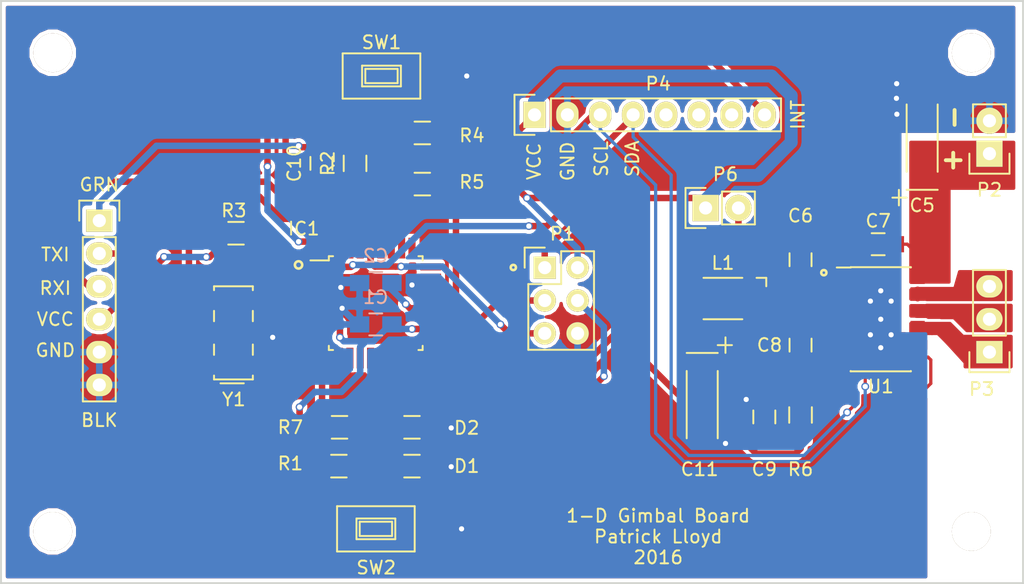
<source format=kicad_pcb>
(kicad_pcb (version 4) (host pcbnew 0.201602181416+6564~42~ubuntu15.04.1-product)

  (general
    (links 83)
    (no_connects 0)
    (area 99.892427 23.8745 181.627381 71.97626)
    (thickness 1.6)
    (drawings 21)
    (tracks 405)
    (zones 0)
    (modules 34)
    (nets 34)
  )

  (page A4)
  (layers
    (0 F.Cu signal)
    (31 B.Cu signal)
    (32 B.Adhes user)
    (33 F.Adhes user)
    (34 B.Paste user)
    (35 F.Paste user)
    (36 B.SilkS user)
    (37 F.SilkS user)
    (38 B.Mask user)
    (39 F.Mask user)
    (40 Dwgs.User user)
    (41 Cmts.User user)
    (42 Eco1.User user)
    (43 Eco2.User user)
    (44 Edge.Cuts user)
    (45 Margin user)
    (46 B.CrtYd user)
    (47 F.CrtYd user)
    (48 B.Fab user hide)
    (49 F.Fab user hide)
  )

  (setup
    (last_trace_width 0.5)
    (user_trace_width 0.5)
    (user_trace_width 0.75)
    (user_trace_width 1)
    (trace_clearance 0.2)
    (zone_clearance 0.3)
    (zone_45_only no)
    (trace_min 0.2)
    (segment_width 0.2)
    (edge_width 0.15)
    (via_size 0.6)
    (via_drill 0.4)
    (via_min_size 0.4)
    (via_min_drill 0.3)
    (uvia_size 0.3)
    (uvia_drill 0.1)
    (uvias_allowed no)
    (uvia_min_size 0.2)
    (uvia_min_drill 0.1)
    (pcb_text_width 0.3)
    (pcb_text_size 1.5 1.5)
    (mod_edge_width 0.15)
    (mod_text_size 1 1)
    (mod_text_width 0.15)
    (pad_size 3 3)
    (pad_drill 3)
    (pad_to_mask_clearance 0.2)
    (aux_axis_origin 0 0)
    (grid_origin 100 70)
    (visible_elements FFFFFF7F)
    (pcbplotparams
      (layerselection 0x010f0_ffffffff)
      (usegerberextensions true)
      (excludeedgelayer false)
      (linewidth 0.100000)
      (plotframeref false)
      (viasonmask false)
      (mode 1)
      (useauxorigin false)
      (hpglpennumber 1)
      (hpglpenspeed 20)
      (hpglpendiameter 15)
      (psnegative false)
      (psa4output false)
      (plotreference true)
      (plotvalue true)
      (plotinvisibletext false)
      (padsonsilk false)
      (subtractmaskfromsilk false)
      (outputformat 1)
      (mirror false)
      (drillshape 0)
      (scaleselection 1)
      (outputdirectory fab/))
  )

  (net 0 "")
  (net 1 +3V3)
  (net 2 GND)
  (net 3 "Net-(C2-Pad1)")
  (net 4 +BATT)
  (net 5 "Net-(C6-Pad1)")
  (net 6 "Net-(C6-Pad2)")
  (net 7 "Net-(C7-Pad1)")
  (net 8 "Net-(C8-Pad1)")
  (net 9 /V3P3)
  (net 10 /RESET)
  (net 11 /USART_DTR)
  (net 12 /REG_OUT)
  (net 13 "Net-(D1-Pad2)")
  (net 14 /M_FG)
  (net 15 "Net-(IC1-Pad2)")
  (net 16 "Net-(IC1-Pad9)")
  (net 17 /M_SPEED)
  (net 18 /ICSP_MOSI)
  (net 19 /ICSP_MISO)
  (net 20 /ICSP_SCK)
  (net 21 /SDA)
  (net 22 /SCL)
  (net 23 /USART_RX)
  (net 24 /USART_TX)
  (net 25 /IMU_INT)
  (net 26 "Net-(L1-Pad1)")
  (net 27 /M_PHASE_U)
  (net 28 /M_PHASE_V)
  (net 29 /M_PHASE_W)
  (net 30 "Net-(D2-Pad2)")
  (net 31 "Net-(IC1-Pad7)")
  (net 32 "Net-(IC1-Pad8)")
  (net 33 /M_DIR)

  (net_class Default "This is the default net class."
    (clearance 0.2)
    (trace_width 0.25)
    (via_dia 0.6)
    (via_drill 0.4)
    (uvia_dia 0.3)
    (uvia_drill 0.1)
    (add_net +3V3)
    (add_net +BATT)
    (add_net /ICSP_MISO)
    (add_net /ICSP_MOSI)
    (add_net /ICSP_SCK)
    (add_net /IMU_INT)
    (add_net /M_DIR)
    (add_net /M_FG)
    (add_net /M_PHASE_U)
    (add_net /M_PHASE_V)
    (add_net /M_PHASE_W)
    (add_net /M_SPEED)
    (add_net /REG_OUT)
    (add_net /RESET)
    (add_net /SCL)
    (add_net /SDA)
    (add_net /USART_DTR)
    (add_net /USART_RX)
    (add_net /USART_TX)
    (add_net /V3P3)
    (add_net GND)
    (add_net "Net-(C2-Pad1)")
    (add_net "Net-(C6-Pad1)")
    (add_net "Net-(C6-Pad2)")
    (add_net "Net-(C7-Pad1)")
    (add_net "Net-(C8-Pad1)")
    (add_net "Net-(D1-Pad2)")
    (add_net "Net-(D2-Pad2)")
    (add_net "Net-(IC1-Pad2)")
    (add_net "Net-(IC1-Pad7)")
    (add_net "Net-(IC1-Pad8)")
    (add_net "Net-(IC1-Pad9)")
    (add_net "Net-(L1-Pad1)")
  )

  (module Capacitors_SMD:C_0805_HandSoldering (layer B.Cu) (tedit 541A9B8D) (tstamp 56C7455D)
    (at 128.967363 50 180)
    (descr "Capacitor SMD 0805, hand soldering")
    (tags "capacitor 0805")
    (path /564A2794)
    (attr smd)
    (fp_text reference C1 (at 0 2.1 180) (layer B.SilkS)
      (effects (font (size 1 1) (thickness 0.15)) (justify mirror))
    )
    (fp_text value 0.1uF (at 0 -2.1 180) (layer B.Fab)
      (effects (font (size 1 1) (thickness 0.15)) (justify mirror))
    )
    (fp_line (start -2.3 1) (end 2.3 1) (layer B.CrtYd) (width 0.05))
    (fp_line (start -2.3 -1) (end 2.3 -1) (layer B.CrtYd) (width 0.05))
    (fp_line (start -2.3 1) (end -2.3 -1) (layer B.CrtYd) (width 0.05))
    (fp_line (start 2.3 1) (end 2.3 -1) (layer B.CrtYd) (width 0.05))
    (fp_line (start 0.5 0.85) (end -0.5 0.85) (layer B.SilkS) (width 0.15))
    (fp_line (start -0.5 -0.85) (end 0.5 -0.85) (layer B.SilkS) (width 0.15))
    (pad 1 smd rect (at -1.25 0 180) (size 1.5 1.25) (layers B.Cu B.Paste B.Mask)
      (net 1 +3V3))
    (pad 2 smd rect (at 1.25 0 180) (size 1.5 1.25) (layers B.Cu B.Paste B.Mask)
      (net 2 GND))
    (model Capacitors_SMD.3dshapes/C_0805_HandSoldering.wrl
      (at (xyz 0 0 0))
      (scale (xyz 1 1 1))
      (rotate (xyz 0 0 0))
    )
  )

  (module Capacitors_SMD:C_0805_HandSoldering (layer B.Cu) (tedit 541A9B8D) (tstamp 56C74563)
    (at 128.967363 46.8 180)
    (descr "Capacitor SMD 0805, hand soldering")
    (tags "capacitor 0805")
    (path /564A2125)
    (attr smd)
    (fp_text reference C2 (at 0 2.1 180) (layer B.SilkS)
      (effects (font (size 1 1) (thickness 0.15)) (justify mirror))
    )
    (fp_text value 0.1uF (at 0 -2.1 180) (layer B.Fab)
      (effects (font (size 1 1) (thickness 0.15)) (justify mirror))
    )
    (fp_line (start -2.3 1) (end 2.3 1) (layer B.CrtYd) (width 0.05))
    (fp_line (start -2.3 -1) (end 2.3 -1) (layer B.CrtYd) (width 0.05))
    (fp_line (start -2.3 1) (end -2.3 -1) (layer B.CrtYd) (width 0.05))
    (fp_line (start 2.3 1) (end 2.3 -1) (layer B.CrtYd) (width 0.05))
    (fp_line (start 0.5 0.85) (end -0.5 0.85) (layer B.SilkS) (width 0.15))
    (fp_line (start -0.5 -0.85) (end 0.5 -0.85) (layer B.SilkS) (width 0.15))
    (pad 1 smd rect (at -1.25 0 180) (size 1.5 1.25) (layers B.Cu B.Paste B.Mask)
      (net 3 "Net-(C2-Pad1)"))
    (pad 2 smd rect (at 1.25 0 180) (size 1.5 1.25) (layers B.Cu B.Paste B.Mask)
      (net 2 GND))
    (model Capacitors_SMD.3dshapes/C_0805_HandSoldering.wrl
      (at (xyz 0 0 0))
      (scale (xyz 1 1 1))
      (rotate (xyz 0 0 0))
    )
  )

  (module Capacitors_Tantalum_SMD:TantalC_SizeA_EIA-3216_HandSoldering (layer F.Cu) (tedit 56CB4044) (tstamp 56C74575)
    (at 171.2 35.6 90)
    (descr "Tantal Cap. , Size A, EIA-3216, Hand Soldering,")
    (tags "Tantal Cap. , Size A, EIA-3216, Hand Soldering,")
    (path /56C6DD73)
    (attr smd)
    (fp_text reference C5 (at -5.2 0 180) (layer F.SilkS)
      (effects (font (size 1 1) (thickness 0.15)))
    )
    (fp_text value 10uF (at -0.09906 3.0988 90) (layer F.Fab)
      (effects (font (size 1 1) (thickness 0.15)))
    )
    (fp_text user + (at -4.2 -4.2 90) (layer F.SilkS) hide
      (effects (font (size 1 1) (thickness 0.15)))
    )
    (fp_line (start -2.60096 1.19888) (end 2.60096 1.19888) (layer F.SilkS) (width 0.15))
    (fp_line (start 2.60096 -1.19888) (end -2.60096 -1.19888) (layer F.SilkS) (width 0.15))
    (fp_line (start -4.59994 -2.2987) (end -4.59994 -1.19888) (layer F.SilkS) (width 0.15))
    (fp_line (start -5.19938 -1.79832) (end -4.0005 -1.79832) (layer F.SilkS) (width 0.15))
    (fp_line (start -3.99542 -1.19888) (end -3.99542 1.19888) (layer F.SilkS) (width 0.15))
    (pad 2 smd rect (at 1.99898 0 90) (size 2.99974 1.50114) (layers F.Cu F.Paste F.Mask)
      (net 2 GND))
    (pad 1 smd rect (at -1.99898 0 90) (size 2.99974 1.50114) (layers F.Cu F.Paste F.Mask)
      (net 4 +BATT))
    (model Capacitors_Tantalum_SMD.3dshapes/TantalC_SizeA_EIA-3216_HandSoldering.wrl
      (at (xyz 0 0 0))
      (scale (xyz 1 1 1))
      (rotate (xyz 0 0 180))
    )
  )

  (module Capacitors_SMD:C_0805_HandSoldering (layer F.Cu) (tedit 541A9B8D) (tstamp 56C7457B)
    (at 161.8 45 90)
    (descr "Capacitor SMD 0805, hand soldering")
    (tags "capacitor 0805")
    (path /56C7046A)
    (attr smd)
    (fp_text reference C6 (at 3.4 0 180) (layer F.SilkS)
      (effects (font (size 1 1) (thickness 0.15)))
    )
    (fp_text value 0.1uF (at 0 2.1 90) (layer F.Fab)
      (effects (font (size 1 1) (thickness 0.15)))
    )
    (fp_line (start -2.3 -1) (end 2.3 -1) (layer F.CrtYd) (width 0.05))
    (fp_line (start -2.3 1) (end 2.3 1) (layer F.CrtYd) (width 0.05))
    (fp_line (start -2.3 -1) (end -2.3 1) (layer F.CrtYd) (width 0.05))
    (fp_line (start 2.3 -1) (end 2.3 1) (layer F.CrtYd) (width 0.05))
    (fp_line (start 0.5 -0.85) (end -0.5 -0.85) (layer F.SilkS) (width 0.15))
    (fp_line (start -0.5 0.85) (end 0.5 0.85) (layer F.SilkS) (width 0.15))
    (pad 1 smd rect (at -1.25 0 90) (size 1.5 1.25) (layers F.Cu F.Paste F.Mask)
      (net 5 "Net-(C6-Pad1)"))
    (pad 2 smd rect (at 1.25 0 90) (size 1.5 1.25) (layers F.Cu F.Paste F.Mask)
      (net 6 "Net-(C6-Pad2)"))
    (model Capacitors_SMD.3dshapes/C_0805_HandSoldering.wrl
      (at (xyz 0 0 0))
      (scale (xyz 1 1 1))
      (rotate (xyz 0 0 0))
    )
  )

  (module Capacitors_SMD:C_0805_HandSoldering (layer F.Cu) (tedit 541A9B8D) (tstamp 56C74581)
    (at 167.8 43.8)
    (descr "Capacitor SMD 0805, hand soldering")
    (tags "capacitor 0805")
    (path /56C6CA16)
    (attr smd)
    (fp_text reference C7 (at 0 -1.8) (layer F.SilkS)
      (effects (font (size 1 1) (thickness 0.15)))
    )
    (fp_text value 0.1uF (at 0 2.1) (layer F.Fab)
      (effects (font (size 1 1) (thickness 0.15)))
    )
    (fp_line (start -2.3 -1) (end 2.3 -1) (layer F.CrtYd) (width 0.05))
    (fp_line (start -2.3 1) (end 2.3 1) (layer F.CrtYd) (width 0.05))
    (fp_line (start -2.3 -1) (end -2.3 1) (layer F.CrtYd) (width 0.05))
    (fp_line (start 2.3 -1) (end 2.3 1) (layer F.CrtYd) (width 0.05))
    (fp_line (start 0.5 -0.85) (end -0.5 -0.85) (layer F.SilkS) (width 0.15))
    (fp_line (start -0.5 0.85) (end 0.5 0.85) (layer F.SilkS) (width 0.15))
    (pad 1 smd rect (at -1.25 0) (size 1.5 1.25) (layers F.Cu F.Paste F.Mask)
      (net 7 "Net-(C7-Pad1)"))
    (pad 2 smd rect (at 1.25 0) (size 1.5 1.25) (layers F.Cu F.Paste F.Mask)
      (net 4 +BATT))
    (model Capacitors_SMD.3dshapes/C_0805_HandSoldering.wrl
      (at (xyz 0 0 0))
      (scale (xyz 1 1 1))
      (rotate (xyz 0 0 0))
    )
  )

  (module Capacitors_SMD:C_0805_HandSoldering (layer F.Cu) (tedit 541A9B8D) (tstamp 56C74587)
    (at 161.8 51.6 270)
    (descr "Capacitor SMD 0805, hand soldering")
    (tags "capacitor 0805")
    (path /56C86C8A)
    (attr smd)
    (fp_text reference C8 (at 0 2.4 360) (layer F.SilkS)
      (effects (font (size 1 1) (thickness 0.15)))
    )
    (fp_text value 1uF (at 0 2.1 270) (layer F.Fab)
      (effects (font (size 1 1) (thickness 0.15)))
    )
    (fp_line (start -2.3 -1) (end 2.3 -1) (layer F.CrtYd) (width 0.05))
    (fp_line (start -2.3 1) (end 2.3 1) (layer F.CrtYd) (width 0.05))
    (fp_line (start -2.3 -1) (end -2.3 1) (layer F.CrtYd) (width 0.05))
    (fp_line (start 2.3 -1) (end 2.3 1) (layer F.CrtYd) (width 0.05))
    (fp_line (start 0.5 -0.85) (end -0.5 -0.85) (layer F.SilkS) (width 0.15))
    (fp_line (start -0.5 0.85) (end 0.5 0.85) (layer F.SilkS) (width 0.15))
    (pad 1 smd rect (at -1.25 0 270) (size 1.5 1.25) (layers F.Cu F.Paste F.Mask)
      (net 8 "Net-(C8-Pad1)"))
    (pad 2 smd rect (at 1.25 0 270) (size 1.5 1.25) (layers F.Cu F.Paste F.Mask)
      (net 2 GND))
    (model Capacitors_SMD.3dshapes/C_0805_HandSoldering.wrl
      (at (xyz 0 0 0))
      (scale (xyz 1 1 1))
      (rotate (xyz 0 0 0))
    )
  )

  (module Capacitors_SMD:C_0805_HandSoldering (layer F.Cu) (tedit 541A9B8D) (tstamp 56C7458D)
    (at 159 57.15 90)
    (descr "Capacitor SMD 0805, hand soldering")
    (tags "capacitor 0805")
    (path /56C870BF)
    (attr smd)
    (fp_text reference C9 (at -4.05 0 180) (layer F.SilkS)
      (effects (font (size 1 1) (thickness 0.15)))
    )
    (fp_text value 1uF (at 0 2.1 90) (layer F.Fab)
      (effects (font (size 1 1) (thickness 0.15)))
    )
    (fp_line (start -2.3 -1) (end 2.3 -1) (layer F.CrtYd) (width 0.05))
    (fp_line (start -2.3 1) (end 2.3 1) (layer F.CrtYd) (width 0.05))
    (fp_line (start -2.3 -1) (end -2.3 1) (layer F.CrtYd) (width 0.05))
    (fp_line (start 2.3 -1) (end 2.3 1) (layer F.CrtYd) (width 0.05))
    (fp_line (start 0.5 -0.85) (end -0.5 -0.85) (layer F.SilkS) (width 0.15))
    (fp_line (start -0.5 0.85) (end 0.5 0.85) (layer F.SilkS) (width 0.15))
    (pad 1 smd rect (at -1.25 0 90) (size 1.5 1.25) (layers F.Cu F.Paste F.Mask)
      (net 9 /V3P3))
    (pad 2 smd rect (at 1.25 0 90) (size 1.5 1.25) (layers F.Cu F.Paste F.Mask)
      (net 2 GND))
    (model Capacitors_SMD.3dshapes/C_0805_HandSoldering.wrl
      (at (xyz 0 0 0))
      (scale (xyz 1 1 1))
      (rotate (xyz 0 0 0))
    )
  )

  (module Capacitors_SMD:C_0805_HandSoldering (layer F.Cu) (tedit 541A9B8D) (tstamp 56C74593)
    (at 124.767363 37.552527 90)
    (descr "Capacitor SMD 0805, hand soldering")
    (tags "capacitor 0805")
    (path /564B00F4)
    (attr smd)
    (fp_text reference C10 (at 0 -2.1 90) (layer F.SilkS)
      (effects (font (size 1 1) (thickness 0.15)))
    )
    (fp_text value 0.1uF (at 0 2.1 90) (layer F.Fab)
      (effects (font (size 1 1) (thickness 0.15)))
    )
    (fp_line (start -2.3 -1) (end 2.3 -1) (layer F.CrtYd) (width 0.05))
    (fp_line (start -2.3 1) (end 2.3 1) (layer F.CrtYd) (width 0.05))
    (fp_line (start -2.3 -1) (end -2.3 1) (layer F.CrtYd) (width 0.05))
    (fp_line (start 2.3 -1) (end 2.3 1) (layer F.CrtYd) (width 0.05))
    (fp_line (start 0.5 -0.85) (end -0.5 -0.85) (layer F.SilkS) (width 0.15))
    (fp_line (start -0.5 0.85) (end 0.5 0.85) (layer F.SilkS) (width 0.15))
    (pad 1 smd rect (at -1.25 0 90) (size 1.5 1.25) (layers F.Cu F.Paste F.Mask)
      (net 10 /RESET))
    (pad 2 smd rect (at 1.25 0 90) (size 1.5 1.25) (layers F.Cu F.Paste F.Mask)
      (net 11 /USART_DTR))
    (model Capacitors_SMD.3dshapes/C_0805_HandSoldering.wrl
      (at (xyz 0 0 0))
      (scale (xyz 1 1 1))
      (rotate (xyz 0 0 0))
    )
  )

  (module Capacitors_Tantalum_SMD:TantalC_SizeA_EIA-3216_HandSoldering (layer F.Cu) (tedit 56CB4451) (tstamp 56C74599)
    (at 154.2 56.2 270)
    (descr "Tantal Cap. , Size A, EIA-3216, Hand Soldering,")
    (tags "Tantal Cap. , Size A, EIA-3216, Hand Soldering,")
    (path /56C89249)
    (attr smd)
    (fp_text reference C11 (at 5 0.2 360) (layer F.SilkS)
      (effects (font (size 1 1) (thickness 0.15)))
    )
    (fp_text value 10uF (at -0.09906 3.0988 270) (layer F.Fab)
      (effects (font (size 1 1) (thickness 0.15)))
    )
    (fp_text user + (at -4.59994 -1.80086 270) (layer F.SilkS) hide
      (effects (font (size 1 1) (thickness 0.15)))
    )
    (fp_line (start -2.60096 1.19888) (end 2.60096 1.19888) (layer F.SilkS) (width 0.15))
    (fp_line (start 2.60096 -1.19888) (end -2.60096 -1.19888) (layer F.SilkS) (width 0.15))
    (fp_line (start -4.59994 -2.2987) (end -4.59994 -1.19888) (layer F.SilkS) (width 0.15))
    (fp_line (start -5.19938 -1.79832) (end -4.0005 -1.79832) (layer F.SilkS) (width 0.15))
    (fp_line (start -3.99542 -1.19888) (end -3.99542 1.19888) (layer F.SilkS) (width 0.15))
    (pad 2 smd rect (at 1.99898 0 270) (size 2.99974 1.50114) (layers F.Cu F.Paste F.Mask)
      (net 2 GND))
    (pad 1 smd rect (at -1.99898 0 270) (size 2.99974 1.50114) (layers F.Cu F.Paste F.Mask)
      (net 12 /REG_OUT))
    (model Capacitors_Tantalum_SMD.3dshapes/TantalC_SizeA_EIA-3216_HandSoldering.wrl
      (at (xyz 0 0 0))
      (scale (xyz 1 1 1))
      (rotate (xyz 0 0 180))
    )
  )

  (module Resistors_SMD:R_0805_HandSoldering (layer F.Cu) (tedit 54189DEE) (tstamp 56C7459F)
    (at 131.767363 60.952527 180)
    (descr "Resistor SMD 0805, hand soldering")
    (tags "resistor 0805")
    (path /564A5320)
    (attr smd)
    (fp_text reference D1 (at -4.232637 0 180) (layer F.SilkS)
      (effects (font (size 1 1) (thickness 0.15)))
    )
    (fp_text value RED (at 0 2.1 180) (layer F.Fab)
      (effects (font (size 1 1) (thickness 0.15)))
    )
    (fp_line (start -2.4 -1) (end 2.4 -1) (layer F.CrtYd) (width 0.05))
    (fp_line (start -2.4 1) (end 2.4 1) (layer F.CrtYd) (width 0.05))
    (fp_line (start -2.4 -1) (end -2.4 1) (layer F.CrtYd) (width 0.05))
    (fp_line (start 2.4 -1) (end 2.4 1) (layer F.CrtYd) (width 0.05))
    (fp_line (start 0.6 0.875) (end -0.6 0.875) (layer F.SilkS) (width 0.15))
    (fp_line (start -0.6 -0.875) (end 0.6 -0.875) (layer F.SilkS) (width 0.15))
    (pad 1 smd rect (at -1.35 0 180) (size 1.5 1.3) (layers F.Cu F.Paste F.Mask)
      (net 2 GND))
    (pad 2 smd rect (at 1.35 0 180) (size 1.5 1.3) (layers F.Cu F.Paste F.Mask)
      (net 13 "Net-(D1-Pad2)"))
    (model Resistors_SMD.3dshapes/R_0805_HandSoldering.wrl
      (at (xyz 0 0 0))
      (scale (xyz 1 1 1))
      (rotate (xyz 0 0 0))
    )
  )

  (module Housings_QFP:TQFP-32_7x7mm_Pitch0.8mm (layer F.Cu) (tedit 54130A77) (tstamp 56C745C3)
    (at 128.967363 48.352527)
    (descr "32-Lead Plastic Thin Quad Flatpack (PT) - 7x7x1.0 mm Body, 2.00 mm [TQFP] (see Microchip Packaging Specification 00000049BS.pdf)")
    (tags "QFP 0.8")
    (path /5654C37A)
    (attr smd)
    (fp_text reference IC1 (at -5.567363 -5.752527) (layer F.SilkS)
      (effects (font (size 1 1) (thickness 0.15)))
    )
    (fp_text value ATMEGA328P-A (at 0 6.05) (layer F.Fab)
      (effects (font (size 1 1) (thickness 0.15)))
    )
    (fp_line (start -5.3 -5.3) (end -5.3 5.3) (layer F.CrtYd) (width 0.05))
    (fp_line (start 5.3 -5.3) (end 5.3 5.3) (layer F.CrtYd) (width 0.05))
    (fp_line (start -5.3 -5.3) (end 5.3 -5.3) (layer F.CrtYd) (width 0.05))
    (fp_line (start -5.3 5.3) (end 5.3 5.3) (layer F.CrtYd) (width 0.05))
    (fp_line (start -3.625 -3.625) (end -3.625 -3.3) (layer F.SilkS) (width 0.15))
    (fp_line (start 3.625 -3.625) (end 3.625 -3.3) (layer F.SilkS) (width 0.15))
    (fp_line (start 3.625 3.625) (end 3.625 3.3) (layer F.SilkS) (width 0.15))
    (fp_line (start -3.625 3.625) (end -3.625 3.3) (layer F.SilkS) (width 0.15))
    (fp_line (start -3.625 -3.625) (end -3.3 -3.625) (layer F.SilkS) (width 0.15))
    (fp_line (start -3.625 3.625) (end -3.3 3.625) (layer F.SilkS) (width 0.15))
    (fp_line (start 3.625 3.625) (end 3.3 3.625) (layer F.SilkS) (width 0.15))
    (fp_line (start 3.625 -3.625) (end 3.3 -3.625) (layer F.SilkS) (width 0.15))
    (fp_line (start -3.625 -3.3) (end -5.05 -3.3) (layer F.SilkS) (width 0.15))
    (pad 1 smd rect (at -4.25 -2.8) (size 1.6 0.55) (layers F.Cu F.Paste F.Mask)
      (net 14 /M_FG))
    (pad 2 smd rect (at -4.25 -2) (size 1.6 0.55) (layers F.Cu F.Paste F.Mask)
      (net 15 "Net-(IC1-Pad2)"))
    (pad 3 smd rect (at -4.25 -1.2) (size 1.6 0.55) (layers F.Cu F.Paste F.Mask)
      (net 2 GND))
    (pad 4 smd rect (at -4.25 -0.4) (size 1.6 0.55) (layers F.Cu F.Paste F.Mask)
      (net 1 +3V3))
    (pad 5 smd rect (at -4.25 0.4) (size 1.6 0.55) (layers F.Cu F.Paste F.Mask)
      (net 2 GND))
    (pad 6 smd rect (at -4.25 1.2) (size 1.6 0.55) (layers F.Cu F.Paste F.Mask)
      (net 1 +3V3))
    (pad 7 smd rect (at -4.25 2) (size 1.6 0.55) (layers F.Cu F.Paste F.Mask)
      (net 31 "Net-(IC1-Pad7)"))
    (pad 8 smd rect (at -4.25 2.8) (size 1.6 0.55) (layers F.Cu F.Paste F.Mask)
      (net 32 "Net-(IC1-Pad8)"))
    (pad 9 smd rect (at -2.8 4.25 90) (size 1.6 0.55) (layers F.Cu F.Paste F.Mask)
      (net 16 "Net-(IC1-Pad9)"))
    (pad 10 smd rect (at -2 4.25 90) (size 1.6 0.55) (layers F.Cu F.Paste F.Mask))
    (pad 11 smd rect (at -1.2 4.25 90) (size 1.6 0.55) (layers F.Cu F.Paste F.Mask))
    (pad 12 smd rect (at -0.4 4.25 90) (size 1.6 0.55) (layers F.Cu F.Paste F.Mask)
      (net 33 /M_DIR))
    (pad 13 smd rect (at 0.4 4.25 90) (size 1.6 0.55) (layers F.Cu F.Paste F.Mask)
      (net 17 /M_SPEED))
    (pad 14 smd rect (at 1.2 4.25 90) (size 1.6 0.55) (layers F.Cu F.Paste F.Mask))
    (pad 15 smd rect (at 2 4.25 90) (size 1.6 0.55) (layers F.Cu F.Paste F.Mask)
      (net 18 /ICSP_MOSI))
    (pad 16 smd rect (at 2.8 4.25 90) (size 1.6 0.55) (layers F.Cu F.Paste F.Mask)
      (net 19 /ICSP_MISO))
    (pad 17 smd rect (at 4.25 2.8) (size 1.6 0.55) (layers F.Cu F.Paste F.Mask)
      (net 20 /ICSP_SCK))
    (pad 18 smd rect (at 4.25 2) (size 1.6 0.55) (layers F.Cu F.Paste F.Mask)
      (net 1 +3V3))
    (pad 19 smd rect (at 4.25 1.2) (size 1.6 0.55) (layers F.Cu F.Paste F.Mask))
    (pad 20 smd rect (at 4.25 0.4) (size 1.6 0.55) (layers F.Cu F.Paste F.Mask)
      (net 3 "Net-(C2-Pad1)"))
    (pad 21 smd rect (at 4.25 -0.4) (size 1.6 0.55) (layers F.Cu F.Paste F.Mask)
      (net 2 GND))
    (pad 22 smd rect (at 4.25 -1.2) (size 1.6 0.55) (layers F.Cu F.Paste F.Mask))
    (pad 23 smd rect (at 4.25 -2) (size 1.6 0.55) (layers F.Cu F.Paste F.Mask))
    (pad 24 smd rect (at 4.25 -2.8) (size 1.6 0.55) (layers F.Cu F.Paste F.Mask))
    (pad 25 smd rect (at 2.8 -4.25 90) (size 1.6 0.55) (layers F.Cu F.Paste F.Mask))
    (pad 26 smd rect (at 2 -4.25 90) (size 1.6 0.55) (layers F.Cu F.Paste F.Mask))
    (pad 27 smd rect (at 1.2 -4.25 90) (size 1.6 0.55) (layers F.Cu F.Paste F.Mask)
      (net 21 /SDA))
    (pad 28 smd rect (at 0.4 -4.25 90) (size 1.6 0.55) (layers F.Cu F.Paste F.Mask)
      (net 22 /SCL))
    (pad 29 smd rect (at -0.4 -4.25 90) (size 1.6 0.55) (layers F.Cu F.Paste F.Mask)
      (net 10 /RESET))
    (pad 30 smd rect (at -1.2 -4.25 90) (size 1.6 0.55) (layers F.Cu F.Paste F.Mask)
      (net 23 /USART_RX))
    (pad 31 smd rect (at -2 -4.25 90) (size 1.6 0.55) (layers F.Cu F.Paste F.Mask)
      (net 24 /USART_TX))
    (pad 32 smd rect (at -2.8 -4.25 90) (size 1.6 0.55) (layers F.Cu F.Paste F.Mask)
      (net 25 /IMU_INT))
    (model Housings_QFP.3dshapes/TQFP-32_7x7mm_Pitch0.8mm.wrl
      (at (xyz 0 0 0))
      (scale (xyz 1 1 1))
      (rotate (xyz 0 0 0))
    )
  )

  (module Inductors:Inductor_1212 (layer F.Cu) (tedit 5652586A) (tstamp 56C745D1)
    (at 155.8 48 180)
    (path /56C89119)
    (attr smd)
    (fp_text reference L1 (at 0 2.75 180) (layer F.SilkS)
      (effects (font (size 1 1) (thickness 0.15)))
    )
    (fp_text value 47uH (at 0 -2.75 180) (layer F.Fab)
      (effects (font (size 1 1) (thickness 0.15)))
    )
    (fp_line (start -3.35 1.6) (end -3.35 0.95) (layer F.SilkS) (width 0.15))
    (fp_line (start -2.6 1.6) (end -3.35 1.6) (layer F.SilkS) (width 0.15))
    (fp_line (start -3.5 2) (end -3.5 -2) (layer F.CrtYd) (width 0.05))
    (fp_line (start 3.5 2) (end -3.5 2) (layer F.CrtYd) (width 0.05))
    (fp_line (start 3.5 -2) (end 3.5 2) (layer F.CrtYd) (width 0.05))
    (fp_line (start -3.5 -2) (end 3.5 -2) (layer F.CrtYd) (width 0.05))
    (fp_line (start 1.5 1.6) (end -1.5 1.6) (layer F.SilkS) (width 0.15))
    (fp_line (start -1.5 -1.6) (end 1.5 -1.6) (layer F.SilkS) (width 0.15))
    (pad 1 smd rect (at -1.75 0 180) (size 2.5 2.5) (layers F.Cu F.Paste F.Mask)
      (net 26 "Net-(L1-Pad1)"))
    (pad 2 smd rect (at 1.75 0 180) (size 2.5 2.5) (layers F.Cu F.Paste F.Mask)
      (net 12 /REG_OUT))
  )

  (module Pin_Headers:Pin_Header_Straight_2x03 (layer F.Cu) (tedit 56CB4011) (tstamp 56C745E8)
    (at 142.027363 45.612527)
    (descr "Through hole pin header")
    (tags "pin header")
    (path /56C7E224)
    (fp_text reference P1 (at 1.372637 -2.612527) (layer F.SilkS)
      (effects (font (size 1 1) (thickness 0.15)))
    )
    (fp_text value ICSP_CONN (at 0 -3.1) (layer F.Fab)
      (effects (font (size 1 1) (thickness 0.15)))
    )
    (fp_line (start -1.27 1.27) (end -1.27 6.35) (layer F.SilkS) (width 0.15))
    (fp_line (start -1.55 -1.55) (end 0 -1.55) (layer F.SilkS) (width 0.15))
    (fp_line (start -1.75 -1.75) (end -1.75 6.85) (layer F.CrtYd) (width 0.05))
    (fp_line (start 4.3 -1.75) (end 4.3 6.85) (layer F.CrtYd) (width 0.05))
    (fp_line (start -1.75 -1.75) (end 4.3 -1.75) (layer F.CrtYd) (width 0.05))
    (fp_line (start -1.75 6.85) (end 4.3 6.85) (layer F.CrtYd) (width 0.05))
    (fp_line (start 1.27 -1.27) (end 1.27 1.27) (layer F.SilkS) (width 0.15))
    (fp_line (start 1.27 1.27) (end -1.27 1.27) (layer F.SilkS) (width 0.15))
    (fp_line (start -1.27 6.35) (end 3.81 6.35) (layer F.SilkS) (width 0.15))
    (fp_line (start 3.81 6.35) (end 3.81 1.27) (layer F.SilkS) (width 0.15))
    (fp_line (start -1.55 -1.55) (end -1.55 0) (layer F.SilkS) (width 0.15))
    (fp_line (start 3.81 -1.27) (end 1.27 -1.27) (layer F.SilkS) (width 0.15))
    (fp_line (start 3.81 1.27) (end 3.81 -1.27) (layer F.SilkS) (width 0.15))
    (pad 1 thru_hole rect (at 0 0) (size 1.7272 1.7272) (drill 1.016) (layers *.Cu *.Mask F.SilkS)
      (net 19 /ICSP_MISO))
    (pad 2 thru_hole oval (at 2.54 0) (size 1.7272 1.7272) (drill 1.016) (layers *.Cu *.Mask F.SilkS)
      (net 1 +3V3))
    (pad 3 thru_hole oval (at 0 2.54) (size 1.7272 1.7272) (drill 1.016) (layers *.Cu *.Mask F.SilkS)
      (net 20 /ICSP_SCK))
    (pad 4 thru_hole oval (at 2.54 2.54) (size 1.7272 1.7272) (drill 1.016) (layers *.Cu *.Mask F.SilkS)
      (net 18 /ICSP_MOSI))
    (pad 5 thru_hole oval (at 0 5.08) (size 1.7272 1.7272) (drill 1.016) (layers *.Cu *.Mask F.SilkS)
      (net 10 /RESET))
    (pad 6 thru_hole oval (at 2.54 5.08) (size 1.7272 1.7272) (drill 1.016) (layers *.Cu *.Mask F.SilkS)
      (net 2 GND))
    (model Pin_Headers.3dshapes/Pin_Header_Straight_2x03.wrl
      (at (xyz 0.05 -0.1 0))
      (scale (xyz 1 1 1))
      (rotate (xyz 0 0 90))
    )
  )

  (module Pin_Headers:Pin_Header_Straight_1x02 (layer F.Cu) (tedit 56CB4056) (tstamp 56C745F9)
    (at 176.4 36.8 180)
    (descr "Through hole pin header")
    (tags "pin header")
    (path /56C68556)
    (fp_text reference P2 (at 0 -2.8 180) (layer F.SilkS)
      (effects (font (size 1 1) (thickness 0.15)))
    )
    (fp_text value BAT_CONN (at 0 -3.1 180) (layer F.Fab)
      (effects (font (size 1 1) (thickness 0.15)))
    )
    (fp_line (start 1.27 1.27) (end 1.27 3.81) (layer F.SilkS) (width 0.15))
    (fp_line (start 1.55 -1.55) (end 1.55 0) (layer F.SilkS) (width 0.15))
    (fp_line (start -1.75 -1.75) (end -1.75 4.3) (layer F.CrtYd) (width 0.05))
    (fp_line (start 1.75 -1.75) (end 1.75 4.3) (layer F.CrtYd) (width 0.05))
    (fp_line (start -1.75 -1.75) (end 1.75 -1.75) (layer F.CrtYd) (width 0.05))
    (fp_line (start -1.75 4.3) (end 1.75 4.3) (layer F.CrtYd) (width 0.05))
    (fp_line (start 1.27 1.27) (end -1.27 1.27) (layer F.SilkS) (width 0.15))
    (fp_line (start -1.55 0) (end -1.55 -1.55) (layer F.SilkS) (width 0.15))
    (fp_line (start -1.55 -1.55) (end 1.55 -1.55) (layer F.SilkS) (width 0.15))
    (fp_line (start -1.27 1.27) (end -1.27 3.81) (layer F.SilkS) (width 0.15))
    (fp_line (start -1.27 3.81) (end 1.27 3.81) (layer F.SilkS) (width 0.15))
    (pad 1 thru_hole rect (at 0 0 180) (size 2.032 2.032) (drill 1.016) (layers *.Cu *.Mask F.SilkS)
      (net 4 +BATT))
    (pad 2 thru_hole oval (at 0 2.54 180) (size 2.032 2.032) (drill 1.016) (layers *.Cu *.Mask F.SilkS)
      (net 2 GND))
    (model Pin_Headers.3dshapes/Pin_Header_Straight_1x02.wrl
      (at (xyz 0 -0.05 0))
      (scale (xyz 1 1 1))
      (rotate (xyz 0 0 90))
    )
  )

  (module Pin_Headers:Pin_Header_Straight_1x03 (layer F.Cu) (tedit 56CB4063) (tstamp 56C7460B)
    (at 176.4 52.14 180)
    (descr "Through hole pin header")
    (tags "pin header")
    (path /56C68C56)
    (fp_text reference P3 (at 0.6 -2.86 180) (layer F.SilkS)
      (effects (font (size 1 1) (thickness 0.15)))
    )
    (fp_text value MOTOR_CONN (at 0 -3.1 180) (layer F.Fab)
      (effects (font (size 1 1) (thickness 0.15)))
    )
    (fp_line (start -1.75 -1.75) (end -1.75 6.85) (layer F.CrtYd) (width 0.05))
    (fp_line (start 1.75 -1.75) (end 1.75 6.85) (layer F.CrtYd) (width 0.05))
    (fp_line (start -1.75 -1.75) (end 1.75 -1.75) (layer F.CrtYd) (width 0.05))
    (fp_line (start -1.75 6.85) (end 1.75 6.85) (layer F.CrtYd) (width 0.05))
    (fp_line (start -1.27 1.27) (end -1.27 6.35) (layer F.SilkS) (width 0.15))
    (fp_line (start -1.27 6.35) (end 1.27 6.35) (layer F.SilkS) (width 0.15))
    (fp_line (start 1.27 6.35) (end 1.27 1.27) (layer F.SilkS) (width 0.15))
    (fp_line (start 1.55 -1.55) (end 1.55 0) (layer F.SilkS) (width 0.15))
    (fp_line (start 1.27 1.27) (end -1.27 1.27) (layer F.SilkS) (width 0.15))
    (fp_line (start -1.55 0) (end -1.55 -1.55) (layer F.SilkS) (width 0.15))
    (fp_line (start -1.55 -1.55) (end 1.55 -1.55) (layer F.SilkS) (width 0.15))
    (pad 1 thru_hole rect (at 0 0 180) (size 2.032 1.7272) (drill 1.016) (layers *.Cu *.Mask F.SilkS)
      (net 27 /M_PHASE_U))
    (pad 2 thru_hole oval (at 0 2.54 180) (size 2.032 1.7272) (drill 1.016) (layers *.Cu *.Mask F.SilkS)
      (net 28 /M_PHASE_V))
    (pad 3 thru_hole oval (at 0 5.08 180) (size 2.032 1.7272) (drill 1.016) (layers *.Cu *.Mask F.SilkS)
      (net 29 /M_PHASE_W))
    (model Pin_Headers.3dshapes/Pin_Header_Straight_1x03.wrl
      (at (xyz 0 -0.1 0))
      (scale (xyz 1 1 1))
      (rotate (xyz 0 0 90))
    )
  )

  (module Pin_Headers:Pin_Header_Straight_1x08 (layer F.Cu) (tedit 56CB4025) (tstamp 56C74622)
    (at 141.24 33.8 90)
    (descr "Through hole pin header")
    (tags "pin header")
    (path /56C5F99C)
    (fp_text reference P4 (at 2.4 9.56 360) (layer F.SilkS)
      (effects (font (size 1 1) (thickness 0.15)))
    )
    (fp_text value IMU_CONN (at 0 -3.1 90) (layer F.Fab)
      (effects (font (size 1 1) (thickness 0.15)))
    )
    (fp_line (start -1.75 -1.75) (end -1.75 19.55) (layer F.CrtYd) (width 0.05))
    (fp_line (start 1.75 -1.75) (end 1.75 19.55) (layer F.CrtYd) (width 0.05))
    (fp_line (start -1.75 -1.75) (end 1.75 -1.75) (layer F.CrtYd) (width 0.05))
    (fp_line (start -1.75 19.55) (end 1.75 19.55) (layer F.CrtYd) (width 0.05))
    (fp_line (start 1.27 1.27) (end 1.27 19.05) (layer F.SilkS) (width 0.15))
    (fp_line (start 1.27 19.05) (end -1.27 19.05) (layer F.SilkS) (width 0.15))
    (fp_line (start -1.27 19.05) (end -1.27 1.27) (layer F.SilkS) (width 0.15))
    (fp_line (start 1.55 -1.55) (end 1.55 0) (layer F.SilkS) (width 0.15))
    (fp_line (start 1.27 1.27) (end -1.27 1.27) (layer F.SilkS) (width 0.15))
    (fp_line (start -1.55 0) (end -1.55 -1.55) (layer F.SilkS) (width 0.15))
    (fp_line (start -1.55 -1.55) (end 1.55 -1.55) (layer F.SilkS) (width 0.15))
    (pad 1 thru_hole rect (at 0 0 90) (size 2.032 1.7272) (drill 1.016) (layers *.Cu *.Mask F.SilkS)
      (net 1 +3V3))
    (pad 2 thru_hole oval (at 0 2.54 90) (size 2.032 1.7272) (drill 1.016) (layers *.Cu *.Mask F.SilkS)
      (net 2 GND))
    (pad 3 thru_hole oval (at 0 5.08 90) (size 2.032 1.7272) (drill 1.016) (layers *.Cu *.Mask F.SilkS)
      (net 22 /SCL))
    (pad 4 thru_hole oval (at 0 7.62 90) (size 2.032 1.7272) (drill 1.016) (layers *.Cu *.Mask F.SilkS)
      (net 21 /SDA))
    (pad 5 thru_hole oval (at 0 10.16 90) (size 2.032 1.7272) (drill 1.016) (layers *.Cu *.Mask F.SilkS))
    (pad 6 thru_hole oval (at 0 12.7 90) (size 2.032 1.7272) (drill 1.016) (layers *.Cu *.Mask F.SilkS))
    (pad 7 thru_hole oval (at 0 15.24 90) (size 2.032 1.7272) (drill 1.016) (layers *.Cu *.Mask F.SilkS))
    (pad 8 thru_hole oval (at 0 17.78 90) (size 2.032 1.7272) (drill 1.016) (layers *.Cu *.Mask F.SilkS)
      (net 25 /IMU_INT))
    (model Pin_Headers.3dshapes/Pin_Header_Straight_1x08.wrl
      (at (xyz 0 -0.35 0))
      (scale (xyz 1 1 1))
      (rotate (xyz 0 0 90))
    )
  )

  (module Pin_Headers:Pin_Header_Straight_1x06 (layer F.Cu) (tedit 56CB3F60) (tstamp 56C74637)
    (at 107.6 41.98)
    (descr "Through hole pin header")
    (tags "pin header")
    (path /56CA6C17)
    (fp_text reference P5 (at -5.4 12.42) (layer F.SilkS) hide
      (effects (font (size 1 1) (thickness 0.15)))
    )
    (fp_text value FTDI_CONN (at 0 -3.1) (layer F.Fab)
      (effects (font (size 1 1) (thickness 0.15)))
    )
    (fp_line (start -1.75 -1.75) (end -1.75 14.45) (layer F.CrtYd) (width 0.05))
    (fp_line (start 1.75 -1.75) (end 1.75 14.45) (layer F.CrtYd) (width 0.05))
    (fp_line (start -1.75 -1.75) (end 1.75 -1.75) (layer F.CrtYd) (width 0.05))
    (fp_line (start -1.75 14.45) (end 1.75 14.45) (layer F.CrtYd) (width 0.05))
    (fp_line (start 1.27 1.27) (end 1.27 13.97) (layer F.SilkS) (width 0.15))
    (fp_line (start 1.27 13.97) (end -1.27 13.97) (layer F.SilkS) (width 0.15))
    (fp_line (start -1.27 13.97) (end -1.27 1.27) (layer F.SilkS) (width 0.15))
    (fp_line (start 1.55 -1.55) (end 1.55 0) (layer F.SilkS) (width 0.15))
    (fp_line (start 1.27 1.27) (end -1.27 1.27) (layer F.SilkS) (width 0.15))
    (fp_line (start -1.55 0) (end -1.55 -1.55) (layer F.SilkS) (width 0.15))
    (fp_line (start -1.55 -1.55) (end 1.55 -1.55) (layer F.SilkS) (width 0.15))
    (pad 1 thru_hole rect (at 0 0) (size 2.032 1.7272) (drill 1.016) (layers *.Cu *.Mask F.SilkS)
      (net 11 /USART_DTR))
    (pad 2 thru_hole oval (at 0 2.54) (size 2.032 1.7272) (drill 1.016) (layers *.Cu *.Mask F.SilkS)
      (net 24 /USART_TX))
    (pad 3 thru_hole oval (at 0 5.08) (size 2.032 1.7272) (drill 1.016) (layers *.Cu *.Mask F.SilkS)
      (net 23 /USART_RX))
    (pad 4 thru_hole oval (at 0 7.62) (size 2.032 1.7272) (drill 1.016) (layers *.Cu *.Mask F.SilkS)
      (net 1 +3V3))
    (pad 5 thru_hole oval (at 0 10.16) (size 2.032 1.7272) (drill 1.016) (layers *.Cu *.Mask F.SilkS)
      (net 2 GND))
    (pad 6 thru_hole oval (at 0 12.7) (size 2.032 1.7272) (drill 1.016) (layers *.Cu *.Mask F.SilkS)
      (net 2 GND))
    (model Pin_Headers.3dshapes/Pin_Header_Straight_1x06.wrl
      (at (xyz 0 -0.25 0))
      (scale (xyz 1 1 1))
      (rotate (xyz 0 0 90))
    )
  )

  (module Pin_Headers:Pin_Header_Straight_1x02 (layer F.Cu) (tedit 56CB4007) (tstamp 56C74648)
    (at 154.46 41 90)
    (descr "Through hole pin header")
    (tags "pin header")
    (path /56C87A97)
    (fp_text reference P6 (at 2.6 1.54 360) (layer F.SilkS)
      (effects (font (size 1 1) (thickness 0.15)))
    )
    (fp_text value 3V3_CONN (at 0 -3.1 90) (layer F.Fab)
      (effects (font (size 1 1) (thickness 0.15)))
    )
    (fp_line (start 1.27 1.27) (end 1.27 3.81) (layer F.SilkS) (width 0.15))
    (fp_line (start 1.55 -1.55) (end 1.55 0) (layer F.SilkS) (width 0.15))
    (fp_line (start -1.75 -1.75) (end -1.75 4.3) (layer F.CrtYd) (width 0.05))
    (fp_line (start 1.75 -1.75) (end 1.75 4.3) (layer F.CrtYd) (width 0.05))
    (fp_line (start -1.75 -1.75) (end 1.75 -1.75) (layer F.CrtYd) (width 0.05))
    (fp_line (start -1.75 4.3) (end 1.75 4.3) (layer F.CrtYd) (width 0.05))
    (fp_line (start 1.27 1.27) (end -1.27 1.27) (layer F.SilkS) (width 0.15))
    (fp_line (start -1.55 0) (end -1.55 -1.55) (layer F.SilkS) (width 0.15))
    (fp_line (start -1.55 -1.55) (end 1.55 -1.55) (layer F.SilkS) (width 0.15))
    (fp_line (start -1.27 1.27) (end -1.27 3.81) (layer F.SilkS) (width 0.15))
    (fp_line (start -1.27 3.81) (end 1.27 3.81) (layer F.SilkS) (width 0.15))
    (pad 1 thru_hole rect (at 0 0 90) (size 2.032 2.032) (drill 1.016) (layers *.Cu *.Mask F.SilkS)
      (net 1 +3V3))
    (pad 2 thru_hole oval (at 0 2.54 90) (size 2.032 2.032) (drill 1.016) (layers *.Cu *.Mask F.SilkS)
      (net 12 /REG_OUT))
    (model Pin_Headers.3dshapes/Pin_Header_Straight_1x02.wrl
      (at (xyz 0 -0.05 0))
      (scale (xyz 1 1 1))
      (rotate (xyz 0 0 90))
    )
  )

  (module Resistors_SMD:R_0805_HandSoldering (layer F.Cu) (tedit 54189DEE) (tstamp 56C7464E)
    (at 126.117363 60.952527)
    (descr "Resistor SMD 0805, hand soldering")
    (tags "resistor 0805")
    (path /564A52CE)
    (attr smd)
    (fp_text reference R1 (at -3.75 -0.2) (layer F.SilkS)
      (effects (font (size 1 1) (thickness 0.15)))
    )
    (fp_text value 330 (at 0 2.1) (layer F.Fab)
      (effects (font (size 1 1) (thickness 0.15)))
    )
    (fp_line (start -2.4 -1) (end 2.4 -1) (layer F.CrtYd) (width 0.05))
    (fp_line (start -2.4 1) (end 2.4 1) (layer F.CrtYd) (width 0.05))
    (fp_line (start -2.4 -1) (end -2.4 1) (layer F.CrtYd) (width 0.05))
    (fp_line (start 2.4 -1) (end 2.4 1) (layer F.CrtYd) (width 0.05))
    (fp_line (start 0.6 0.875) (end -0.6 0.875) (layer F.SilkS) (width 0.15))
    (fp_line (start -0.6 -0.875) (end 0.6 -0.875) (layer F.SilkS) (width 0.15))
    (pad 1 smd rect (at -1.35 0) (size 1.5 1.3) (layers F.Cu F.Paste F.Mask)
      (net 1 +3V3))
    (pad 2 smd rect (at 1.35 0) (size 1.5 1.3) (layers F.Cu F.Paste F.Mask)
      (net 13 "Net-(D1-Pad2)"))
    (model Resistors_SMD.3dshapes/R_0805_HandSoldering.wrl
      (at (xyz 0 0 0))
      (scale (xyz 1 1 1))
      (rotate (xyz 0 0 0))
    )
  )

  (module Resistors_SMD:R_0805_HandSoldering (layer F.Cu) (tedit 54189DEE) (tstamp 56C74654)
    (at 127.367363 37.552527 90)
    (descr "Resistor SMD 0805, hand soldering")
    (tags "resistor 0805")
    (path /564AFFEA)
    (attr smd)
    (fp_text reference R2 (at 0 -2.1 90) (layer F.SilkS)
      (effects (font (size 1 1) (thickness 0.15)))
    )
    (fp_text value 10K (at 0 2.1 90) (layer F.Fab)
      (effects (font (size 1 1) (thickness 0.15)))
    )
    (fp_line (start -2.4 -1) (end 2.4 -1) (layer F.CrtYd) (width 0.05))
    (fp_line (start -2.4 1) (end 2.4 1) (layer F.CrtYd) (width 0.05))
    (fp_line (start -2.4 -1) (end -2.4 1) (layer F.CrtYd) (width 0.05))
    (fp_line (start 2.4 -1) (end 2.4 1) (layer F.CrtYd) (width 0.05))
    (fp_line (start 0.6 0.875) (end -0.6 0.875) (layer F.SilkS) (width 0.15))
    (fp_line (start -0.6 -0.875) (end 0.6 -0.875) (layer F.SilkS) (width 0.15))
    (pad 1 smd rect (at -1.35 0 90) (size 1.5 1.3) (layers F.Cu F.Paste F.Mask)
      (net 10 /RESET))
    (pad 2 smd rect (at 1.35 0 90) (size 1.5 1.3) (layers F.Cu F.Paste F.Mask)
      (net 1 +3V3))
    (model Resistors_SMD.3dshapes/R_0805_HandSoldering.wrl
      (at (xyz 0 0 0))
      (scale (xyz 1 1 1))
      (rotate (xyz 0 0 0))
    )
  )

  (module Resistors_SMD:R_0805_HandSoldering (layer F.Cu) (tedit 54189DEE) (tstamp 56C7465A)
    (at 118.167363 42.952527 180)
    (descr "Resistor SMD 0805, hand soldering")
    (tags "resistor 0805")
    (path /56C94FEF)
    (attr smd)
    (fp_text reference R3 (at 0.167363 1.752527 180) (layer F.SilkS)
      (effects (font (size 1 1) (thickness 0.15)))
    )
    (fp_text value 10K (at 0 2.1 180) (layer F.Fab)
      (effects (font (size 1 1) (thickness 0.15)))
    )
    (fp_line (start -2.4 -1) (end 2.4 -1) (layer F.CrtYd) (width 0.05))
    (fp_line (start -2.4 1) (end 2.4 1) (layer F.CrtYd) (width 0.05))
    (fp_line (start -2.4 -1) (end -2.4 1) (layer F.CrtYd) (width 0.05))
    (fp_line (start 2.4 -1) (end 2.4 1) (layer F.CrtYd) (width 0.05))
    (fp_line (start 0.6 0.875) (end -0.6 0.875) (layer F.SilkS) (width 0.15))
    (fp_line (start -0.6 -0.875) (end 0.6 -0.875) (layer F.SilkS) (width 0.15))
    (pad 1 smd rect (at -1.35 0 180) (size 1.5 1.3) (layers F.Cu F.Paste F.Mask)
      (net 15 "Net-(IC1-Pad2)"))
    (pad 2 smd rect (at 1.35 0 180) (size 1.5 1.3) (layers F.Cu F.Paste F.Mask)
      (net 1 +3V3))
    (model Resistors_SMD.3dshapes/R_0805_HandSoldering.wrl
      (at (xyz 0 0 0))
      (scale (xyz 1 1 1))
      (rotate (xyz 0 0 0))
    )
  )

  (module Resistors_SMD:R_0805_HandSoldering (layer F.Cu) (tedit 54189DEE) (tstamp 56C74660)
    (at 132.567363 35.2 180)
    (descr "Resistor SMD 0805, hand soldering")
    (tags "resistor 0805")
    (path /56C8E0D5)
    (attr smd)
    (fp_text reference R4 (at -3.832637 -0.2 180) (layer F.SilkS)
      (effects (font (size 1 1) (thickness 0.15)))
    )
    (fp_text value DNP (at 0 2.1 180) (layer F.Fab)
      (effects (font (size 1 1) (thickness 0.15)))
    )
    (fp_line (start -2.4 -1) (end 2.4 -1) (layer F.CrtYd) (width 0.05))
    (fp_line (start -2.4 1) (end 2.4 1) (layer F.CrtYd) (width 0.05))
    (fp_line (start -2.4 -1) (end -2.4 1) (layer F.CrtYd) (width 0.05))
    (fp_line (start 2.4 -1) (end 2.4 1) (layer F.CrtYd) (width 0.05))
    (fp_line (start 0.6 0.875) (end -0.6 0.875) (layer F.SilkS) (width 0.15))
    (fp_line (start -0.6 -0.875) (end 0.6 -0.875) (layer F.SilkS) (width 0.15))
    (pad 1 smd rect (at -1.35 0 180) (size 1.5 1.3) (layers F.Cu F.Paste F.Mask)
      (net 1 +3V3))
    (pad 2 smd rect (at 1.35 0 180) (size 1.5 1.3) (layers F.Cu F.Paste F.Mask)
      (net 22 /SCL))
    (model Resistors_SMD.3dshapes/R_0805_HandSoldering.wrl
      (at (xyz 0 0 0))
      (scale (xyz 1 1 1))
      (rotate (xyz 0 0 0))
    )
  )

  (module Resistors_SMD:R_0805_HandSoldering (layer F.Cu) (tedit 54189DEE) (tstamp 56C74666)
    (at 132.567363 39.152527 180)
    (descr "Resistor SMD 0805, hand soldering")
    (tags "resistor 0805")
    (path /56C8E3BF)
    (attr smd)
    (fp_text reference R5 (at -3.832637 0.152527 180) (layer F.SilkS)
      (effects (font (size 1 1) (thickness 0.15)))
    )
    (fp_text value DNP (at 0 2.1 180) (layer F.Fab)
      (effects (font (size 1 1) (thickness 0.15)))
    )
    (fp_line (start -2.4 -1) (end 2.4 -1) (layer F.CrtYd) (width 0.05))
    (fp_line (start -2.4 1) (end 2.4 1) (layer F.CrtYd) (width 0.05))
    (fp_line (start -2.4 -1) (end -2.4 1) (layer F.CrtYd) (width 0.05))
    (fp_line (start 2.4 -1) (end 2.4 1) (layer F.CrtYd) (width 0.05))
    (fp_line (start 0.6 0.875) (end -0.6 0.875) (layer F.SilkS) (width 0.15))
    (fp_line (start -0.6 -0.875) (end 0.6 -0.875) (layer F.SilkS) (width 0.15))
    (pad 1 smd rect (at -1.35 0 180) (size 1.5 1.3) (layers F.Cu F.Paste F.Mask)
      (net 1 +3V3))
    (pad 2 smd rect (at 1.35 0 180) (size 1.5 1.3) (layers F.Cu F.Paste F.Mask)
      (net 21 /SDA))
    (model Resistors_SMD.3dshapes/R_0805_HandSoldering.wrl
      (at (xyz 0 0 0))
      (scale (xyz 1 1 1))
      (rotate (xyz 0 0 0))
    )
  )

  (module Resistors_SMD:R_0805_HandSoldering (layer F.Cu) (tedit 54189DEE) (tstamp 56C7466C)
    (at 161.8 57 270)
    (descr "Resistor SMD 0805, hand soldering")
    (tags "resistor 0805")
    (path /56C8DFB4)
    (attr smd)
    (fp_text reference R6 (at 4.2 0 360) (layer F.SilkS)
      (effects (font (size 1 1) (thickness 0.15)))
    )
    (fp_text value DNP (at 0 2.1 270) (layer F.Fab)
      (effects (font (size 1 1) (thickness 0.15)))
    )
    (fp_line (start -2.4 -1) (end 2.4 -1) (layer F.CrtYd) (width 0.05))
    (fp_line (start -2.4 1) (end 2.4 1) (layer F.CrtYd) (width 0.05))
    (fp_line (start -2.4 -1) (end -2.4 1) (layer F.CrtYd) (width 0.05))
    (fp_line (start 2.4 -1) (end 2.4 1) (layer F.CrtYd) (width 0.05))
    (fp_line (start 0.6 0.875) (end -0.6 0.875) (layer F.SilkS) (width 0.15))
    (fp_line (start -0.6 -0.875) (end 0.6 -0.875) (layer F.SilkS) (width 0.15))
    (pad 1 smd rect (at -1.35 0 270) (size 1.5 1.3) (layers F.Cu F.Paste F.Mask)
      (net 9 /V3P3))
    (pad 2 smd rect (at 1.35 0 270) (size 1.5 1.3) (layers F.Cu F.Paste F.Mask)
      (net 14 /M_FG))
    (model Resistors_SMD.3dshapes/R_0805_HandSoldering.wrl
      (at (xyz 0 0 0))
      (scale (xyz 1 1 1))
      (rotate (xyz 0 0 0))
    )
  )

  (module Buttons_Switches_SMD:SW_SPST_FSMSM (layer F.Cu) (tedit 56CB3FEF) (tstamp 56C74682)
    (at 129.4 30.8)
    (descr http://www.te.com/commerce/DocumentDelivery/DDEController?Action=srchrtrv&DocNm=1437566-3&DocType=Customer+Drawing&DocLang=English)
    (tags "SPST button tactile switch")
    (path /564AFF35)
    (attr smd)
    (fp_text reference SW1 (at 0.01011 -2.60022) (layer F.SilkS)
      (effects (font (size 1 1) (thickness 0.15)))
    )
    (fp_text value SW_PUSH (at 0.01011 -0.00022) (layer F.Fab)
      (effects (font (size 1 1) (thickness 0.15)))
    )
    (fp_line (start -1.23989 -0.55022) (end 1.26011 -0.55022) (layer F.SilkS) (width 0.15))
    (fp_line (start 1.26011 -0.55022) (end 1.26011 0.54978) (layer F.SilkS) (width 0.15))
    (fp_line (start 1.26011 0.54978) (end -1.23989 0.54978) (layer F.SilkS) (width 0.15))
    (fp_line (start -1.23989 0.54978) (end -1.23989 -0.55022) (layer F.SilkS) (width 0.15))
    (fp_line (start -1.48989 0.79978) (end 1.51011 0.79978) (layer F.SilkS) (width 0.15))
    (fp_line (start -1.48989 -0.80022) (end 1.51011 -0.80022) (layer F.SilkS) (width 0.15))
    (fp_line (start 1.51011 -0.80022) (end 1.51011 0.79978) (layer F.SilkS) (width 0.15))
    (fp_line (start -1.48989 -0.80022) (end -1.48989 0.79978) (layer F.SilkS) (width 0.15))
    (fp_line (start -5.85 1.95) (end 5.9 1.95) (layer F.CrtYd) (width 0.05))
    (fp_line (start 5.9 -2) (end 5.9 1.95) (layer F.CrtYd) (width 0.05))
    (fp_line (start -2.98989 1.74978) (end 3.01011 1.74978) (layer F.SilkS) (width 0.15))
    (fp_line (start -2.98989 -1.75022) (end 3.01011 -1.75022) (layer F.SilkS) (width 0.15))
    (fp_line (start -2.98989 -1.75022) (end -2.98989 1.74978) (layer F.SilkS) (width 0.15))
    (fp_line (start 3.01011 -1.75022) (end 3.01011 1.74978) (layer F.SilkS) (width 0.15))
    (fp_line (start -5.85 -2) (end -5.85 1.95) (layer F.CrtYd) (width 0.05))
    (fp_line (start -5.85 -2) (end 5.9 -2) (layer F.CrtYd) (width 0.05))
    (pad 1 smd rect (at -4.60243 -0.00232) (size 2.18 1.6) (layers F.Cu F.Paste F.Mask)
      (net 10 /RESET))
    (pad 2 smd rect (at 4.60243 0.00232) (size 2.18 1.6) (layers F.Cu F.Paste F.Mask)
      (net 2 GND))
  )

  (module Buttons_Switches_SMD:SW_SPST_FSMSM (layer F.Cu) (tedit 56CB3FE6) (tstamp 56C74698)
    (at 128.967363 65.8)
    (descr http://www.te.com/commerce/DocumentDelivery/DDEController?Action=srchrtrv&DocNm=1437566-3&DocType=Customer+Drawing&DocLang=English)
    (tags "SPST button tactile switch")
    (path /56C94CD1)
    (attr smd)
    (fp_text reference SW2 (at 0.032637 3) (layer F.SilkS)
      (effects (font (size 1 1) (thickness 0.15)))
    )
    (fp_text value SW_PUSH (at 0.01011 -0.00022) (layer F.Fab)
      (effects (font (size 1 1) (thickness 0.15)))
    )
    (fp_line (start -1.23989 -0.55022) (end 1.26011 -0.55022) (layer F.SilkS) (width 0.15))
    (fp_line (start 1.26011 -0.55022) (end 1.26011 0.54978) (layer F.SilkS) (width 0.15))
    (fp_line (start 1.26011 0.54978) (end -1.23989 0.54978) (layer F.SilkS) (width 0.15))
    (fp_line (start -1.23989 0.54978) (end -1.23989 -0.55022) (layer F.SilkS) (width 0.15))
    (fp_line (start -1.48989 0.79978) (end 1.51011 0.79978) (layer F.SilkS) (width 0.15))
    (fp_line (start -1.48989 -0.80022) (end 1.51011 -0.80022) (layer F.SilkS) (width 0.15))
    (fp_line (start 1.51011 -0.80022) (end 1.51011 0.79978) (layer F.SilkS) (width 0.15))
    (fp_line (start -1.48989 -0.80022) (end -1.48989 0.79978) (layer F.SilkS) (width 0.15))
    (fp_line (start -5.85 1.95) (end 5.9 1.95) (layer F.CrtYd) (width 0.05))
    (fp_line (start 5.9 -2) (end 5.9 1.95) (layer F.CrtYd) (width 0.05))
    (fp_line (start -2.98989 1.74978) (end 3.01011 1.74978) (layer F.SilkS) (width 0.15))
    (fp_line (start -2.98989 -1.75022) (end 3.01011 -1.75022) (layer F.SilkS) (width 0.15))
    (fp_line (start -2.98989 -1.75022) (end -2.98989 1.74978) (layer F.SilkS) (width 0.15))
    (fp_line (start 3.01011 -1.75022) (end 3.01011 1.74978) (layer F.SilkS) (width 0.15))
    (fp_line (start -5.85 -2) (end -5.85 1.95) (layer F.CrtYd) (width 0.05))
    (fp_line (start -5.85 -2) (end 5.9 -2) (layer F.CrtYd) (width 0.05))
    (pad 1 smd rect (at -4.60243 -0.00232) (size 2.18 1.6) (layers F.Cu F.Paste F.Mask)
      (net 15 "Net-(IC1-Pad2)"))
    (pad 2 smd rect (at 4.60243 0.00232) (size 2.18 1.6) (layers F.Cu F.Paste F.Mask)
      (net 2 GND))
  )

  (module gimbal-board:TSSOP-24_4.4x7.8mm_Pitch0.65mm_EP (layer F.Cu) (tedit 56CB5C5E) (tstamp 56C746C0)
    (at 168 49.6)
    (descr "TSSOP24: plastic thin shrink small outline package; 24 leads; body width 4.4 mm; (see NXP SSOP-TSSOP-VSO-REFLOW.pdf and sot355-1_po.pdf)")
    (tags "SSOP 0.65")
    (path /56C6495F)
    (attr smd)
    (fp_text reference U1 (at 0 5.2) (layer F.SilkS)
      (effects (font (size 1 1) (thickness 0.15)))
    )
    (fp_text value DRV10975 (at 0 4.95) (layer F.Fab)
      (effects (font (size 1 1) (thickness 0.15)))
    )
    (fp_line (start -3.65 -4.2) (end -3.65 4.2) (layer F.CrtYd) (width 0.05))
    (fp_line (start 3.65 -4.2) (end 3.65 4.2) (layer F.CrtYd) (width 0.05))
    (fp_line (start -3.65 -4.2) (end 3.65 -4.2) (layer F.CrtYd) (width 0.05))
    (fp_line (start -3.65 4.2) (end 3.65 4.2) (layer F.CrtYd) (width 0.05))
    (fp_line (start -2.325 -4.025) (end -2.325 -4) (layer F.SilkS) (width 0.15))
    (fp_line (start 2.325 -4.025) (end 2.325 -4) (layer F.SilkS) (width 0.15))
    (fp_line (start 2.325 4.025) (end 2.325 4) (layer F.SilkS) (width 0.15))
    (fp_line (start -2.325 4.025) (end -2.325 4) (layer F.SilkS) (width 0.15))
    (fp_line (start -2.325 -4.025) (end 2.325 -4.025) (layer F.SilkS) (width 0.15))
    (fp_line (start -2.325 4.025) (end 2.325 4.025) (layer F.SilkS) (width 0.15))
    (fp_line (start -2.325 -4) (end -3.4 -4) (layer F.SilkS) (width 0.15))
    (pad 1 smd rect (at -2.85 -3.575) (size 1.1 0.4) (layers F.Cu F.Paste F.Mask)
      (net 7 "Net-(C7-Pad1)"))
    (pad 2 smd rect (at -2.85 -2.925) (size 1.1 0.4) (layers F.Cu F.Paste F.Mask)
      (net 6 "Net-(C6-Pad2)"))
    (pad 3 smd rect (at -2.85 -2.275) (size 1.1 0.4) (layers F.Cu F.Paste F.Mask)
      (net 5 "Net-(C6-Pad1)"))
    (pad 4 smd rect (at -2.85 -1.625) (size 1.1 0.4) (layers F.Cu F.Paste F.Mask)
      (net 26 "Net-(L1-Pad1)"))
    (pad 5 smd rect (at -2.85 -0.975) (size 1.1 0.4) (layers F.Cu F.Paste F.Mask)
      (net 2 GND))
    (pad 6 smd rect (at -2.85 -0.325) (size 1.1 0.4) (layers F.Cu F.Paste F.Mask)
      (net 12 /REG_OUT))
    (pad 7 smd rect (at -2.85 0.325) (size 1.1 0.4) (layers F.Cu F.Paste F.Mask)
      (net 8 "Net-(C8-Pad1)"))
    (pad 8 smd rect (at -2.85 0.975) (size 1.1 0.4) (layers F.Cu F.Paste F.Mask)
      (net 2 GND))
    (pad 9 smd rect (at -2.85 1.625) (size 1.1 0.4) (layers F.Cu F.Paste F.Mask)
      (net 9 /V3P3))
    (pad 10 smd rect (at -2.85 2.275) (size 1.1 0.4) (layers F.Cu F.Paste F.Mask)
      (net 22 /SCL))
    (pad 11 smd rect (at -2.85 2.925) (size 1.1 0.4) (layers F.Cu F.Paste F.Mask)
      (net 21 /SDA))
    (pad 12 smd rect (at -2.85 3.575) (size 1.1 0.4) (layers F.Cu F.Paste F.Mask)
      (net 14 /M_FG))
    (pad 13 smd rect (at 2.85 3.575) (size 1.1 0.4) (layers F.Cu F.Paste F.Mask)
      (net 17 /M_SPEED))
    (pad 14 smd rect (at 2.85 2.925) (size 1.1 0.4) (layers F.Cu F.Paste F.Mask)
      (net 33 /M_DIR))
    (pad 15 smd rect (at 2.85 2.275) (size 1.1 0.4) (layers F.Cu F.Paste F.Mask)
      (net 2 GND))
    (pad 16 smd rect (at 2.85 1.625) (size 1.1 0.4) (layers F.Cu F.Paste F.Mask)
      (net 2 GND))
    (pad 17 smd rect (at 2.85 0.975) (size 1.1 0.4) (layers F.Cu F.Paste F.Mask)
      (net 27 /M_PHASE_U))
    (pad 18 smd rect (at 2.85 0.325) (size 1.1 0.4) (layers F.Cu F.Paste F.Mask)
      (net 27 /M_PHASE_U))
    (pad 19 smd rect (at 2.85 -0.325) (size 1.1 0.4) (layers F.Cu F.Paste F.Mask)
      (net 28 /M_PHASE_V))
    (pad 20 smd rect (at 2.85 -0.975) (size 1.1 0.4) (layers F.Cu F.Paste F.Mask)
      (net 28 /M_PHASE_V))
    (pad 21 smd rect (at 2.85 -1.625) (size 1.1 0.4) (layers F.Cu F.Paste F.Mask)
      (net 29 /M_PHASE_W))
    (pad 22 smd rect (at 2.85 -2.275) (size 1.1 0.4) (layers F.Cu F.Paste F.Mask)
      (net 29 /M_PHASE_W))
    (pad 23 smd rect (at 2.85 -2.925) (size 1.1 0.4) (layers F.Cu F.Paste F.Mask)
      (net 4 +BATT))
    (pad 24 smd rect (at 2.85 -3.575) (size 1.1 0.4) (layers F.Cu F.Paste F.Mask)
      (net 4 +BATT))
    (pad EP smd rect (at 0 0) (size 2.4 5.16) (layers F.Cu F.Paste F.Mask)
      (net 2 GND))
    (model Housings_SSOP.3dshapes/TSSOP-24_4.4x7.8mm_Pitch0.65mm.wrl
      (at (xyz 0 0 0))
      (scale (xyz 1 1 1))
      (rotate (xyz 0 0 0))
    )
  )

  (module Resistors_SMD:R_0805_HandSoldering (layer F.Cu) (tedit 54189DEE) (tstamp 56C74A20)
    (at 131.767363 57.952527 180)
    (descr "Resistor SMD 0805, hand soldering")
    (tags "resistor 0805")
    (path /56C8CF44)
    (attr smd)
    (fp_text reference D2 (at -4.232637 -0.047473 180) (layer F.SilkS)
      (effects (font (size 1 1) (thickness 0.15)))
    )
    (fp_text value GRN (at 0 2.1 180) (layer F.Fab)
      (effects (font (size 1 1) (thickness 0.15)))
    )
    (fp_line (start -2.4 -1) (end 2.4 -1) (layer F.CrtYd) (width 0.05))
    (fp_line (start -2.4 1) (end 2.4 1) (layer F.CrtYd) (width 0.05))
    (fp_line (start -2.4 -1) (end -2.4 1) (layer F.CrtYd) (width 0.05))
    (fp_line (start 2.4 -1) (end 2.4 1) (layer F.CrtYd) (width 0.05))
    (fp_line (start 0.6 0.875) (end -0.6 0.875) (layer F.SilkS) (width 0.15))
    (fp_line (start -0.6 -0.875) (end 0.6 -0.875) (layer F.SilkS) (width 0.15))
    (pad 1 smd rect (at -1.35 0 180) (size 1.5 1.3) (layers F.Cu F.Paste F.Mask)
      (net 2 GND))
    (pad 2 smd rect (at 1.35 0 180) (size 1.5 1.3) (layers F.Cu F.Paste F.Mask)
      (net 30 "Net-(D2-Pad2)"))
    (model Resistors_SMD.3dshapes/R_0805_HandSoldering.wrl
      (at (xyz 0 0 0))
      (scale (xyz 1 1 1))
      (rotate (xyz 0 0 0))
    )
  )

  (module Resistors_SMD:R_0805_HandSoldering (layer F.Cu) (tedit 54189DEE) (tstamp 56C74A26)
    (at 126.167363 57.952527)
    (descr "Resistor SMD 0805, hand soldering")
    (tags "resistor 0805")
    (path /56C8CF3E)
    (attr smd)
    (fp_text reference R7 (at -3.8 0) (layer F.SilkS)
      (effects (font (size 1 1) (thickness 0.15)))
    )
    (fp_text value 330 (at 0 2.1) (layer F.Fab)
      (effects (font (size 1 1) (thickness 0.15)))
    )
    (fp_line (start -2.4 -1) (end 2.4 -1) (layer F.CrtYd) (width 0.05))
    (fp_line (start -2.4 1) (end 2.4 1) (layer F.CrtYd) (width 0.05))
    (fp_line (start -2.4 -1) (end -2.4 1) (layer F.CrtYd) (width 0.05))
    (fp_line (start 2.4 -1) (end 2.4 1) (layer F.CrtYd) (width 0.05))
    (fp_line (start 0.6 0.875) (end -0.6 0.875) (layer F.SilkS) (width 0.15))
    (fp_line (start -0.6 -0.875) (end 0.6 -0.875) (layer F.SilkS) (width 0.15))
    (pad 1 smd rect (at -1.35 0) (size 1.5 1.3) (layers F.Cu F.Paste F.Mask)
      (net 16 "Net-(IC1-Pad9)"))
    (pad 2 smd rect (at 1.35 0) (size 1.5 1.3) (layers F.Cu F.Paste F.Mask)
      (net 30 "Net-(D2-Pad2)"))
    (model Resistors_SMD.3dshapes/R_0805_HandSoldering.wrl
      (at (xyz 0 0 0))
      (scale (xyz 1 1 1))
      (rotate (xyz 0 0 0))
    )
  )

  (module Crystals:Resonator_7.2x3mm (layer F.Cu) (tedit 54F075B8) (tstamp 56CA3F88)
    (at 117.967363 50.652527 90)
    (descr "Murata CSTCC8M00G53-R0; 8MHz resonator, SMD, 0.5+0.3%; Farnell (Element 14) #1170435")
    (tags resonator)
    (path /56CA7168)
    (attr smd)
    (fp_text reference Y1 (at -5.147473 0.032637 180) (layer F.SilkS)
      (effects (font (size 1 1) (thickness 0.15)))
    )
    (fp_text value Resonator (at 0 3.5 90) (layer F.Fab)
      (effects (font (size 1 1) (thickness 0.15)))
    )
    (fp_line (start -3.9 -1) (end -3.9 0.8) (layer F.SilkS) (width 0.15))
    (fp_line (start -3.3 -1.5) (end -3.6 -1.5) (layer F.SilkS) (width 0.15))
    (fp_line (start -0.9 -1.5) (end -1.7 -1.5) (layer F.SilkS) (width 0.15))
    (fp_line (start 1.7 -1.5) (end 0.9 -1.5) (layer F.SilkS) (width 0.15))
    (fp_line (start 3.6 -1.5) (end 3.3 -1.5) (layer F.SilkS) (width 0.15))
    (fp_line (start 3.3 1.5) (end 3.6 1.5) (layer F.SilkS) (width 0.15))
    (fp_line (start 0.9 1.5) (end 1.7 1.5) (layer F.SilkS) (width 0.15))
    (fp_line (start -1.7 1.5) (end -0.9 1.5) (layer F.SilkS) (width 0.15))
    (fp_line (start -3.6 1.5) (end -3.3 1.5) (layer F.SilkS) (width 0.15))
    (fp_line (start 3.6 -1.5) (end 3.6 1.5) (layer F.SilkS) (width 0.15))
    (fp_line (start -3.6 -1.5) (end -3.6 1.5) (layer F.SilkS) (width 0.15))
    (fp_line (start -4 2.5) (end -4.1 2.5) (layer F.CrtYd) (width 0.05))
    (fp_line (start 4.1 1.8) (end 4.1 2.5) (layer F.CrtYd) (width 0.05))
    (fp_line (start 4.1 2.5) (end 4 2.5) (layer F.CrtYd) (width 0.05))
    (fp_line (start 2.7 -2.5) (end 4.1 -2.5) (layer F.CrtYd) (width 0.05))
    (fp_line (start 4.1 -2.5) (end 4.1 -2) (layer F.CrtYd) (width 0.05))
    (fp_line (start -4.1 -2.5) (end 2.7 -2.5) (layer F.CrtYd) (width 0.05))
    (fp_line (start 4.1 -2) (end 4.1 1.8) (layer F.CrtYd) (width 0.05))
    (fp_line (start -4 2.5) (end 4 2.5) (layer F.CrtYd) (width 0.05))
    (fp_line (start -4.1 -2.5) (end -4.1 2.5) (layer F.CrtYd) (width 0.05))
    (pad 1 smd rect (at -2.5 0 90) (size 1.2 4) (layers F.Cu F.Paste F.Mask)
      (net 32 "Net-(IC1-Pad8)"))
    (pad 2 smd rect (at 0 0 90) (size 1.4 4) (layers F.Cu F.Paste F.Mask)
      (net 2 GND))
    (pad 3 smd rect (at 2.5 0 90) (size 1.2 4) (layers F.Cu F.Paste F.Mask)
      (net 31 "Net-(IC1-Pad7)"))
  )

  (module Mounting_Holes:MountingHole_3mm (layer F.Cu) (tedit 56CB5D3A) (tstamp 56CB5C9E)
    (at 175 66)
    (descr "Mounting hole, Befestigungsbohrung, 3mm, No Annular, Kein Restring,")
    (tags "Mounting hole, Befestigungsbohrung, 3mm, No Annular, Kein Restring,")
    (path /56CBD778)
    (fp_text reference H1 (at 0 -4.0005) (layer F.SilkS) hide
      (effects (font (size 1 1) (thickness 0.15)))
    )
    (fp_text value CONN_01X01 (at 1.00076 5.00126) (layer F.Fab)
      (effects (font (size 1 1) (thickness 0.15)))
    )
    (fp_circle (center 0 0) (end 3 0) (layer Cmts.User) (width 0.381))
    (pad 1 thru_hole circle (at 0 0) (size 3 3) (drill 3) (layers *.Cu *.Mask F.SilkS))
  )

  (module Mounting_Holes:MountingHole_3mm (layer F.Cu) (tedit 56CB5D6B) (tstamp 56CB5CA3)
    (at 104 66)
    (descr "Mounting hole, Befestigungsbohrung, 3mm, No Annular, Kein Restring,")
    (tags "Mounting hole, Befestigungsbohrung, 3mm, No Annular, Kein Restring,")
    (path /56CBD6FF)
    (fp_text reference H2 (at 0 -4.0005) (layer F.SilkS) hide
      (effects (font (size 1 1) (thickness 0.15)))
    )
    (fp_text value CONN_01X01 (at 1.00076 5.00126) (layer F.Fab)
      (effects (font (size 1 1) (thickness 0.15)))
    )
    (fp_circle (center 0 0) (end 3 0) (layer Cmts.User) (width 0.381))
    (pad 1 thru_hole circle (at 0 0) (size 3 3) (drill 3) (layers *.Cu *.Mask F.SilkS))
  )

  (module Mounting_Holes:MountingHole_3mm (layer F.Cu) (tedit 56CB5D26) (tstamp 56CB5CA8)
    (at 175 29)
    (descr "Mounting hole, Befestigungsbohrung, 3mm, No Annular, Kein Restring,")
    (tags "Mounting hole, Befestigungsbohrung, 3mm, No Annular, Kein Restring,")
    (path /56CBD08A)
    (fp_text reference H3 (at 0 -4.0005) (layer F.SilkS) hide
      (effects (font (size 1 1) (thickness 0.15)))
    )
    (fp_text value CONN_01X01 (at 1.00076 5.00126) (layer F.Fab)
      (effects (font (size 1 1) (thickness 0.15)))
    )
    (fp_circle (center 0 0) (end 3 0) (layer Cmts.User) (width 0.381))
    (pad 1 thru_hole circle (at 0 0) (size 3 3) (drill 3) (layers *.Cu *.Mask F.SilkS))
  )

  (module Mounting_Holes:MountingHole_3mm (layer F.Cu) (tedit 56CB5DD0) (tstamp 56CB5CAD)
    (at 104 29)
    (descr "Mounting hole, Befestigungsbohrung, 3mm, No Annular, Kein Restring,")
    (tags "Mounting hole, Befestigungsbohrung, 3mm, No Annular, Kein Restring,")
    (path /56CBD689)
    (fp_text reference H4 (at 0 -4.0005) (layer F.SilkS) hide
      (effects (font (size 1 1) (thickness 0.15)))
    )
    (fp_text value CONN_01X01 (at 1.00076 5.00126) (layer F.Fab)
      (effects (font (size 1 1) (thickness 0.15)))
    )
    (fp_circle (center 0 0) (end 3 0) (layer Cmts.User) (width 0.381))
    (pad 1 thru_hole circle (at 0 0) (size 3 3) (drill 3) (layers *.Cu *.Mask F.SilkS))
  )

  (gr_text - (at 173.6 34 90) (layer F.SilkS)
    (effects (font (size 1.5 1.5) (thickness 0.3)))
  )
  (gr_text + (at 173.6 37.2) (layer F.SilkS)
    (effects (font (size 1.5 1.5) (thickness 0.3)))
  )
  (gr_circle (center 139.6 45.6) (end 139.8 45.6) (layer F.SilkS) (width 0.2) (tstamp 56CB5E38))
  (gr_circle (center 123 45.4) (end 123.2 45.6) (layer F.SilkS) (width 0.2))
  (gr_circle (center 163.6 46) (end 163.8 46) (layer F.SilkS) (width 0.2))
  (gr_text "1-D Gimbal Board\nPatrick Lloyd\n2016" (at 150.8 66.4) (layer F.SilkS) (tstamp 56CB4487)
    (effects (font (size 1 1) (thickness 0.15)))
  )
  (gr_text INT (at 161.6 33.8 90) (layer F.SilkS) (tstamp 56CB4312)
    (effects (font (size 1 1) (thickness 0.15)))
  )
  (gr_text SDA (at 148.8 37.2 90) (layer F.SilkS) (tstamp 56CB430C)
    (effects (font (size 1 1) (thickness 0.15)))
  )
  (gr_text SCL (at 146.4 37.2 90) (layer F.SilkS) (tstamp 56CB4308)
    (effects (font (size 1 1) (thickness 0.15)))
  )
  (gr_text GND (at 143.8 37.4 90) (layer F.SilkS) (tstamp 56CB4301)
    (effects (font (size 1 1) (thickness 0.15)))
  )
  (gr_text VCC (at 141.2 37.4 90) (layer F.SilkS) (tstamp 56CB42FD)
    (effects (font (size 1 1) (thickness 0.15)))
  )
  (gr_text TXI (at 104.2 44.6) (layer F.SilkS) (tstamp 56CB3FC4)
    (effects (font (size 1 1) (thickness 0.15)))
  )
  (gr_text RXI (at 104.2 47.2) (layer F.SilkS) (tstamp 56CB3FC1)
    (effects (font (size 1 1) (thickness 0.15)))
  )
  (gr_text VCC (at 104.2 49.6) (layer F.SilkS) (tstamp 56CB3FBE)
    (effects (font (size 1 1) (thickness 0.15)))
  )
  (gr_text GND (at 104.2 52) (layer F.SilkS) (tstamp 56CB3FBA)
    (effects (font (size 1 1) (thickness 0.15)))
  )
  (gr_text GRN (at 107.6 39.2) (layer F.SilkS) (tstamp 56CB3F9F)
    (effects (font (size 1 1) (thickness 0.15)))
  )
  (gr_text BLK (at 107.6 57.4) (layer F.SilkS)
    (effects (font (size 1 1) (thickness 0.15)))
  )
  (gr_line (start 100 25) (end 100 70) (layer Edge.Cuts) (width 0.15))
  (gr_line (start 179 25) (end 179 70) (layer Edge.Cuts) (width 0.15))
  (gr_line (start 179 25) (end 100 25) (layer Edge.Cuts) (width 0.15))
  (gr_line (start 100 70) (end 179 70) (layer Edge.Cuts) (width 0.15))

  (segment (start 140.657198 40.229849) (end 153.689849 40.229849) (width 0.5) (layer F.Cu) (net 1))
  (segment (start 153.689849 40.229849) (end 154.46 41) (width 0.5) (layer F.Cu) (net 1))
  (segment (start 141.24 33.8) (end 141.24 32.786188) (width 1) (layer B.Cu) (net 1))
  (segment (start 141.24 32.786188) (end 143.226188 30.8) (width 1) (layer B.Cu) (net 1))
  (segment (start 143.226188 30.8) (end 159.558497 30.8) (width 1) (layer B.Cu) (net 1))
  (segment (start 159.558497 30.8) (end 161.077762 32.319265) (width 1) (layer B.Cu) (net 1))
  (segment (start 161.077762 32.319265) (end 161.077762 35.919474) (width 1) (layer B.Cu) (net 1))
  (segment (start 161.077762 35.919474) (end 158.511577 38.485659) (width 1) (layer B.Cu) (net 1))
  (segment (start 158.511577 38.485659) (end 156.339994 38.485659) (width 1) (layer B.Cu) (net 1))
  (segment (start 154.46 40.365653) (end 154.46 41) (width 1) (layer B.Cu) (net 1))
  (segment (start 156.339994 38.485659) (end 154.46 40.365653) (width 1) (layer B.Cu) (net 1))
  (segment (start 140.357199 39.92985) (end 140.657198 40.229849) (width 0.5) (layer F.Cu) (net 1))
  (segment (start 139.579876 39.152527) (end 140.357199 39.92985) (width 0.5) (layer F.Cu) (net 1))
  (segment (start 133.917363 39.152527) (end 139.579876 39.152527) (width 0.5) (layer F.Cu) (net 1))
  (segment (start 144.567363 45.612527) (end 144.567363 44.140014) (width 0.5) (layer B.Cu) (net 1))
  (segment (start 140.957197 40.529848) (end 140.657198 40.229849) (width 0.5) (layer B.Cu) (net 1))
  (segment (start 144.567363 44.140014) (end 140.957197 40.529848) (width 0.5) (layer B.Cu) (net 1))
  (via (at 140.657198 40.229849) (size 0.6) (drill 0.4) (layers F.Cu B.Cu) (net 1))
  (segment (start 107.6 49.6) (end 107.834005 49.6) (width 0.5) (layer F.Cu) (net 1))
  (segment (start 107.834005 49.6) (end 112.602292 44.831713) (width 0.5) (layer F.Cu) (net 1))
  (segment (start 112.602292 44.831713) (end 112.602292 44.777175) (width 0.5) (layer F.Cu) (net 1))
  (segment (start 112.615921 44.790804) (end 112.602292 44.777175) (width 0.5) (layer B.Cu) (net 1))
  (segment (start 115.866418 44.790804) (end 112.615921 44.790804) (width 0.5) (layer B.Cu) (net 1))
  (via (at 112.602292 44.777175) (size 0.6) (drill 0.4) (layers F.Cu B.Cu) (net 1))
  (segment (start 116.817363 44.102527) (end 116.129086 44.790804) (width 0.5) (layer F.Cu) (net 1))
  (segment (start 116.129086 44.790804) (end 115.866418 44.790804) (width 0.5) (layer F.Cu) (net 1))
  (segment (start 116.817363 42.952527) (end 116.817363 44.102527) (width 0.5) (layer F.Cu) (net 1))
  (via (at 115.866418 44.790804) (size 0.6) (drill 0.4) (layers F.Cu B.Cu) (net 1))
  (segment (start 128.8 51.292363) (end 128.214919 51.292363) (width 0.5) (layer B.Cu) (net 1))
  (segment (start 127.762438 51.744844) (end 127.762438 53.767012) (width 0.5) (layer B.Cu) (net 1))
  (segment (start 128.214919 51.292363) (end 127.762438 51.744844) (width 0.5) (layer B.Cu) (net 1))
  (segment (start 127.762438 53.767012) (end 126.31386 55.21559) (width 0.5) (layer B.Cu) (net 1))
  (segment (start 126.31386 55.21559) (end 124.255718 55.21559) (width 0.5) (layer B.Cu) (net 1))
  (segment (start 124.255718 55.21559) (end 123.080175 56.391133) (width 0.5) (layer B.Cu) (net 1))
  (segment (start 124.717363 49.552527) (end 125.782684 49.552527) (width 0.5) (layer F.Cu) (net 1))
  (segment (start 125.782684 49.552527) (end 126.2 49.969843) (width 0.5) (layer F.Cu) (net 1))
  (segment (start 126.2 49.969843) (end 126.2 51) (width 0.5) (layer F.Cu) (net 1))
  (segment (start 130.092363 50) (end 128.8 51.292363) (width 0.5) (layer B.Cu) (net 1))
  (segment (start 126.2 51) (end 126.499999 51.299999) (width 0.5) (layer B.Cu) (net 1))
  (segment (start 126.499999 51.299999) (end 128.792364 51.299999) (width 0.5) (layer B.Cu) (net 1))
  (segment (start 128.792364 51.299999) (end 128.8 51.292363) (width 0.5) (layer B.Cu) (net 1))
  (via (at 126.2 51) (size 0.6) (drill 0.4) (layers F.Cu B.Cu) (net 1))
  (segment (start 130.217363 50) (end 130.092363 50) (width 0.5) (layer B.Cu) (net 1))
  (segment (start 123.080175 56.815397) (end 123.080175 56.391133) (width 0.5) (layer F.Cu) (net 1))
  (segment (start 123.080175 59.365339) (end 123.080175 56.815397) (width 0.5) (layer F.Cu) (net 1))
  (segment (start 124.667363 60.952527) (end 123.080175 59.365339) (width 0.5) (layer F.Cu) (net 1))
  (segment (start 124.767363 60.952527) (end 124.667363 60.952527) (width 0.5) (layer F.Cu) (net 1))
  (via (at 123.080175 56.391133) (size 0.6) (drill 0.4) (layers F.Cu B.Cu) (net 1))
  (segment (start 127.367363 36.202527) (end 127.367363 34.952527) (width 0.5) (layer F.Cu) (net 1))
  (segment (start 127.367363 34.952527) (end 128.71989 33.6) (width 0.5) (layer F.Cu) (net 1))
  (segment (start 128.71989 33.6) (end 133.467363 33.6) (width 0.5) (layer F.Cu) (net 1))
  (segment (start 133.917363 34.05) (end 133.917363 35.2) (width 0.5) (layer F.Cu) (net 1))
  (segment (start 133.467363 33.6) (end 133.917363 34.05) (width 0.5) (layer F.Cu) (net 1))
  (segment (start 133.917363 35.2) (end 139.84 35.2) (width 0.5) (layer F.Cu) (net 1))
  (segment (start 139.84 35.2) (end 141.24 33.8) (width 0.5) (layer F.Cu) (net 1))
  (segment (start 133.217363 50.352527) (end 134.302365 50.352527) (width 0.5) (layer F.Cu) (net 1))
  (segment (start 134.302365 50.352527) (end 135.167363 49.487529) (width 0.5) (layer F.Cu) (net 1))
  (segment (start 135.167363 49.487529) (end 135.167363 41.552527) (width 0.5) (layer F.Cu) (net 1))
  (segment (start 135.167363 41.552527) (end 133.917363 40.302527) (width 0.5) (layer F.Cu) (net 1))
  (segment (start 133.917363 40.302527) (end 133.917363 39.152527) (width 0.5) (layer F.Cu) (net 1))
  (segment (start 124.717363 47.952527) (end 123.567363 47.952527) (width 0.5) (layer F.Cu) (net 1))
  (segment (start 123.567363 47.952527) (end 121.817363 47.952527) (width 0.5) (layer F.Cu) (net 1))
  (segment (start 123.167363 49.302527) (end 123.167363 48.352527) (width 0.5) (layer F.Cu) (net 1))
  (segment (start 123.167363 48.352527) (end 123.567363 47.952527) (width 0.5) (layer F.Cu) (net 1))
  (segment (start 124.717363 49.552527) (end 123.417363 49.552527) (width 0.5) (layer F.Cu) (net 1))
  (segment (start 123.417363 49.552527) (end 123.167363 49.302527) (width 0.5) (layer F.Cu) (net 1))
  (segment (start 121.817363 47.952527) (end 116.817363 42.952527) (width 0.5) (layer F.Cu) (net 1))
  (segment (start 131.767363 50.352527) (end 130.417363 50.352527) (width 0.5) (layer B.Cu) (net 1))
  (segment (start 130.417363 50.352527) (end 130.217363 50.152527) (width 0.5) (layer B.Cu) (net 1))
  (segment (start 133.217363 50.352527) (end 131.767363 50.352527) (width 0.5) (layer F.Cu) (net 1))
  (via (at 131.767363 50.352527) (size 0.6) (drill 0.4) (layers F.Cu B.Cu) (net 1))
  (segment (start 169.740731 31.392451) (end 169.652858 31.392451) (width 0.25) (layer F.Cu) (net 2))
  (segment (start 169.652858 31.392451) (end 169.228594 31.392451) (width 0.25) (layer F.Cu) (net 2))
  (segment (start 171.2 32.85172) (end 169.740731 31.392451) (width 0.25) (layer F.Cu) (net 2))
  (segment (start 171.2 33.60102) (end 171.2 32.85172) (width 0.25) (layer F.Cu) (net 2))
  (segment (start 169.212425 31.40862) (end 169.228594 31.392451) (width 0.25) (layer F.Cu) (net 2))
  (segment (start 169.212425 32.524316) (end 169.212425 31.40862) (width 0.25) (layer F.Cu) (net 2))
  (via (at 169.228594 31.392451) (size 0.6) (drill 0.4) (layers F.Cu B.Cu) (net 2))
  (segment (start 169.244764 32.556655) (end 169.212425 32.524316) (width 0.25) (layer F.Cu) (net 2))
  (segment (start 169.244764 33.753202) (end 169.244764 32.556655) (width 0.25) (layer F.Cu) (net 2))
  (via (at 169.212425 32.524316) (size 0.6) (drill 0.4) (layers F.Cu B.Cu) (net 2))
  (via (at 169.244764 33.753202) (size 0.6) (drill 0.4) (layers F.Cu B.Cu) (net 2))
  (segment (start 133.569793 65.80232) (end 135.59768 65.80232) (width 0.25) (layer F.Cu) (net 2))
  (segment (start 135.59768 65.80232) (end 135.6 65.8) (width 0.25) (layer F.Cu) (net 2))
  (via (at 135.6 65.8) (size 0.6) (drill 0.4) (layers F.Cu B.Cu) (net 2))
  (segment (start 133.117363 60.952527) (end 134.752527 60.952527) (width 0.25) (layer F.Cu) (net 2))
  (segment (start 134.752527 60.952527) (end 134.8 61) (width 0.25) (layer F.Cu) (net 2))
  (via (at 134.8 61) (size 0.6) (drill 0.4) (layers F.Cu B.Cu) (net 2))
  (segment (start 133.117363 57.952527) (end 134.752527 57.952527) (width 0.25) (layer F.Cu) (net 2))
  (segment (start 134.752527 57.952527) (end 134.8 58) (width 0.25) (layer F.Cu) (net 2))
  (via (at 134.8 58) (size 0.6) (drill 0.4) (layers F.Cu B.Cu) (net 2))
  (segment (start 134.00243 30.80232) (end 135.99768 30.80232) (width 0.25) (layer F.Cu) (net 2))
  (segment (start 135.99768 30.80232) (end 136 30.8) (width 0.25) (layer F.Cu) (net 2))
  (via (at 136 30.8) (size 0.6) (drill 0.4) (layers F.Cu B.Cu) (net 2))
  (segment (start 117.967363 50.652527) (end 120.652527 50.652527) (width 0.25) (layer F.Cu) (net 2))
  (segment (start 120.652527 50.652527) (end 121 51) (width 0.25) (layer F.Cu) (net 2))
  (via (at 121 51) (size 0.6) (drill 0.4) (layers F.Cu B.Cu) (net 2))
  (segment (start 168 47.4) (end 167.2 48.2) (width 0.25) (layer F.Cu) (net 2))
  (segment (start 168.8 48.2) (end 168 47.4) (width 0.25) (layer F.Cu) (net 2))
  (segment (start 168 49.6) (end 168 49) (width 0.25) (layer F.Cu) (net 2))
  (segment (start 168 49) (end 168.8 48.2) (width 0.25) (layer F.Cu) (net 2))
  (segment (start 168.8 50.8) (end 168.8 50.4) (width 0.25) (layer F.Cu) (net 2))
  (segment (start 168.8 50.4) (end 168 49.6) (width 0.25) (layer F.Cu) (net 2))
  (segment (start 167.2 50.8) (end 168.8 50.8) (width 0.25) (layer F.Cu) (net 2))
  (segment (start 168 51.8) (end 168 51.6) (width 0.25) (layer F.Cu) (net 2))
  (segment (start 168 51.6) (end 167.2 50.8) (width 0.25) (layer F.Cu) (net 2))
  (via (at 168 47.4) (size 0.6) (drill 0.4) (layers F.Cu B.Cu) (net 2) (tstamp 56CB3E6A))
  (via (at 168 51.8) (size 0.6) (drill 0.4) (layers F.Cu B.Cu) (net 2) (tstamp 56CB3E62))
  (via (at 168.8 50.8) (size 0.6) (drill 0.4) (layers F.Cu B.Cu) (net 2) (tstamp 56CB3E61))
  (via (at 167.2 50.8) (size 0.6) (drill 0.4) (layers F.Cu B.Cu) (net 2) (tstamp 56CB3E60))
  (via (at 168.8 48.2) (size 0.6) (drill 0.4) (layers F.Cu B.Cu) (net 2) (tstamp 56CB3E5E))
  (via (at 167.2 48.2) (size 0.6) (drill 0.4) (layers F.Cu B.Cu) (net 2) (tstamp 56CB3E5D))
  (via (at 168 49.6) (size 0.6) (drill 0.4) (layers F.Cu B.Cu) (net 2))
  (segment (start 159 55.9) (end 157.7 55.9) (width 1) (layer F.Cu) (net 2))
  (segment (start 157.7 55.9) (end 157.6 55.8) (width 1) (layer F.Cu) (net 2))
  (via (at 157.6 55.8) (size 0.6) (drill 0.4) (layers F.Cu B.Cu) (net 2))
  (segment (start 154.2 58.19898) (end 154.99898 58.19898) (width 1) (layer F.Cu) (net 2))
  (segment (start 154.99898 58.19898) (end 156 59.2) (width 1) (layer F.Cu) (net 2))
  (via (at 156 59.2) (size 0.6) (drill 0.4) (layers F.Cu B.Cu) (net 2))
  (segment (start 159 55.9) (end 159 55.775) (width 0.25) (layer F.Cu) (net 2))
  (segment (start 159 55.775) (end 161.8 52.975) (width 0.25) (layer F.Cu) (net 2))
  (segment (start 161.8 52.975) (end 161.8 52.85) (width 0.25) (layer F.Cu) (net 2))
  (segment (start 161.8 52.85) (end 161.8 52.725) (width 0.25) (layer F.Cu) (net 2))
  (segment (start 161.8 52.725) (end 163.95 50.575) (width 0.25) (layer F.Cu) (net 2))
  (segment (start 163.95 50.575) (end 164.35 50.575) (width 0.25) (layer F.Cu) (net 2))
  (segment (start 164.35 50.575) (end 165.15 50.575) (width 0.25) (layer F.Cu) (net 2))
  (segment (start 165.15 48.625) (end 165.625 48.625) (width 0.25) (layer F.Cu) (net 2))
  (segment (start 165.625 48.625) (end 165.749999 48.749999) (width 0.25) (layer F.Cu) (net 2))
  (segment (start 165.749999 48.749999) (end 167.149999 48.749999) (width 0.25) (layer F.Cu) (net 2))
  (segment (start 167.149999 48.749999) (end 168 49.6) (width 0.25) (layer F.Cu) (net 2))
  (segment (start 165.15 50.575) (end 165.625 50.575) (width 0.25) (layer F.Cu) (net 2))
  (segment (start 165.749999 50.450001) (end 167.149999 50.450001) (width 0.25) (layer F.Cu) (net 2))
  (segment (start 165.625 50.575) (end 165.749999 50.450001) (width 0.25) (layer F.Cu) (net 2))
  (segment (start 167.149999 50.450001) (end 168 49.6) (width 0.25) (layer F.Cu) (net 2))
  (segment (start 170.85 51.875) (end 170.05 51.875) (width 0.25) (layer F.Cu) (net 2))
  (segment (start 170.05 51.875) (end 168 49.825) (width 0.25) (layer F.Cu) (net 2))
  (segment (start 168 49.825) (end 168 49.6) (width 0.25) (layer F.Cu) (net 2))
  (segment (start 170.85 51.225) (end 169.625 51.225) (width 0.25) (layer F.Cu) (net 2))
  (segment (start 169.625 51.225) (end 168 49.6) (width 0.25) (layer F.Cu) (net 2))
  (segment (start 133.217363 47.952527) (end 132.132361 47.952527) (width 0.5) (layer F.Cu) (net 2))
  (segment (start 132.132361 47.952527) (end 131.767363 47.587529) (width 0.5) (layer F.Cu) (net 2))
  (segment (start 131.767363 47.587529) (end 131.767363 46.952527) (width 0.5) (layer F.Cu) (net 2))
  (via (at 131.767363 46.952527) (size 0.6) (drill 0.4) (layers F.Cu B.Cu) (net 2))
  (segment (start 126.255269 47.152527) (end 126.264796 47.143) (width 0.5) (layer F.Cu) (net 2))
  (segment (start 124.717363 47.152527) (end 126.255269 47.152527) (width 0.5) (layer F.Cu) (net 2))
  (segment (start 126.264796 46.755094) (end 126.264796 47.143) (width 0.5) (layer B.Cu) (net 2))
  (segment (start 126.467363 46.552527) (end 126.264796 46.755094) (width 0.5) (layer B.Cu) (net 2))
  (segment (start 127.717363 46.552527) (end 126.467363 46.552527) (width 0.5) (layer B.Cu) (net 2))
  (via (at 126.264796 47.143) (size 0.6) (drill 0.4) (layers F.Cu B.Cu) (net 2))
  (segment (start 126.367363 48.752527) (end 126.367363 48.802527) (width 0.5) (layer B.Cu) (net 2))
  (segment (start 126.367363 48.802527) (end 127.717363 50.152527) (width 0.5) (layer B.Cu) (net 2))
  (segment (start 124.717363 48.752527) (end 126.367363 48.752527) (width 0.5) (layer F.Cu) (net 2))
  (via (at 126.367363 48.752527) (size 0.6) (drill 0.4) (layers F.Cu B.Cu) (net 2))
  (segment (start 130.217363 46.552527) (end 130.217363 47.32134) (width 0.5) (layer B.Cu) (net 3))
  (segment (start 130.217363 47.32134) (end 131.286409 48.390386) (width 0.5) (layer B.Cu) (net 3))
  (segment (start 131.286409 48.390386) (end 131.286409 48.427118) (width 0.5) (layer B.Cu) (net 3))
  (segment (start 131.586408 48.727117) (end 131.286409 48.427118) (width 0.5) (layer F.Cu) (net 3))
  (segment (start 131.611818 48.752527) (end 131.586408 48.727117) (width 0.5) (layer F.Cu) (net 3))
  (segment (start 133.217363 48.752527) (end 131.611818 48.752527) (width 0.5) (layer F.Cu) (net 3))
  (via (at 131.286409 48.427118) (size 0.6) (drill 0.4) (layers F.Cu B.Cu) (net 3))
  (segment (start 169.05 43.8) (end 170.05 43.8) (width 0.25) (layer F.Cu) (net 4))
  (segment (start 170.05 43.8) (end 170.85 44.6) (width 0.25) (layer F.Cu) (net 4))
  (segment (start 170.85 44.6) (end 170.85 46.025) (width 0.25) (layer F.Cu) (net 4))
  (segment (start 165.15 47.325) (end 162.75 47.325) (width 0.25) (layer F.Cu) (net 5))
  (segment (start 162.75 47.325) (end 161.8 46.375) (width 0.25) (layer F.Cu) (net 5))
  (segment (start 161.8 46.375) (end 161.8 46.25) (width 0.25) (layer F.Cu) (net 5))
  (segment (start 165.15 46.675) (end 164.030577 46.675) (width 0.25) (layer F.Cu) (net 6))
  (segment (start 164.030577 46.675) (end 163.511474 46.155897) (width 0.25) (layer F.Cu) (net 6))
  (segment (start 163.511474 46.155897) (end 163.511474 45.088215) (width 0.25) (layer F.Cu) (net 6))
  (segment (start 163.511474 45.088215) (end 162.173259 43.75) (width 0.25) (layer F.Cu) (net 6))
  (segment (start 162.173259 43.75) (end 161.8 43.75) (width 0.25) (layer F.Cu) (net 6))
  (segment (start 165.15 46.025) (end 165.15 45.075) (width 0.25) (layer F.Cu) (net 7))
  (segment (start 165.15 45.075) (end 166.425 43.8) (width 0.25) (layer F.Cu) (net 7))
  (segment (start 166.425 43.8) (end 166.55 43.8) (width 0.25) (layer F.Cu) (net 7))
  (segment (start 161.8 50.35) (end 162.675 50.35) (width 0.25) (layer F.Cu) (net 8))
  (segment (start 162.675 50.35) (end 163.1 49.925) (width 0.25) (layer F.Cu) (net 8))
  (segment (start 163.1 49.925) (end 164.35 49.925) (width 0.25) (layer F.Cu) (net 8))
  (segment (start 164.35 49.925) (end 165.15 49.925) (width 0.25) (layer F.Cu) (net 8))
  (segment (start 159 58.4) (end 159 58.275) (width 0.25) (layer F.Cu) (net 9))
  (segment (start 159 58.275) (end 161.625 55.65) (width 0.25) (layer F.Cu) (net 9))
  (segment (start 161.625 55.65) (end 161.8 55.65) (width 0.25) (layer F.Cu) (net 9))
  (segment (start 163.4 54.95) (end 163.4 52.175) (width 0.25) (layer F.Cu) (net 9))
  (segment (start 163.4 52.175) (end 164.35 51.225) (width 0.25) (layer F.Cu) (net 9))
  (segment (start 164.35 51.225) (end 165.15 51.225) (width 0.25) (layer F.Cu) (net 9))
  (segment (start 161.8 55.65) (end 162.7 55.65) (width 0.25) (layer F.Cu) (net 9))
  (segment (start 162.7 55.65) (end 163.4 54.95) (width 0.25) (layer F.Cu) (net 9))
  (segment (start 130.500756 45.527549) (end 130.92502 45.527549) (width 0.5) (layer F.Cu) (net 10))
  (segment (start 128.567363 45.189626) (end 128.905286 45.527549) (width 0.5) (layer F.Cu) (net 10))
  (segment (start 128.905286 45.527549) (end 130.500756 45.527549) (width 0.5) (layer F.Cu) (net 10))
  (segment (start 128.567363 44.102527) (end 128.567363 45.189626) (width 0.5) (layer F.Cu) (net 10))
  (segment (start 131.349284 45.527549) (end 130.92502 45.527549) (width 0.5) (layer B.Cu) (net 10))
  (segment (start 138.6 50) (end 134.127549 45.527549) (width 0.5) (layer B.Cu) (net 10))
  (via (at 130.92502 45.527549) (size 0.6) (drill 0.4) (layers F.Cu B.Cu) (net 10))
  (segment (start 134.127549 45.527549) (end 131.349284 45.527549) (width 0.5) (layer B.Cu) (net 10))
  (segment (start 124.79757 30.79768) (end 123.20757 30.79768) (width 0.5) (layer F.Cu) (net 10))
  (segment (start 123.20757 30.79768) (end 122 32.00525) (width 0.5) (layer F.Cu) (net 10))
  (segment (start 122 32.00525) (end 122 37.035377) (width 0.5) (layer F.Cu) (net 10))
  (segment (start 122 37.035377) (end 123.76715 38.802527) (width 0.5) (layer F.Cu) (net 10))
  (segment (start 123.76715 38.802527) (end 124.767363 38.802527) (width 0.5) (layer F.Cu) (net 10))
  (segment (start 142.027363 50.692527) (end 139.292527 50.692527) (width 0.5) (layer F.Cu) (net 10))
  (segment (start 139.292527 50.692527) (end 138.6 50) (width 0.5) (layer F.Cu) (net 10))
  (via (at 138.6 50) (size 0.6) (drill 0.4) (layers F.Cu B.Cu) (net 10))
  (segment (start 127.367363 38.902527) (end 127.367363 38.802527) (width 0.5) (layer F.Cu) (net 10))
  (segment (start 124.767363 38.802527) (end 127.267363 38.802527) (width 0.5) (layer F.Cu) (net 10))
  (segment (start 127.267363 38.802527) (end 127.367363 38.902527) (width 0.5) (layer F.Cu) (net 10))
  (segment (start 128.567363 44.102527) (end 128.567363 40.104318) (width 0.5) (layer F.Cu) (net 10))
  (segment (start 128.567363 40.104318) (end 128.343931 39.880886) (width 0.5) (layer F.Cu) (net 10))
  (segment (start 128.343931 39.880886) (end 128.343931 39.879095) (width 0.5) (layer F.Cu) (net 10))
  (segment (start 128.343931 39.879095) (end 127.367363 38.902527) (width 0.5) (layer F.Cu) (net 10))
  (segment (start 123 36.2) (end 112.0164 36.2) (width 0.5) (layer B.Cu) (net 11))
  (segment (start 112.0164 36.2) (end 107.6 40.6164) (width 0.5) (layer B.Cu) (net 11))
  (segment (start 107.6 40.6164) (end 107.6 41.98) (width 0.5) (layer B.Cu) (net 11))
  (segment (start 124.767363 36.302527) (end 123.102527 36.302527) (width 0.5) (layer F.Cu) (net 11))
  (segment (start 123.102527 36.302527) (end 123 36.2) (width 0.5) (layer F.Cu) (net 11))
  (via (at 123 36.2) (size 0.6) (drill 0.4) (layers F.Cu B.Cu) (net 11))
  (segment (start 154.05 48) (end 154.05 46.25) (width 0.5) (layer F.Cu) (net 12))
  (segment (start 157 42.43684) (end 157 41) (width 0.5) (layer F.Cu) (net 12))
  (segment (start 154.05 46.25) (end 157 43.3) (width 0.5) (layer F.Cu) (net 12))
  (segment (start 157 43.3) (end 157 42.43684) (width 0.5) (layer F.Cu) (net 12))
  (segment (start 165.15 49.275) (end 164.00846 49.275) (width 0.5) (layer F.Cu) (net 12))
  (segment (start 160.736434 48.882529) (end 158.618377 51.000586) (width 0.5) (layer F.Cu) (net 12))
  (segment (start 154.05 50.250813) (end 154.05 49.75) (width 0.5) (layer F.Cu) (net 12))
  (segment (start 164.00846 49.275) (end 163.615989 48.882529) (width 0.5) (layer F.Cu) (net 12))
  (segment (start 163.615989 48.882529) (end 160.736434 48.882529) (width 0.5) (layer F.Cu) (net 12))
  (segment (start 158.618377 51.000586) (end 154.799773 51.000586) (width 0.5) (layer F.Cu) (net 12))
  (segment (start 154.799773 51.000586) (end 154.05 50.250813) (width 0.5) (layer F.Cu) (net 12))
  (segment (start 154.2 54.20102) (end 154.046562 54.047582) (width 0.5) (layer F.Cu) (net 12))
  (segment (start 154.046562 54.047582) (end 154.046562 49.753438) (width 0.5) (layer F.Cu) (net 12))
  (segment (start 154.046562 49.753438) (end 154.05 49.75) (width 0.5) (layer F.Cu) (net 12))
  (segment (start 154.05 49.75) (end 154.05 48) (width 0.5) (layer F.Cu) (net 12))
  (segment (start 127.467363 60.952527) (end 130.417363 60.952527) (width 0.5) (layer F.Cu) (net 13))
  (segment (start 124.717363 45.552527) (end 127.050002 45.552527) (width 0.5) (layer F.Cu) (net 14))
  (via (at 127.2 45.402529) (size 0.6) (drill 0.4) (layers F.Cu B.Cu) (net 14))
  (segment (start 127.050002 45.552527) (end 127.2 45.402529) (width 0.5) (layer F.Cu) (net 14))
  (segment (start 129.895177 45.402529) (end 132.897706 42.4) (width 0.5) (layer B.Cu) (net 14))
  (segment (start 127.2 45.402529) (end 129.895177 45.402529) (width 0.5) (layer B.Cu) (net 14))
  (segment (start 132.897706 42.4) (end 140.8 42.4) (width 0.5) (layer B.Cu) (net 14))
  (segment (start 140.8 42.4) (end 142.2 42.4) (width 0.5) (layer F.Cu) (net 14))
  (segment (start 142.2 42.4) (end 143.4 41.2) (width 0.5) (layer F.Cu) (net 14))
  (segment (start 143.4 41.2) (end 146.751074 41.2) (width 0.5) (layer F.Cu) (net 14))
  (segment (start 161.8 59.6) (end 161.8 58.35) (width 0.5) (layer F.Cu) (net 14))
  (segment (start 146.751074 41.2) (end 149.2 43.648926) (width 0.5) (layer F.Cu) (net 14))
  (segment (start 149.2 52.261462) (end 153.137966 56.199428) (width 0.5) (layer F.Cu) (net 14))
  (segment (start 149.2 43.648926) (end 149.2 52.261462) (width 0.5) (layer F.Cu) (net 14))
  (segment (start 153.137966 56.199428) (end 155.359108 56.199428) (width 0.5) (layer F.Cu) (net 14))
  (segment (start 155.359108 56.199428) (end 157.020285 57.860605) (width 0.5) (layer F.Cu) (net 14))
  (segment (start 157.020285 57.860605) (end 157.020285 58.630102) (width 0.5) (layer F.Cu) (net 14))
  (segment (start 161.405089 59.994911) (end 161.8 59.6) (width 0.5) (layer F.Cu) (net 14))
  (segment (start 157.020285 58.630102) (end 158.385094 59.994911) (width 0.5) (layer F.Cu) (net 14))
  (segment (start 158.385094 59.994911) (end 161.405089 59.994911) (width 0.5) (layer F.Cu) (net 14))
  (via (at 140.8 42.4) (size 0.6) (drill 0.4) (layers F.Cu B.Cu) (net 14))
  (segment (start 161.8 58.35) (end 161.8 58.25) (width 0.25) (layer F.Cu) (net 14))
  (segment (start 161.8 58.25) (end 165.15 54.9) (width 0.25) (layer F.Cu) (net 14))
  (segment (start 165.15 54.9) (end 165.15 53.625) (width 0.25) (layer F.Cu) (net 14))
  (segment (start 165.15 53.625) (end 165.15 53.175) (width 0.25) (layer F.Cu) (net 14))
  (segment (start 124.368317 65.887009) (end 124.286436 65.805128) (width 0.5) (layer F.Cu) (net 15))
  (segment (start 124.286436 65.805128) (end 121.329854 65.805128) (width 0.5) (layer F.Cu) (net 15))
  (segment (start 121.329854 65.805128) (end 114.536844 59.012118) (width 0.5) (layer F.Cu) (net 15))
  (segment (start 114.536844 59.012118) (end 114.526844 59.012118) (width 0.5) (layer F.Cu) (net 15))
  (segment (start 114.526844 59.012118) (end 114.526844 42.343096) (width 0.5) (layer F.Cu) (net 15))
  (segment (start 114.526844 42.343096) (end 115.738302 41.131638) (width 0.5) (layer F.Cu) (net 15))
  (segment (start 115.738302 41.131638) (end 118.519533 41.131638) (width 0.5) (layer F.Cu) (net 15))
  (segment (start 118.519533 41.131638) (end 119.517363 42.129468) (width 0.5) (layer F.Cu) (net 15))
  (segment (start 119.517363 42.129468) (end 119.517363 42.952527) (width 0.5) (layer F.Cu) (net 15))
  (segment (start 119.517363 42.952527) (end 119.517363 44.102527) (width 0.5) (layer F.Cu) (net 15))
  (segment (start 119.517363 44.102527) (end 121.767363 46.352527) (width 0.5) (layer F.Cu) (net 15))
  (segment (start 121.767363 46.352527) (end 123.417363 46.352527) (width 0.5) (layer F.Cu) (net 15))
  (segment (start 123.417363 46.352527) (end 124.717363 46.352527) (width 0.5) (layer F.Cu) (net 15))
  (segment (start 124.817363 57.952527) (end 124.817363 53.177527) (width 0.5) (layer F.Cu) (net 16))
  (segment (start 124.817363 53.177527) (end 125.392363 52.602527) (width 0.5) (layer F.Cu) (net 16))
  (segment (start 125.392363 52.602527) (end 126.167363 52.602527) (width 0.5) (layer F.Cu) (net 16))
  (segment (start 170.85 53.175) (end 170.85 54.766669) (width 0.25) (layer F.Cu) (net 17))
  (segment (start 131.472878 55.747165) (end 129.367363 53.64165) (width 0.25) (layer F.Cu) (net 17))
  (segment (start 170.85 54.766669) (end 163.796958 61.819711) (width 0.25) (layer F.Cu) (net 17))
  (segment (start 163.796958 61.819711) (end 141.099463 61.819711) (width 0.25) (layer F.Cu) (net 17))
  (segment (start 141.099463 61.819711) (end 135.026917 55.747165) (width 0.25) (layer F.Cu) (net 17))
  (segment (start 135.026917 55.747165) (end 131.472878 55.747165) (width 0.25) (layer F.Cu) (net 17))
  (segment (start 129.367363 53.64165) (end 129.367363 52.602527) (width 0.25) (layer F.Cu) (net 17))
  (segment (start 146.6 54) (end 145.847473 54.752527) (width 0.5) (layer F.Cu) (net 18))
  (segment (start 145.847473 54.752527) (end 131.817363 54.752527) (width 0.5) (layer F.Cu) (net 18))
  (segment (start 131.817363 54.752527) (end 130.967363 53.902527) (width 0.5) (layer F.Cu) (net 18))
  (segment (start 130.967363 53.902527) (end 130.967363 52.602527) (width 0.5) (layer F.Cu) (net 18))
  (segment (start 144.567363 48.152527) (end 146.6 50.185164) (width 0.5) (layer B.Cu) (net 18))
  (via (at 146.6 54) (size 0.6) (drill 0.4) (layers F.Cu B.Cu) (net 18))
  (segment (start 146.6 50.185164) (end 146.6 54) (width 0.5) (layer B.Cu) (net 18))
  (segment (start 148.167363 44.352527) (end 148.167363 50.02662) (width 0.5) (layer F.Cu) (net 19))
  (segment (start 148.167363 50.02662) (end 145.591456 52.602527) (width 0.5) (layer F.Cu) (net 19))
  (segment (start 145.591456 52.602527) (end 132.542363 52.602527) (width 0.5) (layer F.Cu) (net 19))
  (segment (start 132.542363 52.602527) (end 131.767363 52.602527) (width 0.5) (layer F.Cu) (net 19))
  (segment (start 146.167363 42.352527) (end 148.167363 44.352527) (width 0.5) (layer F.Cu) (net 19))
  (segment (start 143.923763 42.352527) (end 146.167363 42.352527) (width 0.5) (layer F.Cu) (net 19))
  (segment (start 142.027363 45.612527) (end 142.027363 44.248927) (width 0.5) (layer F.Cu) (net 19))
  (segment (start 142.027363 44.248927) (end 143.923763 42.352527) (width 0.5) (layer F.Cu) (net 19))
  (segment (start 142.027363 48.152527) (end 138.511212 48.152527) (width 0.5) (layer F.Cu) (net 20))
  (segment (start 138.511212 48.152527) (end 135.511212 51.152527) (width 0.5) (layer F.Cu) (net 20))
  (segment (start 134.517363 51.152527) (end 133.217363 51.152527) (width 0.5) (layer F.Cu) (net 20))
  (segment (start 135.511212 51.152527) (end 134.517363 51.152527) (width 0.5) (layer F.Cu) (net 20))
  (segment (start 148.86 33.8) (end 148.86 35.514778) (width 0.25) (layer B.Cu) (net 21))
  (segment (start 148.86 35.514778) (end 151.8 38.454778) (width 0.25) (layer B.Cu) (net 21))
  (segment (start 153.160774 60.130274) (end 162.069726 60.130274) (width 0.25) (layer B.Cu) (net 21))
  (segment (start 151.8 38.454778) (end 151.8 58.7695) (width 0.25) (layer B.Cu) (net 21))
  (segment (start 151.8 58.7695) (end 153.160774 60.130274) (width 0.25) (layer B.Cu) (net 21))
  (segment (start 162.069726 60.130274) (end 165.4 56.8) (width 0.25) (layer B.Cu) (net 21))
  (segment (start 165.15 52.525) (end 165.732884 52.525) (width 0.25) (layer F.Cu) (net 21))
  (segment (start 165.732884 52.525) (end 166.064347 52.856463) (width 0.25) (layer F.Cu) (net 21))
  (segment (start 166.064347 52.856463) (end 166.064347 56.135653) (width 0.25) (layer F.Cu) (net 21))
  (segment (start 166.064347 56.135653) (end 165.4 56.8) (width 0.25) (layer F.Cu) (net 21))
  (via (at 165.4 56.8) (size 0.6) (drill 0.4) (layers F.Cu B.Cu) (net 21))
  (segment (start 131.217363 39.152527) (end 131.317363 39.152527) (width 0.5) (layer F.Cu) (net 21))
  (segment (start 148.86 33.9524) (end 148.86 33.8) (width 0.5) (layer F.Cu) (net 21))
  (segment (start 131.317363 39.152527) (end 132.911282 37.558608) (width 0.5) (layer F.Cu) (net 21))
  (segment (start 132.911282 37.558608) (end 145.253792 37.558608) (width 0.5) (layer F.Cu) (net 21))
  (segment (start 145.253792 37.558608) (end 148.86 33.9524) (width 0.5) (layer F.Cu) (net 21))
  (segment (start 130.167363 40.202527) (end 131.217363 39.152527) (width 0.5) (layer F.Cu) (net 21))
  (segment (start 130.167363 44.102527) (end 130.167363 40.202527) (width 0.5) (layer F.Cu) (net 21))
  (segment (start 165.15 51.875) (end 165.746667 51.875) (width 0.25) (layer F.Cu) (net 22))
  (segment (start 165.746667 51.875) (end 166.8 52.928333) (width 0.25) (layer F.Cu) (net 22))
  (segment (start 166.8 52.928333) (end 166.8 54.8) (width 0.25) (layer F.Cu) (net 22))
  (segment (start 166.8 54.8) (end 166.8 56.325002) (width 0.25) (layer B.Cu) (net 22))
  (segment (start 166.8 56.325002) (end 162.525002 60.6) (width 0.25) (layer B.Cu) (net 22))
  (segment (start 162.525002 60.6) (end 152.8 60.6) (width 0.25) (layer B.Cu) (net 22))
  (segment (start 152.8 60.6) (end 150.6 58.4) (width 0.25) (layer B.Cu) (net 22))
  (segment (start 150.6 58.4) (end 150.6 39.22394) (width 0.25) (layer B.Cu) (net 22))
  (segment (start 150.6 39.22394) (end 146.32 34.94394) (width 0.25) (layer B.Cu) (net 22))
  (segment (start 146.32 34.94394) (end 146.32 33.8) (width 0.25) (layer B.Cu) (net 22))
  (via (at 166.8 54.8) (size 0.6) (drill 0.4) (layers F.Cu B.Cu) (net 22))
  (segment (start 129.367363 44.102527) (end 129.367363 38.360787) (width 0.5) (layer F.Cu) (net 22))
  (segment (start 129.367363 38.360787) (end 131.125334 36.602816) (width 0.5) (layer F.Cu) (net 22))
  (segment (start 131.125334 35.292029) (end 131.217363 35.2) (width 0.5) (layer F.Cu) (net 22))
  (segment (start 131.125334 36.602816) (end 131.125334 35.292029) (width 0.5) (layer F.Cu) (net 22))
  (segment (start 146.32 33.8) (end 145.790125 33.8) (width 0.5) (layer F.Cu) (net 22))
  (segment (start 145.790125 33.8) (end 142.963484 36.626641) (width 0.5) (layer F.Cu) (net 22))
  (segment (start 142.963484 36.626641) (end 132.773155 36.626641) (width 0.5) (layer F.Cu) (net 22))
  (segment (start 132.773155 36.626641) (end 131.346514 35.2) (width 0.5) (layer F.Cu) (net 22))
  (segment (start 131.346514 35.2) (end 131.217363 35.2) (width 0.5) (layer F.Cu) (net 22))
  (segment (start 146.32 33.9524) (end 146.32 33.8) (width 0.5) (layer F.Cu) (net 22))
  (segment (start 146.32 33.6476) (end 146.32 33.8) (width 0.5) (layer F.Cu) (net 22))
  (segment (start 127.767363 44.102527) (end 127.767363 42.017527) (width 0.5) (layer F.Cu) (net 23))
  (segment (start 122.307617 40.720267) (end 120.558396 38.971046) (width 0.5) (layer F.Cu) (net 23))
  (segment (start 105.451491 40.1902) (end 105.451491 45.713496) (width 0.5) (layer F.Cu) (net 23))
  (segment (start 127.767363 42.017527) (end 126.470103 40.720267) (width 0.5) (layer F.Cu) (net 23))
  (segment (start 105.451491 45.713496) (end 106.797995 47.06) (width 0.5) (layer F.Cu) (net 23))
  (segment (start 126.470103 40.720267) (end 122.307617 40.720267) (width 0.5) (layer F.Cu) (net 23))
  (segment (start 120.558396 38.971046) (end 106.670645 38.971046) (width 0.5) (layer F.Cu) (net 23))
  (segment (start 106.670645 38.971046) (end 105.451491 40.1902) (width 0.5) (layer F.Cu) (net 23))
  (segment (start 106.797995 47.06) (end 107.6 47.06) (width 0.5) (layer F.Cu) (net 23))
  (segment (start 107.6 44.52) (end 109.116 44.52) (width 0.5) (layer F.Cu) (net 24))
  (segment (start 109.116 44.52) (end 113.504706 40.131294) (width 0.5) (layer F.Cu) (net 24))
  (segment (start 113.504706 40.131294) (end 119.978832 40.131294) (width 0.5) (layer F.Cu) (net 24))
  (segment (start 126.967363 42.698805) (end 126.967363 44.102527) (width 0.5) (layer F.Cu) (net 24))
  (segment (start 119.978832 40.131294) (end 121.686954 41.839416) (width 0.5) (layer F.Cu) (net 24))
  (segment (start 121.686954 41.839416) (end 126.107974 41.839416) (width 0.5) (layer F.Cu) (net 24))
  (segment (start 126.107974 41.839416) (end 126.967363 42.698805) (width 0.5) (layer F.Cu) (net 24))
  (segment (start 159.02 33.8) (end 159.02 33.6476) (width 0.5) (layer F.Cu) (net 25))
  (segment (start 159.02 33.6476) (end 153.149635 27.777235) (width 0.5) (layer F.Cu) (net 25))
  (segment (start 153.149635 27.777235) (end 123.788288 27.777235) (width 0.5) (layer F.Cu) (net 25))
  (segment (start 123.788288 27.777235) (end 120.6 30.965523) (width 0.5) (layer F.Cu) (net 25))
  (segment (start 120.6 30.965523) (end 120.6 37.8) (width 0.5) (layer F.Cu) (net 25))
  (segment (start 123 43.6) (end 125.664836 43.6) (width 0.5) (layer F.Cu) (net 25))
  (segment (start 125.664836 43.6) (end 126.167363 44.102527) (width 0.5) (layer F.Cu) (net 25))
  (segment (start 120.6 37.8) (end 120.6 41.2) (width 0.5) (layer B.Cu) (net 25))
  (segment (start 120.6 41.2) (end 123 43.6) (width 0.5) (layer B.Cu) (net 25))
  (via (at 123 43.6) (size 0.6) (drill 0.4) (layers F.Cu B.Cu) (net 25))
  (via (at 120.6 37.8) (size 0.6) (drill 0.4) (layers F.Cu B.Cu) (net 25))
  (segment (start 165.15 47.975) (end 157.575 47.975) (width 0.5) (layer F.Cu) (net 26))
  (segment (start 157.575 47.975) (end 157.55 48) (width 0.5) (layer F.Cu) (net 26))
  (segment (start 170.85 50.575) (end 170.85 50.274999) (width 0.25) (layer F.Cu) (net 27))
  (segment (start 170.85 49.925) (end 170.85 50.274999) (width 0.25) (layer F.Cu) (net 27))
  (segment (start 170.85 50.274999) (end 170.8 50.324999) (width 0.25) (layer F.Cu) (net 27))
  (segment (start 171.960001 50.324999) (end 170.8 50.324999) (width 1) (layer F.Cu) (net 27))
  (segment (start 176.4 52.14) (end 174.384 52.14) (width 1) (layer F.Cu) (net 27))
  (segment (start 174.384 52.14) (end 172.568999 50.324999) (width 1) (layer F.Cu) (net 27))
  (segment (start 172.568999 50.324999) (end 171.960001 50.324999) (width 1) (layer F.Cu) (net 27))
  (segment (start 173.784 49) (end 171.4 49) (width 1) (layer F.Cu) (net 28))
  (segment (start 170.85 48.625) (end 171.025 48.625) (width 0.25) (layer F.Cu) (net 28))
  (segment (start 171.4 49) (end 170.8 49) (width 1) (layer F.Cu) (net 28))
  (segment (start 171.025 48.625) (end 171.4 49) (width 0.25) (layer F.Cu) (net 28))
  (segment (start 170.85 48.625) (end 170.85 49.275) (width 0.25) (layer F.Cu) (net 28))
  (segment (start 176.4 49.6) (end 174.384 49.6) (width 1) (layer F.Cu) (net 28))
  (segment (start 174.384 49.6) (end 173.784 49) (width 1) (layer F.Cu) (net 28))
  (segment (start 170.85 47.975) (end 170.85 47.325) (width 0.5) (layer F.Cu) (net 29))
  (segment (start 170.85 47.325) (end 170.85 47.55) (width 0.25) (layer F.Cu) (net 29))
  (segment (start 170.85 47.55) (end 170.8 47.6) (width 0.25) (layer F.Cu) (net 29))
  (segment (start 173.844 47.6) (end 170.8 47.6) (width 1) (layer F.Cu) (net 29))
  (segment (start 176.4 47.06) (end 174.384 47.06) (width 1) (layer F.Cu) (net 29))
  (segment (start 174.384 47.06) (end 173.844 47.6) (width 1) (layer F.Cu) (net 29))
  (segment (start 127.517363 57.952527) (end 130.417363 57.952527) (width 0.5) (layer F.Cu) (net 30))
  (segment (start 117.967363 48.152527) (end 120.467363 48.152527) (width 0.5) (layer F.Cu) (net 31))
  (segment (start 120.467363 48.152527) (end 122.667363 50.352527) (width 0.5) (layer F.Cu) (net 31))
  (segment (start 122.667363 50.352527) (end 123.417363 50.352527) (width 0.5) (layer F.Cu) (net 31))
  (segment (start 123.417363 50.352527) (end 124.717363 50.352527) (width 0.5) (layer F.Cu) (net 31))
  (segment (start 117.967363 53.152527) (end 123.492363 53.152527) (width 0.5) (layer F.Cu) (net 32))
  (segment (start 123.492363 53.152527) (end 124.717363 51.927527) (width 0.5) (layer F.Cu) (net 32))
  (segment (start 124.717363 51.927527) (end 124.717363 51.152527) (width 0.5) (layer F.Cu) (net 32))
  (segment (start 170.85 52.525) (end 171.65 52.525) (width 0.25) (layer F.Cu) (net 33))
  (segment (start 128.661289 53.59484) (end 128.567363 53.500914) (width 0.25) (layer F.Cu) (net 33))
  (segment (start 171.65 52.525) (end 171.866856 52.741856) (width 0.25) (layer F.Cu) (net 33))
  (segment (start 128.567363 53.500914) (end 128.567363 52.602527) (width 0.25) (layer F.Cu) (net 33))
  (segment (start 171.866856 52.741856) (end 171.866856 54.562999) (width 0.25) (layer F.Cu) (net 33))
  (segment (start 171.866856 54.562999) (end 164.035134 62.394721) (width 0.25) (layer F.Cu) (net 33))
  (segment (start 164.035134 62.394721) (end 140.574518 62.394721) (width 0.25) (layer F.Cu) (net 33))
  (segment (start 140.574518 62.394721) (end 134.491754 56.311957) (width 0.25) (layer F.Cu) (net 33))
  (segment (start 134.491754 56.311957) (end 131.374251 56.311957) (width 0.25) (layer F.Cu) (net 33))
  (segment (start 131.374251 56.311957) (end 128.661289 53.598995) (width 0.25) (layer F.Cu) (net 33))
  (segment (start 128.661289 53.598995) (end 128.661289 53.59484) (width 0.25) (layer F.Cu) (net 33))

  (zone (net 29) (net_name /M_PHASE_W) (layer F.Cu) (tstamp 0) (hatch edge 0.508)
    (connect_pads yes (clearance 0.25))
    (min_thickness 0.254)
    (fill yes (arc_segments 16) (thermal_gap 0.508) (thermal_bridge_width 0.508))
    (polygon
      (pts
        (xy 173.6 47.2) (xy 170.2 47.2) (xy 170.2 48.2) (xy 172.790666 48.2) (xy 178.2 48.2)
        (xy 178.2 45.8) (xy 174 45.8)
      )
    )
    (filled_polygon
      (pts
        (xy 178.073 48.073) (xy 171.551775 48.073) (xy 171.547098 48.069875) (xy 171.4 48.040615) (xy 170.327 48.040615)
        (xy 170.327 47.327) (xy 173.6 47.327) (xy 173.648601 47.317333) (xy 173.689803 47.289803) (xy 173.722114 47.23489)
        (xy 174.095797 45.927) (xy 178.073 45.927)
      )
    )
  )
  (zone (net 28) (net_name /M_PHASE_V) (layer F.Cu) (tstamp 56CB335B) (hatch edge 0.508)
    (connect_pads yes (clearance 0.25))
    (min_thickness 0.254)
    (fill yes (arc_segments 16) (thermal_gap 0.508) (thermal_bridge_width 0.508))
    (polygon
      (pts
        (xy 170.2 48.4) (xy 170.2 49.6) (xy 173.6 49.6) (xy 174.6 50.6) (xy 178.2 50.6)
        (xy 178.2 48.4) (xy 174.2 48.4)
      )
    )
    (filled_polygon
      (pts
        (xy 178.073 50.473) (xy 174.652606 50.473) (xy 173.689803 49.510197) (xy 173.648601 49.482667) (xy 173.6 49.473)
        (xy 172.694687 49.473) (xy 172.568999 49.447999) (xy 171.664019 49.447999) (xy 171.547098 49.369875) (xy 171.4 49.340615)
        (xy 170.327 49.340615) (xy 170.327 48.559385) (xy 170.635762 48.559385) (xy 170.85 48.602) (xy 171.064238 48.559385)
        (xy 171.4 48.559385) (xy 171.547098 48.530125) (xy 171.551775 48.527) (xy 178.073 48.527)
      )
    )
  )
  (zone (net 27) (net_name /M_PHASE_U) (layer F.Cu) (tstamp 56CB33CE) (hatch edge 0.508)
    (connect_pads yes (clearance 0.25))
    (min_thickness 0.254)
    (fill yes (arc_segments 16) (thermal_gap 0.508) (thermal_bridge_width 0.508))
    (polygon
      (pts
        (xy 170.2 49.8) (xy 170.2 50.8) (xy 172.4 50.8) (xy 174.4 53) (xy 174.4 53.4)
        (xy 178.2 53.4) (xy 178.2 50.8) (xy 174.4 50.8) (xy 173.4 49.8)
      )
    )
    (filled_polygon
      (pts
        (xy 174.310197 50.889803) (xy 174.351399 50.917333) (xy 174.4 50.927) (xy 178.073 50.927) (xy 178.073 53.273)
        (xy 174.527 53.273) (xy 174.527 53) (xy 174.517333 52.951399) (xy 174.493972 52.914571) (xy 172.493972 50.714571)
        (xy 172.454127 50.685112) (xy 172.4 50.673) (xy 171.551775 50.673) (xy 171.547098 50.669875) (xy 171.4 50.640615)
        (xy 170.327 50.640615) (xy 170.327 49.927) (xy 173.347394 49.927)
      )
    )
  )
  (zone (net 4) (net_name +BATT) (layer F.Cu) (tstamp 0) (hatch edge 0.508)
    (connect_pads yes (clearance 0.25))
    (min_thickness 0.254)
    (fill yes (arc_segments 16) (thermal_gap 0.508) (thermal_bridge_width 0.508))
    (polygon
      (pts
        (xy 170.2 35.8) (xy 170.2 47) (xy 173.4 47) (xy 173.4 39.6) (xy 178.4 39.6)
        (xy 178.4 35.8)
      )
    )
    (filled_polygon
      (pts
        (xy 178.273 39.473) (xy 173.4 39.473) (xy 173.351399 39.482667) (xy 173.310197 39.510197) (xy 173.282667 39.551399)
        (xy 173.273 39.6) (xy 173.273 46.723) (xy 170.975683 46.723) (xy 170.85 46.698) (xy 170.635762 46.740615)
        (xy 170.327 46.740615) (xy 170.327 35.927) (xy 178.273 35.927)
      )
    )
  )
  (zone (net 2) (net_name GND) (layer F.Cu) (tstamp 0) (hatch edge 0.508)
    (connect_pads yes (clearance 0.3))
    (min_thickness 0.254)
    (fill yes (arc_segments 16) (thermal_gap 0.508) (thermal_bridge_width 0.508))
    (polygon
      (pts
        (xy 171.6 70) (xy 171.6 50.6) (xy 169.6 50.6) (xy 169.6 35.2) (xy 178.4 35.2)
        (xy 178.4 25) (xy 100 25) (xy 100 70)
      )
    )
    (filled_polygon
      (pts
        (xy 178.273 35.073) (xy 169.6 35.073) (xy 169.551399 35.082667) (xy 169.510197 35.110197) (xy 169.482667 35.151399)
        (xy 169.473 35.2) (xy 169.473 42.739635) (xy 168.3 42.739635) (xy 168.133393 42.772775) (xy 167.99215 42.86715)
        (xy 167.897775 43.008393) (xy 167.864635 43.175) (xy 167.864635 44.425) (xy 167.897775 44.591607) (xy 167.99215 44.73285)
        (xy 168.133393 44.827225) (xy 168.3 44.860365) (xy 169.473 44.860365) (xy 169.473 50.6) (xy 169.482667 50.648601)
        (xy 169.510197 50.689803) (xy 169.551399 50.717333) (xy 169.6 50.727) (xy 169.864635 50.727) (xy 169.864635 50.775)
        (xy 169.897775 50.941607) (xy 169.99215 51.08285) (xy 170.133393 51.177225) (xy 170.3 51.210365) (xy 170.590692 51.210365)
        (xy 170.8 51.251999) (xy 171.473 51.251999) (xy 171.473 51.904156) (xy 171.4 51.889635) (xy 170.3 51.889635)
        (xy 170.133393 51.922775) (xy 169.99215 52.01715) (xy 169.897775 52.158393) (xy 169.864635 52.325) (xy 169.864635 52.725)
        (xy 169.889499 52.85) (xy 169.864635 52.975) (xy 169.864635 53.375) (xy 169.897775 53.541607) (xy 169.99215 53.68285)
        (xy 170.133393 53.777225) (xy 170.298 53.809967) (xy 170.298 54.538023) (xy 163.568312 61.267711) (xy 141.328109 61.267711)
        (xy 135.489925 55.429527) (xy 145.847473 55.429527) (xy 146.10655 55.377993) (xy 146.326184 55.231238) (xy 146.891077 54.666345)
        (xy 147.011275 54.61668) (xy 147.215961 54.41235) (xy 147.326874 54.145244) (xy 147.327126 53.856025) (xy 147.21668 53.588725)
        (xy 147.01235 53.384039) (xy 146.745244 53.273126) (xy 146.456025 53.272874) (xy 146.188725 53.38332) (xy 145.984039 53.58765)
        (xy 145.933701 53.708877) (xy 145.567051 54.075527) (xy 132.097786 54.075527) (xy 131.86015 53.837892) (xy 132.042363 53.837892)
        (xy 132.20897 53.804752) (xy 132.350213 53.710377) (xy 132.444588 53.569134) (xy 132.477728 53.402527) (xy 132.477728 53.279527)
        (xy 145.591456 53.279527) (xy 145.850533 53.227993) (xy 146.070167 53.081238) (xy 148.523 50.628406) (xy 148.523 52.261462)
        (xy 148.574534 52.520539) (xy 148.693655 52.698816) (xy 148.721289 52.740173) (xy 152.659255 56.678139) (xy 152.878889 56.824894)
        (xy 153.137966 56.876428) (xy 155.078686 56.876428) (xy 156.343285 58.141027) (xy 156.343285 58.630102) (xy 156.394819 58.889179)
        (xy 156.494186 59.037892) (xy 156.541574 59.108813) (xy 157.906382 60.473622) (xy 158.0162 60.546999) (xy 158.126017 60.620377)
        (xy 158.385094 60.671911) (xy 161.405089 60.671911) (xy 161.664166 60.620377) (xy 161.8838 60.473622) (xy 162.278711 60.078712)
        (xy 162.39792 59.900302) (xy 162.425466 59.859077) (xy 162.477 59.6) (xy 162.477 59.529994) (xy 162.616607 59.502225)
        (xy 162.75785 59.40785) (xy 162.852225 59.266607) (xy 162.885365 59.1) (xy 162.885365 57.945281) (xy 165.512347 55.318299)
        (xy 165.512347 55.907007) (xy 165.346401 56.072953) (xy 165.256025 56.072874) (xy 164.988725 56.18332) (xy 164.784039 56.38765)
        (xy 164.673126 56.654756) (xy 164.672874 56.943975) (xy 164.78332 57.211275) (xy 164.98765 57.415961) (xy 165.254756 57.526874)
        (xy 165.543975 57.527126) (xy 165.811275 57.41668) (xy 166.015961 57.21235) (xy 166.126874 56.945244) (xy 166.126954 56.853692)
        (xy 166.45467 56.525976) (xy 166.574329 56.346894) (xy 166.616347 56.135653) (xy 166.616347 55.510925) (xy 166.654756 55.526874)
        (xy 166.943975 55.527126) (xy 167.211275 55.41668) (xy 167.415961 55.21235) (xy 167.526874 54.945244) (xy 167.527126 54.656025)
        (xy 167.41668 54.388725) (xy 167.352 54.323932) (xy 167.352 52.928333) (xy 167.309982 52.717092) (xy 167.309982 52.717091)
        (xy 167.190323 52.53801) (xy 166.13699 51.484677) (xy 166.125078 51.476717) (xy 166.135365 51.425) (xy 166.135365 51.025)
        (xy 166.102225 50.858393) (xy 166.00785 50.71715) (xy 165.866607 50.622775) (xy 165.7 50.589635) (xy 164.6 50.589635)
        (xy 164.433393 50.622775) (xy 164.358226 50.673) (xy 164.35 50.673) (xy 164.138758 50.715018) (xy 163.959677 50.834677)
        (xy 163.009677 51.784677) (xy 162.890018 51.963758) (xy 162.882335 52.002386) (xy 162.848 52.175) (xy 162.848 54.721354)
        (xy 162.845711 54.723643) (xy 162.75785 54.59215) (xy 162.616607 54.497775) (xy 162.45 54.464635) (xy 161.15 54.464635)
        (xy 160.983393 54.497775) (xy 160.84215 54.59215) (xy 160.747775 54.733393) (xy 160.714635 54.9) (xy 160.714635 55.779719)
        (xy 159.279719 57.214635) (xy 158.375 57.214635) (xy 158.208393 57.247775) (xy 158.06715 57.34215) (xy 157.972775 57.483393)
        (xy 157.939635 57.65) (xy 157.939635 58.59203) (xy 157.697285 58.34968) (xy 157.697285 57.860605) (xy 157.645751 57.601528)
        (xy 157.498996 57.381894) (xy 155.837819 55.720717) (xy 155.808146 55.70089) (xy 155.618185 55.573962) (xy 155.385935 55.527764)
        (xy 155.385935 52.70115) (xy 155.352795 52.534543) (xy 155.25842 52.3933) (xy 155.117177 52.298925) (xy 154.95057 52.265785)
        (xy 154.723562 52.265785) (xy 154.723562 51.662427) (xy 154.799773 51.677586) (xy 158.618377 51.677586) (xy 158.877454 51.626052)
        (xy 159.097088 51.479297) (xy 160.739635 49.83675) (xy 160.739635 51.1) (xy 160.772775 51.266607) (xy 160.86715 51.40785)
        (xy 161.008393 51.502225) (xy 161.175 51.535365) (xy 162.425 51.535365) (xy 162.591607 51.502225) (xy 162.73285 51.40785)
        (xy 162.827225 51.266607) (xy 162.860365 51.1) (xy 162.860365 50.865129) (xy 162.886242 50.859982) (xy 163.065323 50.740323)
        (xy 163.328646 50.477) (xy 164.358226 50.477) (xy 164.433393 50.527225) (xy 164.6 50.560365) (xy 165.7 50.560365)
        (xy 165.866607 50.527225) (xy 166.00785 50.43285) (xy 166.102225 50.291607) (xy 166.135365 50.125) (xy 166.135365 49.725)
        (xy 166.110501 49.6) (xy 166.135365 49.475) (xy 166.135365 49.075) (xy 166.102225 48.908393) (xy 166.00785 48.76715)
        (xy 165.866607 48.672775) (xy 165.7 48.639635) (xy 165.359312 48.639635) (xy 165.285737 48.625) (xy 165.359312 48.610365)
        (xy 165.7 48.610365) (xy 165.866607 48.577225) (xy 166.00785 48.48285) (xy 166.102225 48.341607) (xy 166.135365 48.175)
        (xy 166.135365 47.775) (xy 166.110501 47.65) (xy 166.135365 47.525) (xy 166.135365 47.125) (xy 166.110501 47)
        (xy 166.135365 46.875) (xy 166.135365 46.475) (xy 166.110501 46.35) (xy 166.135365 46.225) (xy 166.135365 45.825)
        (xy 166.102225 45.658393) (xy 166.00785 45.51715) (xy 165.866607 45.422775) (xy 165.702 45.390033) (xy 165.702 45.303646)
        (xy 166.145281 44.860365) (xy 167.3 44.860365) (xy 167.466607 44.827225) (xy 167.60785 44.73285) (xy 167.702225 44.591607)
        (xy 167.735365 44.425) (xy 167.735365 43.175) (xy 167.702225 43.008393) (xy 167.60785 42.86715) (xy 167.466607 42.772775)
        (xy 167.3 42.739635) (xy 165.8 42.739635) (xy 165.633393 42.772775) (xy 165.49215 42.86715) (xy 165.397775 43.008393)
        (xy 165.364635 43.175) (xy 165.364635 44.079719) (xy 164.759677 44.684677) (xy 164.640018 44.863758) (xy 164.625891 44.934779)
        (xy 164.598 45.075) (xy 164.598 45.390033) (xy 164.433393 45.422775) (xy 164.29215 45.51715) (xy 164.197775 45.658393)
        (xy 164.164635 45.825) (xy 164.164635 46.028412) (xy 164.063474 45.927251) (xy 164.063474 45.088215) (xy 164.045671 44.998711)
        (xy 164.021456 44.876973) (xy 163.901797 44.697892) (xy 162.860365 43.65646) (xy 162.860365 43) (xy 162.827225 42.833393)
        (xy 162.73285 42.69215) (xy 162.591607 42.597775) (xy 162.425 42.564635) (xy 161.175 42.564635) (xy 161.008393 42.597775)
        (xy 160.86715 42.69215) (xy 160.772775 42.833393) (xy 160.739635 43) (xy 160.739635 44.5) (xy 160.772775 44.666607)
        (xy 160.86715 44.80785) (xy 161.008393 44.902225) (xy 161.175 44.935365) (xy 162.425 44.935365) (xy 162.552597 44.909984)
        (xy 162.959474 45.316861) (xy 162.959474 46.155897) (xy 163.001492 46.367139) (xy 163.121151 46.54622) (xy 163.347931 46.773)
        (xy 162.978646 46.773) (xy 162.860365 46.654719) (xy 162.860365 45.5) (xy 162.827225 45.333393) (xy 162.73285 45.19215)
        (xy 162.591607 45.097775) (xy 162.425 45.064635) (xy 161.175 45.064635) (xy 161.008393 45.097775) (xy 160.86715 45.19215)
        (xy 160.772775 45.333393) (xy 160.739635 45.5) (xy 160.739635 47) (xy 160.772775 47.166607) (xy 160.860568 47.298)
        (xy 159.235365 47.298) (xy 159.235365 46.75) (xy 159.202225 46.583393) (xy 159.10785 46.44215) (xy 158.966607 46.347775)
        (xy 158.8 46.314635) (xy 156.3 46.314635) (xy 156.133393 46.347775) (xy 155.99215 46.44215) (xy 155.897775 46.583393)
        (xy 155.864635 46.75) (xy 155.864635 49.25) (xy 155.897775 49.416607) (xy 155.99215 49.55785) (xy 156.133393 49.652225)
        (xy 156.3 49.685365) (xy 158.8 49.685365) (xy 158.966607 49.652225) (xy 159.095316 49.566225) (xy 158.337955 50.323586)
        (xy 155.080195 50.323586) (xy 154.727 49.970391) (xy 154.727 49.685365) (xy 155.3 49.685365) (xy 155.466607 49.652225)
        (xy 155.60785 49.55785) (xy 155.702225 49.416607) (xy 155.735365 49.25) (xy 155.735365 46.75) (xy 155.702225 46.583393)
        (xy 155.60785 46.44215) (xy 155.466607 46.347775) (xy 155.3 46.314635) (xy 154.942787 46.314635) (xy 157.478711 43.778711)
        (xy 157.547656 43.675527) (xy 157.625466 43.559077) (xy 157.677 43.3) (xy 157.677 42.278047) (xy 158.020355 42.048625)
        (xy 158.333158 41.580482) (xy 158.443 41.02827) (xy 158.443 40.97173) (xy 158.333158 40.419518) (xy 158.020355 39.951375)
        (xy 157.552212 39.638572) (xy 157 39.52873) (xy 156.447788 39.638572) (xy 155.979645 39.951375) (xy 155.911365 40.053563)
        (xy 155.911365 39.984) (xy 155.878225 39.817393) (xy 155.78385 39.67615) (xy 155.642607 39.581775) (xy 155.476 39.548635)
        (xy 153.444 39.548635) (xy 153.422815 39.552849) (xy 140.93762 39.552849) (xy 140.058587 38.673816) (xy 139.838953 38.527061)
        (xy 139.579876 38.475527) (xy 135.097357 38.475527) (xy 135.069588 38.33592) (xy 135.002562 38.235608) (xy 145.253792 38.235608)
        (xy 145.512869 38.184074) (xy 145.732503 38.037319) (xy 148.55852 35.211302) (xy 148.86 35.27127) (xy 149.353891 35.173029)
        (xy 149.772592 34.893262) (xy 150.052359 34.474561) (xy 150.13 34.084233) (xy 150.207641 34.474561) (xy 150.487408 34.893262)
        (xy 150.906109 35.173029) (xy 151.4 35.27127) (xy 151.893891 35.173029) (xy 152.312592 34.893262) (xy 152.592359 34.474561)
        (xy 152.67 34.084233) (xy 152.747641 34.474561) (xy 153.027408 34.893262) (xy 153.446109 35.173029) (xy 153.94 35.27127)
        (xy 154.433891 35.173029) (xy 154.852592 34.893262) (xy 155.132359 34.474561) (xy 155.21 34.084233) (xy 155.287641 34.474561)
        (xy 155.567408 34.893262) (xy 155.986109 35.173029) (xy 156.48 35.27127) (xy 156.973891 35.173029) (xy 157.392592 34.893262)
        (xy 157.672359 34.474561) (xy 157.75 34.084233) (xy 157.827641 34.474561) (xy 158.107408 34.893262) (xy 158.526109 35.173029)
        (xy 159.02 35.27127) (xy 159.513891 35.173029) (xy 159.932592 34.893262) (xy 160.212359 34.474561) (xy 160.3106 33.98067)
        (xy 160.3106 33.61933) (xy 160.212359 33.125439) (xy 159.932592 32.706738) (xy 159.513891 32.426971) (xy 159.02 32.32873)
        (xy 158.71852 32.388698) (xy 155.711444 29.381622) (xy 173.072666 29.381622) (xy 173.365416 30.090132) (xy 173.907017 30.632678)
        (xy 174.615014 30.926665) (xy 175.381622 30.927334) (xy 176.090132 30.634584) (xy 176.632678 30.092983) (xy 176.926665 29.384986)
        (xy 176.927334 28.618378) (xy 176.634584 27.909868) (xy 176.092983 27.367322) (xy 175.384986 27.073335) (xy 174.618378 27.072666)
        (xy 173.909868 27.365416) (xy 173.367322 27.907017) (xy 173.073335 28.615014) (xy 173.072666 29.381622) (xy 155.711444 29.381622)
        (xy 153.628346 27.298524) (xy 153.408712 27.151769) (xy 153.149635 27.100235) (xy 123.788288 27.100235) (xy 123.529211 27.151769)
        (xy 123.309577 27.298524) (xy 120.121289 30.486812) (xy 119.974534 30.706446) (xy 119.923 30.965523) (xy 119.923 37.534647)
        (xy 119.873126 37.654756) (xy 119.872874 37.943975) (xy 119.98332 38.211275) (xy 120.065947 38.294046) (xy 106.670645 38.294046)
        (xy 106.411568 38.34558) (xy 106.191934 38.492335) (xy 104.97278 39.711489) (xy 104.826025 39.931123) (xy 104.774491 40.1902)
        (xy 104.774491 45.713496) (xy 104.826025 45.972573) (xy 104.97278 46.192207) (xy 106.20028 47.419707) (xy 106.226971 47.553891)
        (xy 106.506738 47.972592) (xy 106.925439 48.252359) (xy 107.315767 48.33) (xy 106.925439 48.407641) (xy 106.506738 48.687408)
        (xy 106.226971 49.106109) (xy 106.12873 49.6) (xy 106.226971 50.093891) (xy 106.506738 50.512592) (xy 106.925439 50.792359)
        (xy 107.41933 50.8906) (xy 107.78067 50.8906) (xy 108.274561 50.792359) (xy 108.693262 50.512592) (xy 108.973029 50.093891)
        (xy 109.07127 49.6) (xy 109.024841 49.366586) (xy 112.986309 45.405118) (xy 113.013567 45.393855) (xy 113.218253 45.189525)
        (xy 113.329166 44.922419) (xy 113.329418 44.6332) (xy 113.218972 44.3659) (xy 113.014642 44.161214) (xy 112.747536 44.050301)
        (xy 112.458317 44.050049) (xy 112.191017 44.160495) (xy 111.986331 44.364825) (xy 111.897265 44.579318) (xy 108.985528 47.491055)
        (xy 109.07127 47.06) (xy 108.973029 46.566109) (xy 108.693262 46.147408) (xy 108.274561 45.867641) (xy 107.884233 45.79)
        (xy 108.274561 45.712359) (xy 108.693262 45.432592) (xy 108.85068 45.197) (xy 109.116 45.197) (xy 109.375077 45.145466)
        (xy 109.594711 44.998711) (xy 113.785129 40.808294) (xy 115.104223 40.808294) (xy 114.048133 41.864385) (xy 113.901378 42.084019)
        (xy 113.849844 42.343096) (xy 113.849844 59.012118) (xy 113.901378 59.271195) (xy 114.048133 59.490829) (xy 114.07827 59.510966)
        (xy 120.851143 66.283839) (xy 121.070777 66.430594) (xy 121.329854 66.482128) (xy 122.839568 66.482128) (xy 122.839568 66.59768)
        (xy 122.872708 66.764287) (xy 122.967083 66.90553) (xy 123.108326 66.999905) (xy 123.274933 67.033045) (xy 125.454933 67.033045)
        (xy 125.62154 66.999905) (xy 125.762783 66.90553) (xy 125.857158 66.764287) (xy 125.890298 66.59768) (xy 125.890298 64.99768)
        (xy 125.857158 64.831073) (xy 125.762783 64.68983) (xy 125.62154 64.595455) (xy 125.454933 64.562315) (xy 123.274933 64.562315)
        (xy 123.108326 64.595455) (xy 122.967083 64.68983) (xy 122.872708 64.831073) (xy 122.839568 64.99768) (xy 122.839568 65.128128)
        (xy 121.610276 65.128128) (xy 115.203844 58.721696) (xy 115.203844 45.091007) (xy 115.249738 45.202079) (xy 115.454068 45.406765)
        (xy 115.721174 45.517678) (xy 116.010393 45.51793) (xy 116.134141 45.466799) (xy 116.388163 45.41627) (xy 116.607797 45.269515)
        (xy 117.296075 44.581238) (xy 117.37321 44.465796) (xy 120.038782 47.131368) (xy 119.967363 47.117162) (xy 115.967363 47.117162)
        (xy 115.800756 47.150302) (xy 115.659513 47.244677) (xy 115.565138 47.38592) (xy 115.531998 47.552527) (xy 115.531998 48.752527)
        (xy 115.565138 48.919134) (xy 115.659513 49.060377) (xy 115.800756 49.154752) (xy 115.967363 49.187892) (xy 119.967363 49.187892)
        (xy 120.13397 49.154752) (xy 120.275213 49.060377) (xy 120.332322 48.974908) (xy 122.188652 50.831238) (xy 122.408286 50.977993)
        (xy 122.667363 51.029527) (xy 123.481998 51.029527) (xy 123.481998 51.427527) (xy 123.515138 51.594134) (xy 123.609513 51.735377)
        (xy 123.750756 51.829752) (xy 123.83997 51.847498) (xy 123.211941 52.475527) (xy 120.387412 52.475527) (xy 120.369588 52.38592)
        (xy 120.275213 52.244677) (xy 120.13397 52.150302) (xy 119.967363 52.117162) (xy 115.967363 52.117162) (xy 115.800756 52.150302)
        (xy 115.659513 52.244677) (xy 115.565138 52.38592) (xy 115.531998 52.552527) (xy 115.531998 53.752527) (xy 115.565138 53.919134)
        (xy 115.659513 54.060377) (xy 115.800756 54.154752) (xy 115.967363 54.187892) (xy 119.967363 54.187892) (xy 120.13397 54.154752)
        (xy 120.275213 54.060377) (xy 120.369588 53.919134) (xy 120.387412 53.829527) (xy 123.492363 53.829527) (xy 123.75144 53.777993)
        (xy 123.971074 53.631238) (xy 124.140363 53.461949) (xy 124.140363 56.867162) (xy 124.067363 56.867162) (xy 123.900756 56.900302)
        (xy 123.759513 56.994677) (xy 123.757175 56.998176) (xy 123.757175 56.656486) (xy 123.807049 56.536377) (xy 123.807301 56.247158)
        (xy 123.696855 55.979858) (xy 123.492525 55.775172) (xy 123.225419 55.664259) (xy 122.9362 55.664007) (xy 122.6689 55.774453)
        (xy 122.464214 55.978783) (xy 122.353301 56.245889) (xy 122.353049 56.535108) (xy 122.403175 56.656422) (xy 122.403175 59.365339)
        (xy 122.454709 59.624416) (xy 122.529157 59.735835) (xy 122.601464 59.84405) (xy 123.581998 60.824584) (xy 123.581998 61.602527)
        (xy 123.615138 61.769134) (xy 123.709513 61.910377) (xy 123.850756 62.004752) (xy 124.017363 62.037892) (xy 125.517363 62.037892)
        (xy 125.68397 62.004752) (xy 125.825213 61.910377) (xy 125.919588 61.769134) (xy 125.952728 61.602527) (xy 125.952728 60.302527)
        (xy 126.281998 60.302527) (xy 126.281998 61.602527) (xy 126.315138 61.769134) (xy 126.409513 61.910377) (xy 126.550756 62.004752)
        (xy 126.717363 62.037892) (xy 128.217363 62.037892) (xy 128.38397 62.004752) (xy 128.525213 61.910377) (xy 128.619588 61.769134)
        (xy 128.647357 61.629527) (xy 129.237369 61.629527) (xy 129.265138 61.769134) (xy 129.359513 61.910377) (xy 129.500756 62.004752)
        (xy 129.667363 62.037892) (xy 131.167363 62.037892) (xy 131.33397 62.004752) (xy 131.475213 61.910377) (xy 131.569588 61.769134)
        (xy 131.602728 61.602527) (xy 131.602728 60.302527) (xy 131.569588 60.13592) (xy 131.475213 59.994677) (xy 131.33397 59.900302)
        (xy 131.167363 59.867162) (xy 129.667363 59.867162) (xy 129.500756 59.900302) (xy 129.359513 59.994677) (xy 129.265138 60.13592)
        (xy 129.237369 60.275527) (xy 128.647357 60.275527) (xy 128.619588 60.13592) (xy 128.525213 59.994677) (xy 128.38397 59.900302)
        (xy 128.217363 59.867162) (xy 126.717363 59.867162) (xy 126.550756 59.900302) (xy 126.409513 59.994677) (xy 126.315138 60.13592)
        (xy 126.281998 60.302527) (xy 125.952728 60.302527) (xy 125.919588 60.13592) (xy 125.825213 59.994677) (xy 125.68397 59.900302)
        (xy 125.517363 59.867162) (xy 124.53942 59.867162) (xy 123.757175 59.084917) (xy 123.757175 58.906878) (xy 123.759513 58.910377)
        (xy 123.900756 59.004752) (xy 124.067363 59.037892) (xy 125.567363 59.037892) (xy 125.73397 59.004752) (xy 125.875213 58.910377)
        (xy 125.969588 58.769134) (xy 126.002728 58.602527) (xy 126.002728 57.302527) (xy 126.331998 57.302527) (xy 126.331998 58.602527)
        (xy 126.365138 58.769134) (xy 126.459513 58.910377) (xy 126.600756 59.004752) (xy 126.767363 59.037892) (xy 128.267363 59.037892)
        (xy 128.43397 59.004752) (xy 128.575213 58.910377) (xy 128.669588 58.769134) (xy 128.697357 58.629527) (xy 129.237369 58.629527)
        (xy 129.265138 58.769134) (xy 129.359513 58.910377) (xy 129.500756 59.004752) (xy 129.667363 59.037892) (xy 131.167363 59.037892)
        (xy 131.33397 59.004752) (xy 131.475213 58.910377) (xy 131.569588 58.769134) (xy 131.602728 58.602527) (xy 131.602728 57.302527)
        (xy 131.569588 57.13592) (xy 131.475213 56.994677) (xy 131.33397 56.900302) (xy 131.167363 56.867162) (xy 129.667363 56.867162)
        (xy 129.500756 56.900302) (xy 129.359513 56.994677) (xy 129.265138 57.13592) (xy 129.237369 57.275527) (xy 128.697357 57.275527)
        (xy 128.669588 57.13592) (xy 128.575213 56.994677) (xy 128.43397 56.900302) (xy 128.267363 56.867162) (xy 126.767363 56.867162)
        (xy 126.600756 56.900302) (xy 126.459513 56.994677) (xy 126.365138 57.13592) (xy 126.331998 57.302527) (xy 126.002728 57.302527)
        (xy 125.969588 57.13592) (xy 125.875213 56.994677) (xy 125.73397 56.900302) (xy 125.567363 56.867162) (xy 125.494363 56.867162)
        (xy 125.494363 53.575457) (xy 125.584513 53.710377) (xy 125.725756 53.804752) (xy 125.892363 53.837892) (xy 126.442363 53.837892)
        (xy 126.567363 53.813028) (xy 126.692363 53.837892) (xy 127.242363 53.837892) (xy 127.367363 53.813028) (xy 127.492363 53.837892)
        (xy 128.042363 53.837892) (xy 128.129778 53.820504) (xy 128.17704 53.891237) (xy 128.262599 53.976796) (xy 128.270966 53.989318)
        (xy 130.983928 56.70228) (xy 131.163009 56.821939) (xy 131.374251 56.863957) (xy 134.263108 56.863957) (xy 140.184195 62.785044)
        (xy 140.363277 62.904703) (xy 140.574518 62.946721) (xy 164.035134 62.946721) (xy 164.246376 62.904703) (xy 164.425457 62.785044)
        (xy 171.473 55.737501) (xy 171.473 69.498) (xy 100.502 69.498) (xy 100.502 66.381622) (xy 102.072666 66.381622)
        (xy 102.365416 67.090132) (xy 102.907017 67.632678) (xy 103.615014 67.926665) (xy 104.381622 67.927334) (xy 105.090132 67.634584)
        (xy 105.632678 67.092983) (xy 105.926665 66.384986) (xy 105.927334 65.618378) (xy 105.634584 64.909868) (xy 105.092983 64.367322)
        (xy 104.384986 64.073335) (xy 103.618378 64.072666) (xy 102.909868 64.365416) (xy 102.367322 64.907017) (xy 102.073335 65.615014)
        (xy 102.072666 66.381622) (xy 100.502 66.381622) (xy 100.502 29.381622) (xy 102.072666 29.381622) (xy 102.365416 30.090132)
        (xy 102.907017 30.632678) (xy 103.615014 30.926665) (xy 104.381622 30.927334) (xy 105.090132 30.634584) (xy 105.632678 30.092983)
        (xy 105.926665 29.384986) (xy 105.927334 28.618378) (xy 105.634584 27.909868) (xy 105.092983 27.367322) (xy 104.384986 27.073335)
        (xy 103.618378 27.072666) (xy 102.909868 27.365416) (xy 102.367322 27.907017) (xy 102.073335 28.615014) (xy 102.072666 29.381622)
        (xy 100.502 29.381622) (xy 100.502 25.502) (xy 178.273 25.502)
      )
    )
    (filled_polygon
      (pts
        (xy 147.490363 44.632949) (xy 147.490363 49.746197) (xy 145.311034 51.925527) (xy 142.342222 51.925527) (xy 142.546538 51.884886)
        (xy 142.965239 51.605119) (xy 143.245006 51.186418) (xy 143.343247 50.692527) (xy 143.245006 50.198636) (xy 142.965239 49.779935)
        (xy 142.546538 49.500168) (xy 142.15621 49.422527) (xy 142.546538 49.344886) (xy 142.965239 49.065119) (xy 143.245006 48.646418)
        (xy 143.297363 48.383202) (xy 143.34972 48.646418) (xy 143.629487 49.065119) (xy 144.048188 49.344886) (xy 144.542079 49.443127)
        (xy 144.592647 49.443127) (xy 145.086538 49.344886) (xy 145.505239 49.065119) (xy 145.785006 48.646418) (xy 145.883247 48.152527)
        (xy 145.785006 47.658636) (xy 145.505239 47.239935) (xy 145.086538 46.960168) (xy 144.69621 46.882527) (xy 145.086538 46.804886)
        (xy 145.505239 46.525119) (xy 145.785006 46.106418) (xy 145.883247 45.612527) (xy 145.785006 45.118636) (xy 145.505239 44.699935)
        (xy 145.086538 44.420168) (xy 144.592647 44.321927) (xy 144.542079 44.321927) (xy 144.048188 44.420168) (xy 143.629487 44.699935)
        (xy 143.34972 45.118636) (xy 143.326328 45.236236) (xy 143.326328 44.748927) (xy 143.293188 44.58232) (xy 143.198813 44.441077)
        (xy 143.05757 44.346702) (xy 142.915308 44.318404) (xy 144.204186 43.029527) (xy 145.886941 43.029527)
      )
    )
    (filled_polygon
      (pts
        (xy 132.731998 39.802527) (xy 132.765138 39.969134) (xy 132.859513 40.110377) (xy 133.000756 40.204752) (xy 133.167363 40.237892)
        (xy 133.240363 40.237892) (xy 133.240363 40.302527) (xy 133.291897 40.561604) (xy 133.398595 40.721289) (xy 133.438652 40.781238)
        (xy 134.490363 41.832949) (xy 134.490363 49.207107) (xy 134.447289 49.250181) (xy 134.427864 49.152527) (xy 134.452728 49.027527)
        (xy 134.452728 48.477527) (xy 134.419588 48.31092) (xy 134.325213 48.169677) (xy 134.18397 48.075302) (xy 134.017363 48.042162)
        (xy 132.417363 48.042162) (xy 132.250756 48.075302) (xy 132.250419 48.075527) (xy 131.92775 48.075527) (xy 131.903089 48.015843)
        (xy 131.698759 47.811157) (xy 131.431653 47.700244) (xy 131.142434 47.699992) (xy 130.875134 47.810438) (xy 130.670448 48.014768)
        (xy 130.559535 48.281874) (xy 130.559283 48.571093) (xy 130.669729 48.838393) (xy 130.874059 49.043079) (xy 130.995285 49.093417)
        (xy 131.107697 49.205829) (xy 131.1077 49.205831) (xy 131.133107 49.231238) (xy 131.352741 49.377993) (xy 131.611818 49.429527)
        (xy 131.981998 49.429527) (xy 131.981998 49.654467) (xy 131.912607 49.625653) (xy 131.623388 49.625401) (xy 131.356088 49.735847)
        (xy 131.151402 49.940177) (xy 131.040489 50.207283) (xy 131.040237 50.496502) (xy 131.150683 50.763802) (xy 131.355013 50.968488)
        (xy 131.622119 51.079401) (xy 131.911338 51.079653) (xy 131.981998 51.050457) (xy 131.981998 51.367162) (xy 131.492363 51.367162)
        (xy 131.367363 51.392026) (xy 131.242363 51.367162) (xy 130.692363 51.367162) (xy 130.567363 51.392026) (xy 130.442363 51.367162)
        (xy 129.892363 51.367162) (xy 129.767363 51.392026) (xy 129.642363 51.367162) (xy 129.092363 51.367162) (xy 128.967363 51.392026)
        (xy 128.842363 51.367162) (xy 128.292363 51.367162) (xy 128.167363 51.392026) (xy 128.042363 51.367162) (xy 127.492363 51.367162)
        (xy 127.367363 51.392026) (xy 127.242363 51.367162) (xy 126.834725 51.367162) (xy 126.926874 51.145244) (xy 126.927126 50.856025)
        (xy 126.877 50.734711) (xy 126.877 49.969843) (xy 126.825466 49.710766) (xy 126.678711 49.491132) (xy 126.261395 49.073816)
        (xy 126.21647 49.043798) (xy 126.041761 48.927061) (xy 125.782684 48.875527) (xy 125.684307 48.875527) (xy 125.68397 48.875302)
        (xy 125.517363 48.842162) (xy 123.917363 48.842162) (xy 123.844363 48.856683) (xy 123.844363 48.648371) (xy 123.917363 48.662892)
        (xy 125.517363 48.662892) (xy 125.68397 48.629752) (xy 125.825213 48.535377) (xy 125.919588 48.394134) (xy 125.952728 48.227527)
        (xy 125.952728 47.677527) (xy 125.919588 47.51092) (xy 125.825213 47.369677) (xy 125.68397 47.275302) (xy 125.517363 47.242162)
        (xy 123.917363 47.242162) (xy 123.750756 47.275302) (xy 123.750419 47.275527) (xy 122.097785 47.275527) (xy 121.851785 47.029527)
        (xy 123.750419 47.029527) (xy 123.750756 47.029752) (xy 123.917363 47.062892) (xy 125.517363 47.062892) (xy 125.68397 47.029752)
        (xy 125.825213 46.935377) (xy 125.919588 46.794134) (xy 125.952728 46.627527) (xy 125.952728 46.229527) (xy 127.050002 46.229527)
        (xy 127.309079 46.177993) (xy 127.442102 46.08911) (xy 127.611275 46.019209) (xy 127.815961 45.814879) (xy 127.926874 45.547773)
        (xy 127.927025 45.373939) (xy 127.941897 45.448703) (xy 128.071162 45.642162) (xy 128.088652 45.668337) (xy 128.426575 46.00626)
        (xy 128.646209 46.153015) (xy 128.905286 46.204549) (xy 130.659667 46.204549) (xy 130.779776 46.254423) (xy 131.068995 46.254675)
        (xy 131.336295 46.144229) (xy 131.540981 45.939899) (xy 131.651894 45.672793) (xy 131.652146 45.383574) (xy 131.633271 45.337892)
        (xy 131.981998 45.337892) (xy 131.981998 45.827527) (xy 132.006862 45.952527) (xy 131.981998 46.077527) (xy 131.981998 46.627527)
        (xy 132.006862 46.752527) (xy 131.981998 46.877527) (xy 131.981998 47.427527) (xy 132.015138 47.594134) (xy 132.109513 47.735377)
        (xy 132.250756 47.829752) (xy 132.417363 47.862892) (xy 134.017363 47.862892) (xy 134.18397 47.829752) (xy 134.325213 47.735377)
        (xy 134.419588 47.594134) (xy 134.452728 47.427527) (xy 134.452728 46.877527) (xy 134.427864 46.752527) (xy 134.452728 46.627527)
        (xy 134.452728 46.077527) (xy 134.427864 45.952527) (xy 134.452728 45.827527) (xy 134.452728 45.277527) (xy 134.419588 45.11092)
        (xy 134.325213 44.969677) (xy 134.18397 44.875302) (xy 134.017363 44.842162) (xy 132.477728 44.842162) (xy 132.477728 43.302527)
        (xy 132.444588 43.13592) (xy 132.350213 42.994677) (xy 132.20897 42.900302) (xy 132.042363 42.867162) (xy 131.492363 42.867162)
        (xy 131.367363 42.892026) (xy 131.242363 42.867162) (xy 130.844363 42.867162) (xy 130.844363 40.482949) (xy 131.08942 40.237892)
        (xy 131.967363 40.237892) (xy 132.13397 40.204752) (xy 132.275213 40.110377) (xy 132.369588 39.969134) (xy 132.402728 39.802527)
        (xy 132.402728 39.024584) (xy 132.731998 38.695314)
      )
    )
    (filled_polygon
      (pts
        (xy 156.809187 32.394209) (xy 156.48 32.32873) (xy 155.986109 32.426971) (xy 155.567408 32.706738) (xy 155.287641 33.125439)
        (xy 155.21 33.515767) (xy 155.132359 33.125439) (xy 154.852592 32.706738) (xy 154.433891 32.426971) (xy 153.94 32.32873)
        (xy 153.446109 32.426971) (xy 153.027408 32.706738) (xy 152.747641 33.125439) (xy 152.67 33.515767) (xy 152.592359 33.125439)
        (xy 152.312592 32.706738) (xy 151.893891 32.426971) (xy 151.4 32.32873) (xy 150.906109 32.426971) (xy 150.487408 32.706738)
        (xy 150.207641 33.125439) (xy 150.13 33.515767) (xy 150.052359 33.125439) (xy 149.772592 32.706738) (xy 149.353891 32.426971)
        (xy 148.86 32.32873) (xy 148.366109 32.426971) (xy 147.947408 32.706738) (xy 147.667641 33.125439) (xy 147.59 33.515767)
        (xy 147.512359 33.125439) (xy 147.232592 32.706738) (xy 146.813891 32.426971) (xy 146.32 32.32873) (xy 145.826109 32.426971)
        (xy 145.407408 32.706738) (xy 145.127641 33.125439) (xy 145.03338 33.599323) (xy 142.683062 35.949641) (xy 135.082908 35.949641)
        (xy 135.097357 35.877) (xy 139.84 35.877) (xy 140.099077 35.825466) (xy 140.318711 35.678711) (xy 140.746057 35.251365)
        (xy 142.1036 35.251365) (xy 142.270207 35.218225) (xy 142.41145 35.12385) (xy 142.505825 34.982607) (xy 142.538965 34.816)
        (xy 142.538965 32.784) (xy 142.505825 32.617393) (xy 142.41145 32.47615) (xy 142.270207 32.381775) (xy 142.1036 32.348635)
        (xy 140.3764 32.348635) (xy 140.209793 32.381775) (xy 140.06855 32.47615) (xy 139.974175 32.617393) (xy 139.941035 32.784)
        (xy 139.941035 34.141543) (xy 139.559578 34.523) (xy 135.097357 34.523) (xy 135.069588 34.383393) (xy 134.975213 34.24215)
        (xy 134.83397 34.147775) (xy 134.667363 34.114635) (xy 134.594363 34.114635) (xy 134.594363 34.05) (xy 134.542829 33.790923)
        (xy 134.396074 33.571289) (xy 133.946074 33.121289) (xy 133.797678 33.022134) (xy 133.72644 32.974534) (xy 133.467363 32.923)
        (xy 128.71989 32.923) (xy 128.460813 32.974534) (xy 128.389575 33.022134) (xy 128.241179 33.121289) (xy 126.888652 34.473816)
        (xy 126.741897 34.69345) (xy 126.690363 34.952527) (xy 126.690363 35.022533) (xy 126.550756 35.050302) (xy 126.409513 35.144677)
        (xy 126.315138 35.28592) (xy 126.281998 35.452527) (xy 126.281998 36.952527) (xy 126.315138 37.119134) (xy 126.409513 37.260377)
        (xy 126.550756 37.354752) (xy 126.717363 37.387892) (xy 128.017363 37.387892) (xy 128.18397 37.354752) (xy 128.325213 37.260377)
        (xy 128.419588 37.119134) (xy 128.452728 36.952527) (xy 128.452728 35.452527) (xy 128.419588 35.28592) (xy 128.325213 35.144677)
        (xy 128.209771 35.067541) (xy 129.000312 34.277) (xy 130.136227 34.277) (xy 130.065138 34.383393) (xy 130.031998 34.55)
        (xy 130.031998 35.85) (xy 130.065138 36.016607) (xy 130.159513 36.15785) (xy 130.300756 36.252225) (xy 130.448334 36.28158)
        (xy 130.448334 36.322393) (xy 128.888652 37.882076) (xy 128.741897 38.10171) (xy 128.690363 38.360787) (xy 128.690363 39.268105)
        (xy 128.452728 39.03047) (xy 128.452728 38.152527) (xy 128.419588 37.98592) (xy 128.325213 37.844677) (xy 128.18397 37.750302)
        (xy 128.017363 37.717162) (xy 126.717363 37.717162) (xy 126.550756 37.750302) (xy 126.409513 37.844677) (xy 126.315138 37.98592)
        (xy 126.287369 38.125527) (xy 125.827728 38.125527) (xy 125.827728 38.052527) (xy 125.794588 37.88592) (xy 125.700213 37.744677)
        (xy 125.55897 37.650302) (xy 125.392363 37.617162) (xy 124.142363 37.617162) (xy 123.975756 37.650302) (xy 123.834513 37.744677)
        (xy 123.767306 37.84526) (xy 122.851674 36.929629) (xy 123.102527 36.979527) (xy 123.706998 36.979527) (xy 123.706998 37.052527)
        (xy 123.740138 37.219134) (xy 123.834513 37.360377) (xy 123.975756 37.454752) (xy 124.142363 37.487892) (xy 125.392363 37.487892)
        (xy 125.55897 37.454752) (xy 125.700213 37.360377) (xy 125.794588 37.219134) (xy 125.827728 37.052527) (xy 125.827728 35.552527)
        (xy 125.794588 35.38592) (xy 125.700213 35.244677) (xy 125.55897 35.150302) (xy 125.392363 35.117162) (xy 124.142363 35.117162)
        (xy 123.975756 35.150302) (xy 123.834513 35.244677) (xy 123.740138 35.38592) (xy 123.706998 35.552527) (xy 123.706998 35.625527)
        (xy 123.453766 35.625527) (xy 123.41235 35.584039) (xy 123.145244 35.473126) (xy 122.856025 35.472874) (xy 122.677 35.546846)
        (xy 122.677 32.285672) (xy 123.287599 31.675073) (xy 123.305345 31.764287) (xy 123.39972 31.90553) (xy 123.540963 31.999905)
        (xy 123.70757 32.033045) (xy 125.88757 32.033045) (xy 126.054177 31.999905) (xy 126.19542 31.90553) (xy 126.289795 31.764287)
        (xy 126.322935 31.59768) (xy 126.322935 29.99768) (xy 126.289795 29.831073) (xy 126.19542 29.68983) (xy 126.054177 29.595455)
        (xy 125.88757 29.562315) (xy 123.70757 29.562315) (xy 123.540963 29.595455) (xy 123.39972 29.68983) (xy 123.305345 29.831073)
        (xy 123.272205 29.99768) (xy 123.272205 30.12068) (xy 123.20757 30.12068) (xy 122.948493 30.172214) (xy 122.774425 30.288523)
        (xy 122.728859 30.318969) (xy 121.521289 31.526539) (xy 121.374534 31.746173) (xy 121.323 32.00525) (xy 121.323 37.035377)
        (xy 121.374534 37.294454) (xy 121.437524 37.388725) (xy 121.521289 37.514088) (xy 123.288438 39.281238) (xy 123.323079 39.304384)
        (xy 123.508073 39.427993) (xy 123.706998 39.467562) (xy 123.706998 39.552527) (xy 123.740138 39.719134) (xy 123.834513 39.860377)
        (xy 123.975756 39.954752) (xy 124.142363 39.987892) (xy 125.392363 39.987892) (xy 125.55897 39.954752) (xy 125.700213 39.860377)
        (xy 125.794588 39.719134) (xy 125.827728 39.552527) (xy 125.827728 39.479527) (xy 126.281998 39.479527) (xy 126.281998 39.652527)
        (xy 126.315138 39.819134) (xy 126.409513 39.960377) (xy 126.550756 40.054752) (xy 126.717363 40.087892) (xy 127.595306 40.087892)
        (xy 127.861614 40.3542) (xy 127.86522 40.359597) (xy 127.890363 40.38474) (xy 127.890363 41.183104) (xy 126.948814 40.241556)
        (xy 126.871954 40.1902) (xy 126.72918 40.094801) (xy 126.470103 40.043267) (xy 122.588039 40.043267) (xy 121.037107 38.492335)
        (xy 120.957274 38.438993) (xy 121.011275 38.41668) (xy 121.215961 38.21235) (xy 121.326874 37.945244) (xy 121.327126 37.656025)
        (xy 121.277 37.534711) (xy 121.277 31.245945) (xy 124.06871 28.454235) (xy 152.869213 28.454235)
      )
    )
  )
  (zone (net 2) (net_name GND) (layer B.Cu) (tstamp 56CB3E37) (hatch edge 0.508)
    (connect_pads (clearance 0.3))
    (min_thickness 0.254)
    (fill yes (arc_segments 16) (thermal_gap 0.508) (thermal_bridge_width 0.508))
    (polygon
      (pts
        (xy 171.6 70) (xy 171.6 50.6) (xy 169.6 50.6) (xy 169.6 35.2) (xy 178.4 35.2)
        (xy 178.4 25) (xy 100 25) (xy 100 70)
      )
    )
    (filled_polygon
      (pts
        (xy 178.273 35.073) (xy 177.827848 35.073) (xy 178.005975 34.642944) (xy 177.886836 34.387) (xy 176.527 34.387)
        (xy 176.527 34.407) (xy 176.273 34.407) (xy 176.273 34.387) (xy 174.913164 34.387) (xy 174.794025 34.642944)
        (xy 174.972152 35.073) (xy 169.6 35.073) (xy 169.551399 35.082667) (xy 169.510197 35.110197) (xy 169.482667 35.151399)
        (xy 169.473 35.2) (xy 169.473 50.6) (xy 169.482667 50.648601) (xy 169.510197 50.689803) (xy 169.551399 50.717333)
        (xy 169.6 50.727) (xy 171.473 50.727) (xy 171.473 69.498) (xy 100.502 69.498) (xy 100.502 66.381622)
        (xy 102.072666 66.381622) (xy 102.365416 67.090132) (xy 102.907017 67.632678) (xy 103.615014 67.926665) (xy 104.381622 67.927334)
        (xy 105.090132 67.634584) (xy 105.632678 67.092983) (xy 105.926665 66.384986) (xy 105.927334 65.618378) (xy 105.634584 64.909868)
        (xy 105.092983 64.367322) (xy 104.384986 64.073335) (xy 103.618378 64.072666) (xy 102.909868 64.365416) (xy 102.367322 64.907017)
        (xy 102.073335 65.615014) (xy 102.072666 66.381622) (xy 100.502 66.381622) (xy 100.502 56.535108) (xy 122.353049 56.535108)
        (xy 122.463495 56.802408) (xy 122.667825 57.007094) (xy 122.934931 57.118007) (xy 123.22415 57.118259) (xy 123.49145 57.007813)
        (xy 123.696136 56.803483) (xy 123.746474 56.682256) (xy 124.53614 55.89259) (xy 126.31386 55.89259) (xy 126.572937 55.841056)
        (xy 126.792571 55.694301) (xy 128.24115 54.245723) (xy 128.387905 54.026088) (xy 128.439438 53.767012) (xy 128.439438 52.025266)
        (xy 128.487705 51.976999) (xy 128.792364 51.976999) (xy 129.051441 51.925465) (xy 129.271075 51.77871) (xy 129.98942 51.060365)
        (xy 130.967363 51.060365) (xy 131.122397 51.029527) (xy 131.50201 51.029527) (xy 131.622119 51.079401) (xy 131.911338 51.079653)
        (xy 132.178638 50.969207) (xy 132.383324 50.764877) (xy 132.494237 50.497771) (xy 132.494489 50.208552) (xy 132.384043 49.941252)
        (xy 132.179713 49.736566) (xy 131.912607 49.625653) (xy 131.623388 49.625401) (xy 131.502074 49.675527) (xy 131.402728 49.675527)
        (xy 131.402728 49.375) (xy 131.369588 49.208393) (xy 131.333351 49.154159) (xy 131.430384 49.154244) (xy 131.697684 49.043798)
        (xy 131.90237 48.839468) (xy 132.013283 48.572362) (xy 132.013535 48.283143) (xy 131.903089 48.015843) (xy 131.698759 47.811157)
        (xy 131.640349 47.786903) (xy 131.382108 47.528663) (xy 131.402728 47.425) (xy 131.402728 46.204549) (xy 133.847127 46.204549)
        (xy 137.933655 50.291077) (xy 137.98332 50.411275) (xy 138.18765 50.615961) (xy 138.454756 50.726874) (xy 138.743975 50.727126)
        (xy 139.011275 50.61668) (xy 139.215961 50.41235) (xy 139.326874 50.145244) (xy 139.327126 49.856025) (xy 139.21668 49.588725)
        (xy 139.01235 49.384039) (xy 138.891123 49.333701) (xy 134.60626 45.048838) (xy 134.553958 45.013891) (xy 134.386626 44.902083)
        (xy 134.127549 44.850549) (xy 131.404579 44.850549) (xy 133.178128 43.077) (xy 140.534647 43.077) (xy 140.654756 43.126874)
        (xy 140.943975 43.127126) (xy 141.211275 43.01668) (xy 141.415961 42.81235) (xy 141.526874 42.545244) (xy 141.527126 42.256025)
        (xy 141.41668 41.988725) (xy 141.21235 41.784039) (xy 140.945244 41.673126) (xy 140.656025 41.672874) (xy 140.534711 41.723)
        (xy 132.897706 41.723) (xy 132.638629 41.774534) (xy 132.485278 41.877) (xy 132.418995 41.921289) (xy 129.614755 44.725529)
        (xy 127.465353 44.725529) (xy 127.345244 44.675655) (xy 127.056025 44.675403) (xy 126.788725 44.785849) (xy 126.584039 44.990179)
        (xy 126.473126 45.257285) (xy 126.472874 45.546504) (xy 126.538648 45.70569) (xy 126.429036 45.815301) (xy 126.332363 46.04869)
        (xy 126.332363 46.51425) (xy 126.491113 46.673) (xy 127.590363 46.673) (xy 127.590363 46.653) (xy 127.844363 46.653)
        (xy 127.844363 46.673) (xy 127.864363 46.673) (xy 127.864363 46.927) (xy 127.844363 46.927) (xy 127.844363 47.90125)
        (xy 128.003113 48.06) (xy 128.593672 48.06) (xy 128.827061 47.963327) (xy 129.00569 47.784699) (xy 129.077814 47.610577)
        (xy 129.159513 47.73285) (xy 129.300756 47.827225) (xy 129.467363 47.860365) (xy 129.798966 47.860365) (xy 130.594201 48.655601)
        (xy 130.669729 48.838393) (xy 130.770795 48.939635) (xy 129.467363 48.939635) (xy 129.300756 48.972775) (xy 129.159513 49.06715)
        (xy 129.077814 49.189423) (xy 129.00569 49.015301) (xy 128.827061 48.836673) (xy 128.593672 48.74) (xy 128.003113 48.74)
        (xy 127.844363 48.89875) (xy 127.844363 49.873) (xy 127.864363 49.873) (xy 127.864363 50.127) (xy 127.844363 50.127)
        (xy 127.844363 50.147) (xy 127.590363 50.147) (xy 127.590363 50.127) (xy 126.491113 50.127) (xy 126.344987 50.273126)
        (xy 126.056025 50.272874) (xy 125.788725 50.38332) (xy 125.584039 50.58765) (xy 125.473126 50.854756) (xy 125.472874 51.143975)
        (xy 125.58332 51.411275) (xy 125.78765 51.615961) (xy 125.908876 51.666299) (xy 126.021288 51.778711) (xy 126.240923 51.925466)
        (xy 126.499999 51.976999) (xy 127.085438 51.976999) (xy 127.085438 53.486589) (xy 126.033438 54.53859) (xy 124.255718 54.53859)
        (xy 123.996641 54.590124) (xy 123.791981 54.726874) (xy 123.777007 54.736879) (xy 122.789098 55.724788) (xy 122.6689 55.774453)
        (xy 122.464214 55.978783) (xy 122.353301 56.245889) (xy 122.353049 56.535108) (xy 100.502 56.535108) (xy 100.502 55.039026)
        (xy 105.992642 55.039026) (xy 105.995291 55.054791) (xy 106.249268 55.582036) (xy 106.68568 55.971954) (xy 107.238087 56.165184)
        (xy 107.473 56.020924) (xy 107.473 54.807) (xy 107.727 54.807) (xy 107.727 56.020924) (xy 107.961913 56.165184)
        (xy 108.51432 55.971954) (xy 108.950732 55.582036) (xy 109.204709 55.054791) (xy 109.207358 55.039026) (xy 109.086217 54.807)
        (xy 107.727 54.807) (xy 107.473 54.807) (xy 106.113783 54.807) (xy 105.992642 55.039026) (xy 100.502 55.039026)
        (xy 100.502 52.499026) (xy 105.992642 52.499026) (xy 105.995291 52.514791) (xy 106.249268 53.042036) (xy 106.661108 53.41)
        (xy 106.249268 53.777964) (xy 105.995291 54.305209) (xy 105.992642 54.320974) (xy 106.113783 54.553) (xy 107.473 54.553)
        (xy 107.473 52.267) (xy 107.727 52.267) (xy 107.727 54.553) (xy 109.086217 54.553) (xy 109.207358 54.320974)
        (xy 109.204709 54.305209) (xy 108.950732 53.777964) (xy 108.538892 53.41) (xy 108.950732 53.042036) (xy 109.204709 52.514791)
        (xy 109.207358 52.499026) (xy 109.086217 52.267) (xy 107.727 52.267) (xy 107.473 52.267) (xy 106.113783 52.267)
        (xy 105.992642 52.499026) (xy 100.502 52.499026) (xy 100.502 51.780974) (xy 105.992642 51.780974) (xy 106.113783 52.013)
        (xy 107.473 52.013) (xy 107.473 51.993) (xy 107.727 51.993) (xy 107.727 52.013) (xy 109.086217 52.013)
        (xy 109.207358 51.780974) (xy 109.204709 51.765209) (xy 108.950732 51.237964) (xy 108.51432 50.848046) (xy 108.302243 50.773862)
        (xy 108.693262 50.512592) (xy 108.973029 50.093891) (xy 109.07127 49.6) (xy 109.001391 49.24869) (xy 126.332363 49.24869)
        (xy 126.332363 49.71425) (xy 126.491113 49.873) (xy 127.590363 49.873) (xy 127.590363 48.89875) (xy 127.431613 48.74)
        (xy 126.841054 48.74) (xy 126.607665 48.836673) (xy 126.429036 49.015301) (xy 126.332363 49.24869) (xy 109.001391 49.24869)
        (xy 108.973029 49.106109) (xy 108.693262 48.687408) (xy 108.274561 48.407641) (xy 107.884233 48.33) (xy 108.274561 48.252359)
        (xy 108.693262 47.972592) (xy 108.973029 47.553891) (xy 109.066148 47.08575) (xy 126.332363 47.08575) (xy 126.332363 47.55131)
        (xy 126.429036 47.784699) (xy 126.607665 47.963327) (xy 126.841054 48.06) (xy 127.431613 48.06) (xy 127.590363 47.90125)
        (xy 127.590363 46.927) (xy 126.491113 46.927) (xy 126.332363 47.08575) (xy 109.066148 47.08575) (xy 109.07127 47.06)
        (xy 108.973029 46.566109) (xy 108.693262 46.147408) (xy 108.274561 45.867641) (xy 107.884233 45.79) (xy 108.274561 45.712359)
        (xy 108.693262 45.432592) (xy 108.973029 45.013891) (xy 108.991476 44.92115) (xy 111.875166 44.92115) (xy 111.985612 45.18845)
        (xy 112.189942 45.393136) (xy 112.457048 45.504049) (xy 112.746267 45.504301) (xy 112.834597 45.467804) (xy 115.601065 45.467804)
        (xy 115.721174 45.517678) (xy 116.010393 45.51793) (xy 116.277693 45.407484) (xy 116.482379 45.203154) (xy 116.593292 44.936048)
        (xy 116.593544 44.646829) (xy 116.483098 44.379529) (xy 116.278768 44.174843) (xy 116.011662 44.06393) (xy 115.722443 44.063678)
        (xy 115.601129 44.113804) (xy 112.900467 44.113804) (xy 112.747536 44.050301) (xy 112.458317 44.050049) (xy 112.191017 44.160495)
        (xy 111.986331 44.364825) (xy 111.875418 44.631931) (xy 111.875166 44.92115) (xy 108.991476 44.92115) (xy 109.07127 44.52)
        (xy 108.973029 44.026109) (xy 108.693262 43.607408) (xy 108.274561 43.327641) (xy 108.02985 43.278965) (xy 108.616 43.278965)
        (xy 108.782607 43.245825) (xy 108.92385 43.15145) (xy 109.018225 43.010207) (xy 109.051365 42.8436) (xy 109.051365 41.1164)
        (xy 109.018225 40.949793) (xy 108.92385 40.80855) (xy 108.782607 40.714175) (xy 108.616 40.681035) (xy 108.492787 40.681035)
        (xy 111.229847 37.943975) (xy 119.872874 37.943975) (xy 119.923 38.065289) (xy 119.923 41.2) (xy 119.974534 41.459077)
        (xy 120.105772 41.655488) (xy 120.121289 41.678711) (xy 122.333656 43.891079) (xy 122.38332 44.011275) (xy 122.58765 44.215961)
        (xy 122.854756 44.326874) (xy 123.143975 44.327126) (xy 123.411275 44.21668) (xy 123.615961 44.01235) (xy 123.726874 43.745244)
        (xy 123.727126 43.456025) (xy 123.61668 43.188725) (xy 123.41235 42.984039) (xy 123.291124 42.933701) (xy 121.277 40.919578)
        (xy 121.277 40.373824) (xy 139.930072 40.373824) (xy 140.040518 40.641124) (xy 140.244848 40.84581) (xy 140.366074 40.896148)
        (xy 140.478486 41.00856) (xy 140.478489 41.008562) (xy 143.890363 44.420436) (xy 143.890363 44.525623) (xy 143.629487 44.699935)
        (xy 143.34972 45.118636) (xy 143.326328 45.236236) (xy 143.326328 44.748927) (xy 143.293188 44.58232) (xy 143.198813 44.441077)
        (xy 143.05757 44.346702) (xy 142.890963 44.313562) (xy 141.163763 44.313562) (xy 140.997156 44.346702) (xy 140.855913 44.441077)
        (xy 140.761538 44.58232) (xy 140.728398 44.748927) (xy 140.728398 46.476127) (xy 140.761538 46.642734) (xy 140.855913 46.783977)
        (xy 140.997156 46.878352) (xy 141.163763 46.911492) (xy 141.752899 46.911492) (xy 141.508188 46.960168) (xy 141.089487 47.239935)
        (xy 140.80972 47.658636) (xy 140.711479 48.152527) (xy 140.80972 48.646418) (xy 141.089487 49.065119) (xy 141.508188 49.344886)
        (xy 141.898516 49.422527) (xy 141.508188 49.500168) (xy 141.089487 49.779935) (xy 140.80972 50.198636) (xy 140.711479 50.692527)
        (xy 140.80972 51.186418) (xy 141.089487 51.605119) (xy 141.508188 51.884886) (xy 142.002079 51.983127) (xy 142.052647 51.983127)
        (xy 142.546538 51.884886) (xy 142.965239 51.605119) (xy 143.197631 51.257319) (xy 143.284675 51.467474) (xy 143.678873 51.899348)
        (xy 144.208336 52.147495) (xy 144.440363 52.026996) (xy 144.440363 50.819527) (xy 144.420363 50.819527) (xy 144.420363 50.565527)
        (xy 144.440363 50.565527) (xy 144.440363 50.545527) (xy 144.694363 50.545527) (xy 144.694363 50.565527) (xy 144.714363 50.565527)
        (xy 144.714363 50.819527) (xy 144.694363 50.819527) (xy 144.694363 52.026996) (xy 144.92639 52.147495) (xy 145.455853 51.899348)
        (xy 145.850051 51.467474) (xy 145.923 51.291349) (xy 145.923 53.734647) (xy 145.873126 53.854756) (xy 145.872874 54.143975)
        (xy 145.98332 54.411275) (xy 146.18765 54.615961) (xy 146.454756 54.726874) (xy 146.743975 54.727126) (xy 147.011275 54.61668)
        (xy 147.215961 54.41235) (xy 147.326874 54.145244) (xy 147.327126 53.856025) (xy 147.277 53.734711) (xy 147.277 50.185164)
        (xy 147.225466 49.926087) (xy 147.078711 49.706453) (xy 145.823774 48.451516) (xy 145.883247 48.152527) (xy 145.785006 47.658636)
        (xy 145.505239 47.239935) (xy 145.086538 46.960168) (xy 144.69621 46.882527) (xy 145.086538 46.804886) (xy 145.505239 46.525119)
        (xy 145.785006 46.106418) (xy 145.883247 45.612527) (xy 145.785006 45.118636) (xy 145.505239 44.699935) (xy 145.244363 44.525623)
        (xy 145.244363 44.140014) (xy 145.19283 43.880938) (xy 145.046074 43.661303) (xy 141.435911 40.05114) (xy 141.435909 40.051137)
        (xy 141.323542 39.938771) (xy 141.273878 39.818574) (xy 141.069548 39.613888) (xy 140.802442 39.502975) (xy 140.513223 39.502723)
        (xy 140.245923 39.613169) (xy 140.041237 39.817499) (xy 139.930324 40.084605) (xy 139.930072 40.373824) (xy 121.277 40.373824)
        (xy 121.277 38.065353) (xy 121.326874 37.945244) (xy 121.327126 37.656025) (xy 121.21668 37.388725) (xy 121.01235 37.184039)
        (xy 120.745244 37.073126) (xy 120.456025 37.072874) (xy 120.188725 37.18332) (xy 119.984039 37.38765) (xy 119.873126 37.654756)
        (xy 119.872874 37.943975) (xy 111.229847 37.943975) (xy 112.296822 36.877) (xy 122.734647 36.877) (xy 122.854756 36.926874)
        (xy 123.143975 36.927126) (xy 123.411275 36.81668) (xy 123.615961 36.61235) (xy 123.726874 36.345244) (xy 123.727126 36.056025)
        (xy 123.61668 35.788725) (xy 123.41235 35.584039) (xy 123.145244 35.473126) (xy 122.856025 35.472874) (xy 122.734711 35.523)
        (xy 112.0164 35.523) (xy 111.757324 35.574533) (xy 111.537689 35.721289) (xy 107.121289 40.137689) (xy 106.974534 40.357323)
        (xy 106.923 40.6164) (xy 106.923 40.681035) (xy 106.584 40.681035) (xy 106.417393 40.714175) (xy 106.27615 40.80855)
        (xy 106.181775 40.949793) (xy 106.148635 41.1164) (xy 106.148635 42.8436) (xy 106.181775 43.010207) (xy 106.27615 43.15145)
        (xy 106.417393 43.245825) (xy 106.584 43.278965) (xy 107.17015 43.278965) (xy 106.925439 43.327641) (xy 106.506738 43.607408)
        (xy 106.226971 44.026109) (xy 106.12873 44.52) (xy 106.226971 45.013891) (xy 106.506738 45.432592) (xy 106.925439 45.712359)
        (xy 107.315767 45.79) (xy 106.925439 45.867641) (xy 106.506738 46.147408) (xy 106.226971 46.566109) (xy 106.12873 47.06)
        (xy 106.226971 47.553891) (xy 106.506738 47.972592) (xy 106.925439 48.252359) (xy 107.315767 48.33) (xy 106.925439 48.407641)
        (xy 106.506738 48.687408) (xy 106.226971 49.106109) (xy 106.12873 49.6) (xy 106.226971 50.093891) (xy 106.506738 50.512592)
        (xy 106.897757 50.773862) (xy 106.68568 50.848046) (xy 106.249268 51.237964) (xy 105.995291 51.765209) (xy 105.992642 51.780974)
        (xy 100.502 51.780974) (xy 100.502 32.784) (xy 139.941035 32.784) (xy 139.941035 34.816) (xy 139.974175 34.982607)
        (xy 140.06855 35.12385) (xy 140.209793 35.218225) (xy 140.3764 35.251365) (xy 142.1036 35.251365) (xy 142.270207 35.218225)
        (xy 142.41145 35.12385) (xy 142.505825 34.982607) (xy 142.538965 34.816) (xy 142.538965 34.771311) (xy 142.877964 35.150732)
        (xy 143.405209 35.404709) (xy 143.420974 35.407358) (xy 143.653 35.286217) (xy 143.653 33.927) (xy 143.633 33.927)
        (xy 143.633 33.673) (xy 143.653 33.673) (xy 143.653 32.313783) (xy 143.420974 32.192642) (xy 143.405209 32.195291)
        (xy 142.897127 32.440037) (xy 143.610164 31.727) (xy 159.174521 31.727) (xy 160.150762 32.703241) (xy 160.150762 33.033253)
        (xy 159.932592 32.706738) (xy 159.513891 32.426971) (xy 159.02 32.32873) (xy 158.526109 32.426971) (xy 158.107408 32.706738)
        (xy 157.827641 33.125439) (xy 157.75 33.515767) (xy 157.672359 33.125439) (xy 157.392592 32.706738) (xy 156.973891 32.426971)
        (xy 156.48 32.32873) (xy 155.986109 32.426971) (xy 155.567408 32.706738) (xy 155.287641 33.125439) (xy 155.21 33.515767)
        (xy 155.132359 33.125439) (xy 154.852592 32.706738) (xy 154.433891 32.426971) (xy 153.94 32.32873) (xy 153.446109 32.426971)
        (xy 153.027408 32.706738) (xy 152.747641 33.125439) (xy 152.67 33.515767) (xy 152.592359 33.125439) (xy 152.312592 32.706738)
        (xy 151.893891 32.426971) (xy 151.4 32.32873) (xy 150.906109 32.426971) (xy 150.487408 32.706738) (xy 150.207641 33.125439)
        (xy 150.13 33.515767) (xy 150.052359 33.125439) (xy 149.772592 32.706738) (xy 149.353891 32.426971) (xy 148.86 32.32873)
        (xy 148.366109 32.426971) (xy 147.947408 32.706738) (xy 147.667641 33.125439) (xy 147.59 33.515767) (xy 147.512359 33.125439)
        (xy 147.232592 32.706738) (xy 146.813891 32.426971) (xy 146.32 32.32873) (xy 145.826109 32.426971) (xy 145.407408 32.706738)
        (xy 145.146138 33.097757) (xy 145.071954 32.88568) (xy 144.682036 32.449268) (xy 144.154791 32.195291) (xy 144.139026 32.192642)
        (xy 143.907 32.313783) (xy 143.907 33.673) (xy 143.927 33.673) (xy 143.927 33.927) (xy 143.907 33.927)
        (xy 143.907 35.286217) (xy 144.139026 35.407358) (xy 144.154791 35.404709) (xy 144.682036 35.150732) (xy 145.071954 34.71432)
        (xy 145.146138 34.502243) (xy 145.407408 34.893262) (xy 145.818583 35.168) (xy 145.929677 35.334263) (xy 150.048 39.452586)
        (xy 150.048 58.4) (xy 150.090018 58.611242) (xy 150.209677 58.790323) (xy 152.409677 60.990323) (xy 152.588758 61.109982)
        (xy 152.8 61.152) (xy 162.525002 61.152) (xy 162.736244 61.109982) (xy 162.915325 60.990323) (xy 167.190323 56.715325)
        (xy 167.309982 56.536244) (xy 167.352 56.325002) (xy 167.352 55.2762) (xy 167.415961 55.21235) (xy 167.526874 54.945244)
        (xy 167.527126 54.656025) (xy 167.41668 54.388725) (xy 167.21235 54.184039) (xy 166.945244 54.073126) (xy 166.656025 54.072874)
        (xy 166.388725 54.18332) (xy 166.184039 54.38765) (xy 166.073126 54.654756) (xy 166.072874 54.943975) (xy 166.18332 55.211275)
        (xy 166.248 55.276068) (xy 166.248 56.096356) (xy 165.986182 56.358174) (xy 165.81235 56.184039) (xy 165.545244 56.073126)
        (xy 165.256025 56.072874) (xy 164.988725 56.18332) (xy 164.784039 56.38765) (xy 164.673126 56.654756) (xy 164.673046 56.746308)
        (xy 161.84108 59.578274) (xy 153.38942 59.578274) (xy 152.352 58.540854) (xy 152.352 38.454778) (xy 152.309982 38.243537)
        (xy 152.309982 38.243536) (xy 152.190323 38.064455) (xy 149.412 35.286132) (xy 149.412 35.134202) (xy 149.772592 34.893262)
        (xy 150.052359 34.474561) (xy 150.13 34.084233) (xy 150.207641 34.474561) (xy 150.487408 34.893262) (xy 150.906109 35.173029)
        (xy 151.4 35.27127) (xy 151.893891 35.173029) (xy 152.312592 34.893262) (xy 152.592359 34.474561) (xy 152.67 34.084233)
        (xy 152.747641 34.474561) (xy 153.027408 34.893262) (xy 153.446109 35.173029) (xy 153.94 35.27127) (xy 154.433891 35.173029)
        (xy 154.852592 34.893262) (xy 155.132359 34.474561) (xy 155.21 34.084233) (xy 155.287641 34.474561) (xy 155.567408 34.893262)
        (xy 155.986109 35.173029) (xy 156.48 35.27127) (xy 156.973891 35.173029) (xy 157.392592 34.893262) (xy 157.672359 34.474561)
        (xy 157.75 34.084233) (xy 157.827641 34.474561) (xy 158.107408 34.893262) (xy 158.526109 35.173029) (xy 159.02 35.27127)
        (xy 159.513891 35.173029) (xy 159.932592 34.893262) (xy 160.150762 34.566747) (xy 160.150762 35.535498) (xy 158.127601 37.558659)
        (xy 156.339994 37.558659) (xy 155.985246 37.629223) (xy 155.72966 37.8) (xy 155.684506 37.830171) (xy 153.966042 39.548635)
        (xy 153.444 39.548635) (xy 153.277393 39.581775) (xy 153.13615 39.67615) (xy 153.041775 39.817393) (xy 153.008635 39.984)
        (xy 153.008635 42.016) (xy 153.041775 42.182607) (xy 153.13615 42.32385) (xy 153.277393 42.418225) (xy 153.444 42.451365)
        (xy 155.476 42.451365) (xy 155.642607 42.418225) (xy 155.78385 42.32385) (xy 155.878225 42.182607) (xy 155.911365 42.016)
        (xy 155.911365 41.946437) (xy 155.979645 42.048625) (xy 156.447788 42.361428) (xy 157 42.47127) (xy 157.552212 42.361428)
        (xy 158.020355 42.048625) (xy 158.333158 41.580482) (xy 158.443 41.02827) (xy 158.443 40.97173) (xy 158.333158 40.419518)
        (xy 158.020355 39.951375) (xy 157.552212 39.638572) (xy 157 39.52873) (xy 156.510539 39.62609) (xy 156.72397 39.412659)
        (xy 158.511577 39.412659) (xy 158.866325 39.342095) (xy 159.167065 39.141147) (xy 161.73325 36.574962) (xy 161.934199 36.274221)
        (xy 162.004762 35.919474) (xy 162.004762 33.877056) (xy 174.794025 33.877056) (xy 174.913164 34.133) (xy 176.273 34.133)
        (xy 176.273 32.772633) (xy 176.527 32.772633) (xy 176.527 34.133) (xy 177.886836 34.133) (xy 178.005975 33.877056)
        (xy 177.806385 33.395182) (xy 177.368379 32.922812) (xy 176.782946 32.654017) (xy 176.527 32.772633) (xy 176.273 32.772633)
        (xy 176.017054 32.654017) (xy 175.431621 32.922812) (xy 174.993615 33.395182) (xy 174.794025 33.877056) (xy 162.004762 33.877056)
        (xy 162.004762 32.319265) (xy 161.934198 31.964517) (xy 161.73325 31.663777) (xy 160.213985 30.144512) (xy 160.136866 30.092983)
        (xy 159.913245 29.943564) (xy 159.558497 29.873) (xy 143.226188 29.873) (xy 142.87144 29.943564) (xy 142.647819 30.092983)
        (xy 142.5707 30.144512) (xy 140.584512 32.1307) (xy 140.438893 32.348635) (xy 140.3764 32.348635) (xy 140.209793 32.381775)
        (xy 140.06855 32.47615) (xy 139.974175 32.617393) (xy 139.941035 32.784) (xy 100.502 32.784) (xy 100.502 29.381622)
        (xy 102.072666 29.381622) (xy 102.365416 30.090132) (xy 102.907017 30.632678) (xy 103.615014 30.926665) (xy 104.381622 30.927334)
        (xy 105.090132 30.634584) (xy 105.632678 30.092983) (xy 105.926665 29.384986) (xy 105.926667 29.381622) (xy 173.072666 29.381622)
        (xy 173.365416 30.090132) (xy 173.907017 30.632678) (xy 174.615014 30.926665) (xy 175.381622 30.927334) (xy 176.090132 30.634584)
        (xy 176.632678 30.092983) (xy 176.926665 29.384986) (xy 176.927334 28.618378) (xy 176.634584 27.909868) (xy 176.092983 27.367322)
        (xy 175.384986 27.073335) (xy 174.618378 27.072666) (xy 173.909868 27.365416) (xy 173.367322 27.907017) (xy 173.073335 28.615014)
        (xy 173.072666 29.381622) (xy 105.926667 29.381622) (xy 105.927334 28.618378) (xy 105.634584 27.909868) (xy 105.092983 27.367322)
        (xy 104.384986 27.073335) (xy 103.618378 27.072666) (xy 102.909868 27.365416) (xy 102.367322 27.907017) (xy 102.073335 28.615014)
        (xy 102.072666 29.381622) (xy 100.502 29.381622) (xy 100.502 25.502) (xy 178.273 25.502)
      )
    )
  )
)

</source>
